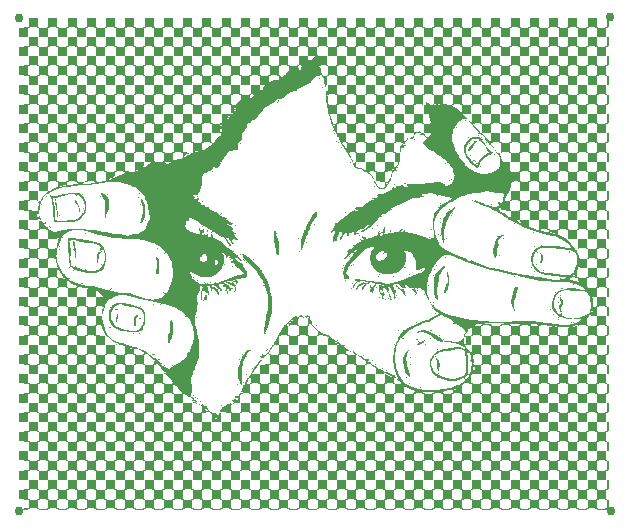
<source format=gbr>
G04 DipTrace 4.1.0.1*
G04 1 - Âåðõíèé.gbr*
%MOMM*%
G04 #@! TF.FileFunction,Copper,L1,Top*
G04 #@! TF.Part,Single*
%ADD15C,0.75*%
%FSLAX35Y35*%
G04*
G71*
G90*
G75*
G01*
G04 Top*
%LPD*%
D15*
X0Y4175000D3*
X5000000Y4180000D3*
X0Y0D3*
X5005000D3*
G36*
X2489553Y3832476D2*
X2478681Y3821602D1*
X2472918Y3815697D1*
X2470103Y3816580D1*
X2467810Y3821602D1*
X2456938D1*
X2445739Y3810260D1*
X2442925Y3811143D1*
X2440631Y3816165D1*
Y3848787D1*
X2364531D1*
Y3810729D1*
X2603702D1*
Y3848787D1*
X2632693Y3854224D1*
X2661683D1*
X2690674Y3848787D1*
Y3772670D1*
X2661683Y3767233D1*
X2632693D1*
X2603702Y3772670D1*
Y3810729D1*
X2364531D1*
Y3805292D1*
X2440631D1*
X2444691Y3808783D1*
X2447375Y3808228D1*
X2449119Y3802839D1*
X2445952Y3799393D1*
X2442843Y3800292D1*
X2440631Y3805292D1*
X2364531D1*
Y3799855D1*
X2538474D1*
X2539362Y3804060D1*
X2542696Y3808516D1*
X2545309Y3808259D1*
X2548219Y3803655D1*
X2547849Y3798702D1*
X2543610Y3793920D1*
X2540769Y3794834D1*
X2538474Y3799855D1*
X2364531D1*
Y3794418D1*
X2533038D1*
X2537098Y3797909D1*
X2539782Y3797354D1*
X2541526Y3791965D1*
X2538359Y3788519D1*
X2535250Y3789418D1*
X2533038Y3794418D1*
X2364531D1*
Y3783544D1*
X2397146D1*
X2401205Y3787036D1*
X2403890Y3786480D1*
X2405633Y3781091D1*
X2402466Y3777645D1*
X2399357Y3778544D1*
X2397146Y3783544D1*
X2364531D1*
Y3778107D1*
X2386274D1*
X2390334Y3781599D1*
X2393018Y3781043D1*
X2394762Y3775654D1*
X2391595Y3772208D1*
X2388486Y3773107D1*
X2386274Y3778107D1*
X2364531D1*
Y3772670D1*
X2335541Y3767233D1*
X2306550D1*
X2277560Y3772670D1*
Y3848787D1*
X2201460D1*
Y3772670D1*
X2172470Y3767233D1*
X2143479D1*
X2114489Y3772670D1*
Y3848787D1*
X2038389D1*
Y3772670D1*
X2009399Y3767233D1*
X1980408D1*
X1951418Y3772670D1*
Y3848787D1*
X1875318D1*
Y3772670D1*
X1846328Y3767233D1*
X1817337D1*
X1788347Y3772670D1*
Y3848787D1*
X1712247D1*
Y3772670D1*
X1683257Y3767233D1*
X1654266D1*
X1625276Y3772670D1*
Y3848787D1*
X1549176D1*
Y3772670D1*
X1520186Y3767233D1*
X1491195D1*
X1462204Y3772670D1*
Y3848787D1*
X1386105D1*
Y3772670D1*
X1357114Y3767233D1*
X1328124D1*
X1299133Y3772670D1*
Y3848787D1*
X1223033D1*
Y3772670D1*
X1194043Y3767233D1*
X1165052D1*
X1136062Y3772670D1*
Y3848787D1*
X1059962D1*
Y3772670D1*
X1030972Y3767233D1*
X1001981D1*
X972991Y3772670D1*
Y3848787D1*
X896891D1*
Y3772670D1*
X867901Y3767233D1*
X838910D1*
X809920Y3772670D1*
Y3848787D1*
X733820D1*
Y3772670D1*
X704830Y3767233D1*
X675839D1*
X646849Y3772670D1*
Y3848787D1*
X570749D1*
Y3772670D1*
X541759Y3767233D1*
X512768D1*
X483778Y3772670D1*
Y3848787D1*
X407678D1*
Y3772670D1*
X378688Y3767233D1*
X349697D1*
X320707Y3772670D1*
Y3848787D1*
X244607D1*
Y3772670D1*
X215616Y3767233D1*
X186626D1*
X157635Y3772670D1*
Y3848787D1*
X81536D1*
Y3772670D1*
X0Y3767233D1*
X76100D1*
X105090Y3772670D1*
X134081D1*
X163071Y3767233D1*
X239171D1*
X268161Y3772670D1*
X297152D1*
X326142Y3767233D1*
X402242D1*
X431232Y3772670D1*
X460223D1*
X489213Y3767233D1*
X565313D1*
X594303Y3772670D1*
X623294D1*
X652285Y3767233D1*
X728384D1*
X757375Y3772670D1*
X786365D1*
X815356Y3767233D1*
X891456D1*
X920446Y3772670D1*
X949437D1*
X978427Y3767233D1*
X1054527D1*
X1083517Y3772670D1*
X1112508D1*
X1141498Y3767233D1*
X1217598D1*
X1246588Y3772670D1*
X1275579D1*
X1304569Y3767233D1*
Y3691117D1*
X1275579Y3685680D1*
X1246588D1*
X1217598Y3691117D1*
Y3767233D1*
X1141498D1*
Y3691117D1*
X1112508Y3685680D1*
X1083517D1*
X1054527Y3691117D1*
Y3767233D1*
X978427D1*
Y3691117D1*
X949437Y3685680D1*
X920446D1*
X891456Y3691117D1*
Y3767233D1*
X815356D1*
Y3691117D1*
X786365Y3685680D1*
X757375D1*
X728384Y3691117D1*
Y3767233D1*
X652285D1*
Y3691117D1*
X623294Y3685680D1*
X594303D1*
X565313Y3691117D1*
Y3767233D1*
X489213D1*
Y3691117D1*
X460223Y3685680D1*
X431232D1*
X402242Y3691117D1*
Y3767233D1*
X326142D1*
Y3691117D1*
X297152Y3685680D1*
X268161D1*
X239171Y3691117D1*
Y3767233D1*
X163071D1*
Y3691117D1*
X134081Y3685680D1*
X105090D1*
X76100Y3691117D1*
Y3767233D1*
X0D1*
Y3691117D1*
X81536Y3685680D1*
X157635D1*
X186626Y3691117D1*
X215616D1*
X244607Y3685680D1*
X320707D1*
X349697Y3691117D1*
X378688D1*
X407678Y3685680D1*
X483778D1*
X512768Y3691117D1*
X541759D1*
X570749Y3685680D1*
X646849D1*
X675839Y3691117D1*
X704830D1*
X733820Y3685680D1*
X809920D1*
X838910Y3691117D1*
X867901D1*
X896891Y3685680D1*
X972991D1*
X1001981Y3691117D1*
X1030972D1*
X1059962Y3685680D1*
X1136062D1*
X1165052Y3691117D1*
X1194043D1*
X1223033Y3685680D1*
Y3609564D1*
X1194043Y3604127D1*
X1165052D1*
X1136062Y3609564D1*
Y3685680D1*
X1059962D1*
Y3609564D1*
X1030972Y3604127D1*
X1001981D1*
X972991Y3609564D1*
Y3685680D1*
X896891D1*
Y3609564D1*
X867901Y3604127D1*
X838910D1*
X809920Y3609564D1*
Y3685680D1*
X733820D1*
Y3609564D1*
X704830Y3604127D1*
X675839D1*
X646849Y3609564D1*
Y3685680D1*
X570749D1*
Y3609564D1*
X541759Y3604127D1*
X512768D1*
X483778Y3609564D1*
Y3685680D1*
X407678D1*
Y3609564D1*
X378688Y3604127D1*
X349697D1*
X320707Y3609564D1*
Y3685680D1*
X244607D1*
Y3609564D1*
X215616Y3604127D1*
X186626D1*
X157635Y3609564D1*
Y3685680D1*
X81536D1*
Y3609564D1*
X0Y3604127D1*
X76100D1*
X105090Y3609564D1*
X134081D1*
X163071Y3604127D1*
X239171D1*
X268161Y3609564D1*
X297152D1*
X326142Y3604127D1*
X402242D1*
X431232Y3609564D1*
X460223D1*
X489213Y3604127D1*
X565313D1*
X594303Y3609564D1*
X623294D1*
X652285Y3604127D1*
X728384D1*
X757375Y3609564D1*
X786365D1*
X815356Y3604127D1*
X891456D1*
X920446Y3609564D1*
X949437D1*
X978427Y3604127D1*
X1054527D1*
X1083517Y3609564D1*
X1112508D1*
X1141498Y3604127D1*
Y3528010D1*
X1112508Y3522573D1*
X1083517D1*
X1054527Y3528010D1*
Y3604127D1*
X978427D1*
Y3528010D1*
X949437Y3522573D1*
X920446D1*
X891456Y3528010D1*
Y3604127D1*
X815356D1*
Y3528010D1*
X786365Y3522573D1*
X757375D1*
X728384Y3528010D1*
Y3604127D1*
X652285D1*
Y3528010D1*
X623294Y3522573D1*
X594303D1*
X565313Y3528010D1*
Y3604127D1*
X489213D1*
Y3528010D1*
X460223Y3522573D1*
X431232D1*
X402242Y3528010D1*
Y3604127D1*
X326142D1*
Y3528010D1*
X297152Y3522573D1*
X268161D1*
X239171Y3528010D1*
Y3604127D1*
X163071D1*
Y3528010D1*
X134081Y3522573D1*
X105090D1*
X76100Y3528010D1*
Y3604127D1*
X0D1*
Y3528010D1*
X81536Y3522573D1*
X157635D1*
X186626Y3528010D1*
X215616D1*
X244607Y3522573D1*
X320707D1*
X349697Y3528010D1*
X378688D1*
X407678Y3522573D1*
X483778D1*
X512768Y3528010D1*
X541759D1*
X570749Y3522573D1*
X646849D1*
X675839Y3528010D1*
X704830D1*
X733820Y3522573D1*
X809920D1*
X838910Y3528010D1*
X867901D1*
X896891Y3522573D1*
X972991D1*
X1001981Y3528010D1*
X1030972D1*
X1059962Y3522573D1*
X1136062D1*
X1165052Y3528010D1*
X1194043D1*
X1223033Y3522573D1*
Y3446457D1*
X1194043Y3441020D1*
X1165052D1*
X1136062Y3446457D1*
Y3522573D1*
X1059962D1*
Y3446457D1*
X1030972Y3441020D1*
X1001981D1*
X972991Y3446457D1*
Y3522573D1*
X896891D1*
Y3446457D1*
X867901Y3441020D1*
X838910D1*
X809920Y3446457D1*
Y3522573D1*
X733820D1*
Y3446457D1*
X704830Y3441020D1*
X675839D1*
X646849Y3446457D1*
Y3522573D1*
X570749D1*
Y3446457D1*
X541759Y3441020D1*
X512768D1*
X483778Y3446457D1*
Y3522573D1*
X407678D1*
Y3446457D1*
X378688Y3441020D1*
X349697D1*
X320707Y3446457D1*
Y3522573D1*
X244607D1*
Y3446457D1*
X215616Y3441020D1*
X186626D1*
X157635Y3446457D1*
Y3522573D1*
X81536D1*
Y3446457D1*
X0Y3441020D1*
X76100D1*
X105090Y3446457D1*
X134081D1*
X163071Y3441020D1*
X239171D1*
X268161Y3446457D1*
X297152D1*
X326142Y3441020D1*
X402242D1*
X431232Y3446457D1*
X460223D1*
X489213Y3441020D1*
X565313D1*
X594303Y3446457D1*
X623294D1*
X652285Y3441020D1*
X728384D1*
X757375Y3446457D1*
X786365D1*
X815356Y3441020D1*
X891456D1*
X920446Y3446457D1*
X949437D1*
X978427Y3441020D1*
X1054527D1*
X1083517Y3446457D1*
X1112508D1*
X1141498Y3441020D1*
Y3364904D1*
X1112508Y3359467D1*
X1083517D1*
X1054527Y3364904D1*
Y3441020D1*
X978427D1*
Y3364904D1*
X949437Y3359467D1*
X920446D1*
X891456Y3364904D1*
Y3441020D1*
X815356D1*
Y3364904D1*
X786365Y3359467D1*
X757375D1*
X728384Y3364904D1*
Y3441020D1*
X652285D1*
Y3364904D1*
X623294Y3359467D1*
X594303D1*
X565313Y3364904D1*
Y3441020D1*
X489213D1*
Y3364904D1*
X460223Y3359467D1*
X431232D1*
X402242Y3364904D1*
Y3441020D1*
X326142D1*
Y3364904D1*
X297152Y3359467D1*
X268161D1*
X239171Y3364904D1*
Y3441020D1*
X163071D1*
Y3364904D1*
X134081Y3359467D1*
X105090D1*
X76100Y3364904D1*
Y3441020D1*
X0D1*
Y3364904D1*
X81536Y3359467D1*
X157635D1*
X186626Y3364904D1*
X215616D1*
X244607Y3359467D1*
X320707D1*
X349697Y3364904D1*
X378688D1*
X407678Y3359467D1*
X483778D1*
X512768Y3364904D1*
X541759D1*
X570749Y3359467D1*
X646849D1*
X675839Y3364904D1*
X704830D1*
X733820Y3359467D1*
X809920D1*
X838910Y3364904D1*
X867901D1*
X896891Y3359467D1*
X972991D1*
X1001981Y3364904D1*
X1030972D1*
X1059962Y3359467D1*
Y3283350D1*
X1030972Y3277914D1*
X1001981D1*
X972991Y3283350D1*
Y3359467D1*
X896891D1*
Y3283350D1*
X867901Y3277914D1*
X838910D1*
X809920Y3283350D1*
Y3359467D1*
X733820D1*
Y3283350D1*
X704830Y3277914D1*
X675839D1*
X646849Y3283350D1*
Y3359467D1*
X570749D1*
Y3283350D1*
X541759Y3277914D1*
X512768D1*
X483778Y3283350D1*
Y3359467D1*
X407678D1*
Y3283350D1*
X378688Y3277914D1*
X349697D1*
X320707Y3283350D1*
Y3359467D1*
X244607D1*
Y3283350D1*
X215616Y3277914D1*
X186626D1*
X157635Y3283350D1*
Y3359467D1*
X81536D1*
Y3283350D1*
X0Y3277914D1*
X76100D1*
X105090Y3283350D1*
X134081D1*
X163071Y3277914D1*
X239171D1*
X268161Y3283350D1*
X297152D1*
X326142Y3277914D1*
X402242D1*
X431232Y3283350D1*
X460223D1*
X489213Y3277914D1*
X565313D1*
X594303Y3283350D1*
X623294D1*
X652285Y3277914D1*
X728384D1*
X757375Y3283350D1*
X786365D1*
X815356Y3277914D1*
X891456D1*
X920446Y3283350D1*
X949437D1*
X978427Y3277914D1*
Y3201797D1*
X949437Y3196360D1*
X920446D1*
X891456Y3201797D1*
Y3277914D1*
X815356D1*
Y3201797D1*
X786365Y3196360D1*
X757375D1*
X728384Y3201797D1*
Y3277914D1*
X652285D1*
Y3201797D1*
X623294Y3196360D1*
X594303D1*
X565313Y3201797D1*
Y3277914D1*
X489213D1*
Y3201797D1*
X460223Y3196360D1*
X431232D1*
X402242Y3201797D1*
Y3277914D1*
X326142D1*
Y3201797D1*
X297152Y3196360D1*
X268161D1*
X239171Y3201797D1*
Y3277914D1*
X163071D1*
Y3201797D1*
X134081Y3196360D1*
X105090D1*
X76100Y3201797D1*
Y3277914D1*
X0D1*
Y3201797D1*
X81536Y3196360D1*
X157635D1*
X186626Y3201797D1*
X215616D1*
X244607Y3196360D1*
X320707D1*
X349697Y3201797D1*
X378688D1*
X407678Y3196360D1*
X483778D1*
X512768Y3201797D1*
X541759D1*
X570749Y3196360D1*
X646849D1*
X675839Y3201797D1*
X704830D1*
X733820Y3196360D1*
X809920D1*
X838910Y3201797D1*
X867901D1*
X896891Y3196360D1*
X972991D1*
X1001981Y3201797D1*
X1030972D1*
X1059962Y3196360D1*
Y3120244D1*
X1030972Y3114807D1*
X1001981D1*
X972991Y3120244D1*
Y3196360D1*
X896891D1*
Y3120244D1*
X867901Y3114807D1*
X838910D1*
X809920Y3120244D1*
Y3196360D1*
X733820D1*
Y3120244D1*
X704830Y3114807D1*
X675839D1*
X646849Y3120244D1*
Y3196360D1*
X570749D1*
Y3120244D1*
X541759Y3114807D1*
X512768D1*
X483778Y3120244D1*
Y3196360D1*
X407678D1*
Y3120244D1*
X378688Y3114807D1*
X349697D1*
X320707Y3120244D1*
Y3196360D1*
X244607D1*
Y3120244D1*
X215616Y3114807D1*
X186626D1*
X157635Y3120244D1*
Y3196360D1*
X81536D1*
Y3120244D1*
X0Y3114807D1*
X76100D1*
X105090Y3120244D1*
X134081D1*
X163071Y3114807D1*
X239171D1*
X268161Y3120244D1*
X297152D1*
X326142Y3114807D1*
X402242D1*
X431232Y3120244D1*
X460223D1*
X489213Y3114807D1*
X565313D1*
X594303Y3120244D1*
X623294D1*
X652285Y3114807D1*
X728384D1*
X757375Y3120244D1*
X786365D1*
X815356Y3114807D1*
X891456D1*
X920446Y3120244D1*
X949437D1*
X978427Y3114807D1*
Y3038690D1*
X949437Y3033254D1*
X920446D1*
X891456Y3038690D1*
Y3114807D1*
X815356D1*
Y3038690D1*
X786365Y3033254D1*
X757375D1*
X728384Y3038690D1*
Y3114807D1*
X652285D1*
Y3038690D1*
X623294Y3033254D1*
X594303D1*
X565313Y3038690D1*
Y3114807D1*
X489213D1*
Y3038690D1*
X460223Y3033254D1*
X431232D1*
X402242Y3038690D1*
Y3114807D1*
X326142D1*
Y3038690D1*
X297152Y3033254D1*
X268161D1*
X239171Y3038690D1*
Y3114807D1*
X163071D1*
Y3038690D1*
X134081Y3033254D1*
X105090D1*
X76100Y3038690D1*
Y3114807D1*
X0D1*
Y3038690D1*
X81536Y3033254D1*
X157635D1*
X186626Y3038690D1*
X215616D1*
X244607Y3033254D1*
X320707D1*
X349697Y3038690D1*
X378688D1*
X407678Y3033254D1*
X483778D1*
X512768Y3038690D1*
X541759D1*
X570749Y3033254D1*
X646849D1*
X675839Y3038690D1*
X704830D1*
X733820Y3033254D1*
X809920D1*
X838910Y3038690D1*
X867901D1*
X896891Y3033254D1*
Y2957137D1*
X867901Y2951700D1*
X838910D1*
X809920Y2957137D1*
Y3033254D1*
X733820D1*
Y2957137D1*
X704830Y2951700D1*
X675839D1*
X646849Y2957137D1*
Y3033254D1*
X570749D1*
Y2957137D1*
X541759Y2951700D1*
X512768D1*
X483778Y2957137D1*
Y3033254D1*
X407678D1*
Y2957137D1*
X378688Y2951700D1*
X349697D1*
X320707Y2957137D1*
Y3033254D1*
X244607D1*
Y2957137D1*
X215616Y2951700D1*
X186626D1*
X157635Y2957137D1*
Y3033254D1*
X81536D1*
Y2957137D1*
X0Y2951700D1*
X76100D1*
X105090Y2957137D1*
X134081D1*
X163071Y2951700D1*
X239171D1*
X268161Y2957137D1*
X297152D1*
X326142Y2951700D1*
X402242D1*
X431232Y2957137D1*
X460223D1*
X489213Y2951700D1*
X565313D1*
X594303Y2957137D1*
X623294D1*
X652285Y2951700D1*
Y2875584D1*
X623294Y2870147D1*
X594303D1*
X565313Y2875584D1*
Y2951700D1*
X489213D1*
Y2875584D1*
X460223Y2870147D1*
X431232D1*
X402242Y2875584D1*
Y2951700D1*
X326142D1*
Y2875584D1*
X297152Y2870147D1*
X268161D1*
X239171Y2875584D1*
Y2951700D1*
X163071D1*
Y2875584D1*
X134081Y2870147D1*
X105090D1*
X76100Y2875584D1*
Y2951700D1*
X0D1*
Y2875584D1*
X81536Y2870147D1*
X157635D1*
X186626Y2875584D1*
X215616D1*
X244607Y2870147D1*
X320707D1*
X349697Y2875584D1*
X378688D1*
X407678Y2870147D1*
X483778D1*
X512768Y2875584D1*
X541759D1*
X570749Y2870147D1*
Y2794031D1*
X541759Y2788594D1*
X512768D1*
X483778Y2794031D1*
Y2870147D1*
X407678D1*
Y2794031D1*
X378688Y2788594D1*
X349697D1*
X320707Y2794031D1*
Y2870147D1*
X244607D1*
Y2794031D1*
X215616Y2788594D1*
X186626D1*
X157635Y2794031D1*
Y2870147D1*
X81536D1*
Y2794031D1*
X0Y2788594D1*
X76100D1*
X105090Y2794031D1*
X134081D1*
X163071Y2788594D1*
X239171D1*
X268161Y2794031D1*
X297152D1*
X326142Y2788594D1*
Y2745099D1*
X320707Y2739662D1*
X288092Y2728788D1*
X255478Y2712477D1*
X248850Y2706803D1*
X242566Y2707506D1*
X239171Y2712477D1*
Y2788594D1*
X163071D1*
Y2712477D1*
X134081Y2707040D1*
X105090D1*
X76100Y2712477D1*
Y2788594D1*
X0D1*
Y2712477D1*
X81536Y2707040D1*
X157635D1*
X186626Y2712477D1*
X215616D1*
X244607Y2707040D1*
X239171Y2701603D1*
X228300Y2696167D1*
X201121Y2668982D1*
X179378Y2636361D1*
Y2630924D1*
X172131Y2625487D1*
X164883D1*
X157635Y2630924D1*
Y2707040D1*
X81536D1*
Y2630924D1*
X0Y2625487D1*
X76100D1*
X105090Y2630924D1*
X134081D1*
X163071Y2625487D1*
Y2620050D1*
X167131Y2623542D1*
X169880Y2623086D1*
X172815Y2618414D1*
X172446Y2613460D1*
X168207Y2608679D1*
X165367Y2609593D1*
X165789Y2614613D1*
Y2615972D1*
X160353D1*
Y2614613D1*
X168507Y2609176D1*
Y2598303D1*
X163071Y2592866D1*
X157635Y2565681D1*
Y2522186D1*
X151872Y2516281D1*
X149057Y2517164D1*
X146764Y2522186D1*
Y2543934D1*
X76100Y2549371D1*
Y2625487D1*
X0D1*
Y2549371D1*
X81536Y2543934D1*
Y2516749D1*
X168507D1*
X173943Y2581992D1*
X179378Y2609176D1*
X184814Y2620050D1*
X185702Y2624255D1*
X189036Y2628712D1*
X191696Y2628551D1*
X195385Y2625365D1*
X189299Y2631573D1*
X190938Y2635205D1*
X195685Y2641798D1*
Y2647235D1*
X228300Y2679856D1*
X239171Y2685293D1*
X250042Y2696167D1*
X282657Y2712477D1*
X298964Y2717914D1*
X309835Y2723351D1*
X326142Y2728788D1*
X369628Y2739662D1*
X407678Y2745099D1*
X462035Y2750535D1*
X358756D1*
X352993Y2744630D1*
X350184Y2745502D1*
X345421Y2753392D1*
X351674Y2754715D1*
X354725Y2753910D1*
X358756Y2750535D1*
X462035D1*
X532699Y2755972D1*
X391371D1*
X384123Y2750535D1*
X376875D1*
X369628Y2755972D1*
X376875Y2761409D1*
X384123D1*
X391371Y2755972D1*
X532699D1*
X592492Y2761409D1*
X429421D1*
X416738Y2755972D1*
X404054D1*
X391371Y2761409D1*
X402242Y2766846D1*
Y2788594D1*
X431232Y2794031D1*
X460223D1*
X489213Y2788594D1*
Y2777720D1*
X516392Y2772283D1*
X478342Y2766846D1*
X429421Y2761409D1*
X592492D1*
X635977Y2766846D1*
X668592Y2772283D1*
X679463Y2777720D1*
X619670D1*
X588868Y2772283D1*
X558066D1*
X527263Y2777720D1*
X565313Y2783157D1*
Y2788594D1*
X594303Y2794031D1*
X623294D1*
X652285Y2788594D1*
X663156D1*
X646849Y2794031D1*
Y2870147D1*
X675839Y2875584D1*
X704830D1*
X733820Y2870147D1*
Y2804904D1*
X739256Y2799467D1*
X717513Y2794031D1*
X679463Y2788594D1*
X672835Y2782920D1*
X666551Y2783623D1*
X663156Y2788594D1*
X652285D1*
X619670Y2777720D1*
X679463D1*
X683522Y2781211D1*
X686339Y2780894D1*
X690334Y2777720D1*
X695770D1*
X739256Y2783157D1*
X775494Y2788594D1*
X811732D1*
X847970Y2783157D1*
X1543740D1*
Y2810341D1*
X771870D1*
X766107Y2804436D1*
X763297Y2805308D1*
X758535Y2813198D1*
X764788Y2814521D1*
X767838Y2813716D1*
X771870Y2810341D1*
X1543740D1*
Y2815778D1*
X782741D1*
X776978Y2809873D1*
X774169Y2810745D1*
X769406Y2818635D1*
X775659Y2819958D1*
X778710Y2819153D1*
X782741Y2815778D1*
X1543740D1*
X1549176Y2821215D1*
X799049D1*
X792421Y2815541D1*
X787228Y2815981D1*
X781031Y2822992D1*
X788317Y2825124D1*
X793249Y2824338D1*
X799049Y2821215D1*
X1549176D1*
X1543740Y2826652D1*
X809920D1*
X803292Y2820978D1*
X798099Y2821418D1*
X791903Y2828429D1*
X799188Y2830560D1*
X804120Y2829775D1*
X809920Y2826652D1*
X1543740D1*
X1549176Y2832089D1*
X820791D1*
X814164Y2826415D1*
X808971Y2826855D1*
X802774Y2833866D1*
X809920Y2837526D1*
Y2870147D1*
X838910Y2875584D1*
X867901D1*
X896891Y2870147D1*
Y2859273D1*
X831663Y2837526D1*
X820791Y2832089D1*
X1549176D1*
X1554611Y2848399D1*
X1557351Y2853801D1*
X1560294Y2858822D1*
X1564153Y2862676D1*
X1566930Y2862422D1*
X1570919Y2859273D1*
X1576354D1*
X1587226Y2870147D1*
X972991D1*
X967228Y2864242D1*
X964413Y2865125D1*
X962120Y2870147D1*
X891456Y2875584D1*
X815356D1*
X786365Y2870147D1*
X757375D1*
X728384Y2875584D1*
Y2951700D1*
X757375Y2957137D1*
X786365D1*
X815356Y2951700D1*
Y2875584D1*
X891456D1*
Y2951700D1*
X920446Y2957137D1*
X949437D1*
X978427Y2951700D1*
Y2875584D1*
X972991Y2870147D1*
X1587226D1*
X1592661Y2875584D1*
X1599909Y2881021D1*
X1607157D1*
X1614404Y2875584D1*
Y2881021D1*
X994734D1*
X988970Y2875116D1*
X986161Y2875988D1*
X981398Y2883877D1*
X987652Y2885201D1*
X990702Y2884395D1*
X994734Y2881021D1*
X1614404D1*
X1625276Y2886458D1*
X1000170D1*
X994406Y2880553D1*
X991597Y2881425D1*
X986834Y2889314D1*
X993087Y2890637D1*
X996138Y2889832D1*
X1000170Y2886458D1*
X1625276D1*
X1630711Y2891894D1*
X1636147Y2902768D1*
Y2908205D1*
X1032784D1*
X1025536Y2902768D1*
X1018288D1*
X1011041Y2908205D1*
X1018288Y2913642D1*
X1025536D1*
X1032784Y2908205D1*
X1636147D1*
X1641583Y2913642D1*
X1049091D1*
X1042463Y2907968D1*
X1037270Y2908408D1*
X1031074Y2915419D1*
X1038359Y2917551D1*
X1043291Y2916766D1*
X1049091Y2913642D1*
X1641583D1*
X1645642Y2917134D1*
X1648459Y2916816D1*
X1652392Y2913478D1*
X1657890Y2908205D1*
X1674197D1*
X1685068Y2913642D1*
X1690504Y2919079D1*
X1070834D1*
X1063586Y2913642D1*
X1056338D1*
X1049091Y2919079D1*
X1054527Y2924516D1*
Y2951700D1*
X1076269Y2957137D1*
X1098012D1*
X1119755Y2951700D1*
X1098012Y2940826D1*
X1070834Y2919079D1*
X1690504D1*
X1694563Y2922571D1*
X1697360Y2922214D1*
X1701051Y2918948D1*
X1695940Y2935390D1*
X1261083D1*
X1254456Y2929716D1*
X1250212Y2929953D1*
X1228469Y2951700D1*
X1246588Y2957137D1*
X1264707D1*
X1282826Y2951700D1*
X1271955Y2946263D1*
X1261083Y2935390D1*
X1695940D1*
X1696827Y2939594D1*
X1700162Y2944051D1*
X1702841Y2943923D1*
X1706811Y2940826D1*
X1712247D1*
X1704889Y2948186D1*
X1712247Y2951700D1*
X1706483Y2945795D1*
X1703674Y2946667D1*
X1698911Y2954557D1*
X1705165Y2955880D1*
X1708189Y2955023D1*
X1711864Y2951546D1*
X1706811Y2957137D1*
X1293698D1*
X1287070Y2951463D1*
X1281877Y2951903D1*
X1275680Y2958914D1*
X1282966Y2961046D1*
X1287898Y2960261D1*
X1293698Y2957137D1*
X1706811D1*
X1712247Y2962574D1*
X1228469D1*
X1201291Y2957137D1*
X1192231Y2951700D1*
X1183172D1*
X1174112Y2957137D1*
X1130627D1*
X1123999Y2951463D1*
X1118806Y2951903D1*
X1112609Y2958914D1*
X1119895Y2961046D1*
X1124827Y2960261D1*
X1130627Y2957137D1*
X1174112D1*
X1130627Y2962574D1*
X1059962D1*
Y2957137D1*
X1030972Y2951700D1*
X1001981D1*
X972991Y2957137D1*
Y3033254D1*
X1001981Y3038690D1*
X1030972D1*
X1059962Y3033254D1*
Y2962574D1*
X1130627D1*
X1136062Y2968011D1*
Y3033254D1*
X1165052Y3038690D1*
X1194043D1*
X1223033Y3033254D1*
Y2968011D1*
X1228469Y2962574D1*
X1712247D1*
X1717683Y2968011D1*
X1310005D1*
X1304241Y2962106D1*
X1301427Y2962989D1*
X1299133Y2968011D1*
Y3033254D1*
X1328124Y3038690D1*
X1357114D1*
X1386105Y3033254D1*
Y2995195D1*
X1380669Y2989758D1*
X1369798Y2984322D1*
X1331748Y2978885D1*
X1325984Y2972980D1*
X1323169Y2973863D1*
X1320876Y2978885D1*
X1310005Y2968011D1*
X1717683D1*
X1728554Y2984322D1*
X1733990Y2995195D1*
Y3000632D1*
X1396976D1*
X1391213Y2994727D1*
X1388403Y2995599D1*
X1383641Y3003489D1*
X1389894Y3004812D1*
X1392944Y3004007D1*
X1396976Y3000632D1*
X1733990D1*
X1739425Y3006069D1*
X1407847D1*
X1402084Y3000164D1*
X1399275Y3001036D1*
X1394512Y3008926D1*
X1400765Y3010249D1*
X1403816Y3009444D1*
X1407847Y3006069D1*
X1739425D1*
X1744861Y3011506D1*
X1418719D1*
X1412955Y3005601D1*
X1410146Y3006473D1*
X1405383Y3014363D1*
X1411637Y3015686D1*
X1414687Y3014881D1*
X1418719Y3011506D1*
X1744861D1*
X1750297Y3016943D1*
X1429590D1*
X1422962Y3011269D1*
X1417770Y3011709D1*
X1411573Y3018720D1*
X1418859Y3020851D1*
X1423790Y3020066D1*
X1429590Y3016943D1*
X1750297D1*
X1755733Y3022380D1*
X1445897D1*
X1438650Y3016943D1*
X1431402D1*
X1424155Y3022380D1*
X1431402Y3027817D1*
X1438650D1*
X1445897Y3022380D1*
X1755733D1*
Y3027817D1*
X1456769D1*
X1450141Y3022143D1*
X1444948Y3022583D1*
X1438752Y3029594D1*
X1446037Y3031725D1*
X1450969Y3030940D1*
X1456769Y3027817D1*
X1755733D1*
Y3033254D1*
X1467640D1*
X1461012Y3027580D1*
X1454728Y3028283D1*
X1451333Y3033254D1*
X1380669Y3038690D1*
X1304569D1*
X1275579Y3033254D1*
X1246588D1*
X1217598Y3038690D1*
X1141498D1*
X1112508Y3033254D1*
X1083517D1*
X1054527Y3038690D1*
Y3114807D1*
X1083517Y3120244D1*
X1112508D1*
X1141498Y3114807D1*
Y3038690D1*
X1217598D1*
Y3114807D1*
X1246588Y3120244D1*
X1275579D1*
X1304569Y3114807D1*
Y3038690D1*
X1380669D1*
Y3114807D1*
X1409659Y3120244D1*
X1438650D1*
X1467640Y3114807D1*
Y3033254D1*
X1755733D1*
X1777475Y3044127D1*
X1521997D1*
X1507502Y3038690D1*
X1493007D1*
X1478512Y3044127D1*
X1493007Y3049564D1*
X1507502D1*
X1521997Y3044127D1*
X1777475D1*
X1783294Y3047374D1*
X1788014Y3047025D1*
X1793782Y3044127D1*
X1820961Y3055001D1*
X1837268Y3060438D1*
X1560047D1*
X1553419Y3054764D1*
X1547135Y3055467D1*
X1543740Y3060438D1*
Y3114807D1*
X1572730Y3120244D1*
X1601721D1*
X1630711Y3114807D1*
Y3103933D1*
X1614404Y3087622D1*
X1560047Y3060438D1*
X1837268D1*
X1843076Y3064068D1*
X1848139Y3065875D1*
X1846476Y3058491D1*
X1853575Y3071312D1*
X1848139Y3076749D1*
Y3103933D1*
X1853575Y3109370D1*
Y3114807D1*
X1647018D1*
X1641255Y3108902D1*
X1638440Y3109785D1*
X1636147Y3114807D1*
X1625276Y3120244D1*
X1549176D1*
X1520186Y3114807D1*
X1491195D1*
X1462204Y3120244D1*
X1386105D1*
X1357114Y3114807D1*
X1328124D1*
X1299133Y3120244D1*
X1223033D1*
X1194043Y3114807D1*
X1165052D1*
X1136062Y3120244D1*
Y3196360D1*
X1165052Y3201797D1*
X1194043D1*
X1223033Y3196360D1*
Y3120244D1*
X1299133D1*
Y3196360D1*
X1328124Y3201797D1*
X1357114D1*
X1386105Y3196360D1*
Y3120244D1*
X1462204D1*
Y3196360D1*
X1491195Y3201797D1*
X1520186D1*
X1549176Y3196360D1*
Y3120244D1*
X1625276D1*
Y3196360D1*
X1652454Y3201797D1*
X1679633D1*
X1706811Y3196360D1*
Y3180050D1*
X1701375Y3174613D1*
X1679633Y3169176D1*
X1663326Y3152865D1*
X1657890Y3131118D1*
X1647018Y3114807D1*
X1853575D1*
X1869882Y3131118D1*
X1886189Y3152865D1*
Y3163739D1*
X1880754Y3169176D1*
Y3196360D1*
X1886189Y3201797D1*
X1630711D1*
X1601721Y3196360D1*
X1572730D1*
X1543740Y3201797D1*
X1467640D1*
X1438650Y3196360D1*
X1409659D1*
X1380669Y3201797D1*
X1304569D1*
X1275579Y3196360D1*
X1246588D1*
X1217598Y3201797D1*
X1141498D1*
X1112508Y3196360D1*
X1083517D1*
X1054527Y3201797D1*
Y3277914D1*
X1083517Y3283350D1*
X1112508D1*
X1141498Y3277914D1*
Y3201797D1*
X1217598D1*
Y3277914D1*
X1246588Y3283350D1*
X1275579D1*
X1304569Y3277914D1*
Y3201797D1*
X1380669D1*
Y3277914D1*
X1409659Y3283350D1*
X1438650D1*
X1467640Y3277914D1*
Y3201797D1*
X1543740D1*
Y3277914D1*
X1572730Y3283350D1*
X1601721D1*
X1630711Y3277914D1*
Y3201797D1*
X1886189D1*
X1890249Y3205289D1*
X1892998Y3204833D1*
X1896092Y3200337D1*
X1897061Y3196360D1*
X1902497D1*
Y3201797D1*
X1891625Y3207234D1*
X1897061Y3212671D1*
X1907932Y3218108D1*
X1712247D1*
X1706483Y3212203D1*
X1703669Y3213086D1*
X1701375Y3218108D1*
Y3234418D1*
X1705435Y3237910D1*
X1708252Y3237592D1*
X1712247Y3234418D1*
Y3218108D1*
X1907932D1*
X1918804Y3239855D1*
X1922863Y3243347D1*
X1925680Y3243029D1*
X1929675Y3239855D1*
X1935111D1*
X1929675Y3250729D1*
Y3267040D1*
X1712247D1*
X1706483Y3261135D1*
X1703674Y3262007D1*
X1698911Y3269896D1*
X1705165Y3271220D1*
X1708215Y3270414D1*
X1712247Y3267040D1*
X1929675D1*
Y3277914D1*
X1940546Y3283350D1*
X1712247D1*
X1683257Y3277914D1*
X1654266D1*
X1625276Y3283350D1*
X1549176D1*
X1520186Y3277914D1*
X1491195D1*
X1462204Y3283350D1*
X1386105D1*
X1357114Y3277914D1*
X1328124D1*
X1299133Y3283350D1*
X1223033D1*
X1194043Y3277914D1*
X1165052D1*
X1136062Y3283350D1*
Y3359467D1*
X1165052Y3364904D1*
X1194043D1*
X1223033Y3359467D1*
Y3283350D1*
X1299133D1*
Y3359467D1*
X1328124Y3364904D1*
X1357114D1*
X1386105Y3359467D1*
Y3283350D1*
X1462204D1*
Y3359467D1*
X1491195Y3364904D1*
X1520186D1*
X1549176Y3359467D1*
Y3283350D1*
X1625276D1*
Y3359467D1*
X1654266Y3364904D1*
X1683257D1*
X1712247Y3359467D1*
Y3283350D1*
X1940546D1*
X1945982Y3288787D1*
X1950042Y3292279D1*
X1952838Y3291923D1*
X1956529Y3288656D1*
X1956854Y3299661D1*
X2000339Y3321409D1*
X2005775Y3326846D1*
X1772040D1*
X1766276Y3320941D1*
X1763467Y3321813D1*
X1758704Y3329702D1*
X1764957Y3331025D1*
X1768008Y3330220D1*
X1772040Y3326846D1*
X2005775D1*
X2016646Y3332282D1*
X1777475D1*
X1771712Y3326377D1*
X1768903Y3327249D1*
X1764140Y3335139D1*
X1770393Y3336462D1*
X1773444Y3335657D1*
X1777475Y3332282D1*
X2016646D1*
Y3337719D1*
X1782911D1*
X1777148Y3331814D1*
X1774338Y3332686D1*
X1769576Y3340576D1*
X1775829Y3341899D1*
X1778879Y3341094D1*
X1782911Y3337719D1*
X2016646D1*
X2027518Y3359467D1*
X1799218D1*
X1793455Y3353562D1*
X1790640Y3354445D1*
X1788347Y3359467D1*
X1706811Y3364904D1*
X1630711D1*
X1601721Y3359467D1*
X1572730D1*
X1543740Y3364904D1*
X1467640D1*
X1438650Y3359467D1*
X1409659D1*
X1380669Y3364904D1*
X1304569D1*
X1275579Y3359467D1*
X1246588D1*
X1217598Y3364904D1*
Y3441020D1*
X1246588Y3446457D1*
X1275579D1*
X1304569Y3441020D1*
Y3364904D1*
X1380669D1*
Y3441020D1*
X1409659Y3446457D1*
X1438650D1*
X1467640Y3441020D1*
Y3364904D1*
X1543740D1*
Y3441020D1*
X1572730Y3446457D1*
X1601721D1*
X1630711Y3441020D1*
Y3364904D1*
X1706811D1*
Y3441020D1*
X1735801Y3446457D1*
X1764792D1*
X1793782Y3441020D1*
Y3397525D1*
X1810090D1*
X1815908Y3400771D1*
X1820414Y3399935D1*
X1822935Y3394008D1*
X1819288Y3391805D1*
X1813500Y3392551D1*
X1810090Y3397525D1*
X1793782D1*
Y3370341D1*
X1799218Y3359467D1*
X2027518D1*
X2043825Y3370341D1*
X1804654D1*
X1798890Y3364436D1*
X1796081Y3365308D1*
X1791318Y3373197D1*
X1797572Y3374520D1*
X1800622Y3373715D1*
X1804654Y3370341D1*
X2043825D1*
X2065568Y3392088D1*
X1837268D1*
X1830640Y3386414D1*
X1825448Y3386854D1*
X1819251Y3393865D1*
X1826397Y3397525D1*
X1830456Y3401017D1*
X1833205Y3400561D1*
X1836299Y3396065D1*
X1837268Y3392088D1*
X2065568D1*
X2071003Y3408399D1*
X1831832D1*
X1826069Y3402494D1*
X1823260Y3403366D1*
X1818497Y3411255D1*
X1824750Y3412579D1*
X1827801Y3411774D1*
X1831832Y3408399D1*
X2071003D1*
X2103618Y3430146D1*
X2119925Y3446457D1*
X1837268D1*
X1820961Y3441020D1*
X1804654D1*
X1788347Y3446457D1*
X1712247D1*
X1683257Y3441020D1*
X1654266D1*
X1625276Y3446457D1*
X1549176D1*
X1520186Y3441020D1*
X1491195D1*
X1462204Y3446457D1*
X1386105D1*
X1357114Y3441020D1*
X1328124D1*
X1299133Y3446457D1*
Y3522573D1*
X1328124Y3528010D1*
X1357114D1*
X1386105Y3522573D1*
Y3446457D1*
X1462204D1*
Y3522573D1*
X1491195Y3528010D1*
X1520186D1*
X1549176Y3522573D1*
Y3446457D1*
X1625276D1*
Y3522573D1*
X1654266Y3528010D1*
X1683257D1*
X1712247Y3522573D1*
Y3446457D1*
X1788347D1*
Y3522573D1*
X1817337Y3528010D1*
X1846328D1*
X1875318Y3522573D1*
Y3479078D1*
X1869555Y3473173D1*
X1866740Y3474056D1*
X1864447Y3479078D1*
X1842704Y3457331D1*
X1837268Y3446457D1*
X2119925D1*
X2147103Y3457331D1*
X2157975Y3462768D1*
X2185153Y3489952D1*
X2194213Y3495389D1*
X2203272D1*
X2212332Y3489952D1*
X2228639Y3495389D1*
X2234074Y3500826D1*
X1967725D1*
X1961962Y3494921D1*
X1959160Y3495792D1*
X1955669Y3501778D1*
X1956854Y3506263D1*
X1951418Y3511700D1*
Y3522573D1*
X1964101Y3528010D1*
X1976785D1*
X1989468Y3522573D1*
X1967725Y3500826D1*
X2234074D1*
X2261253Y3528010D1*
X1956854D1*
X1927863Y3522573D1*
X1898873D1*
X1869882Y3528010D1*
X1793782D1*
X1764792Y3522573D1*
X1735801D1*
X1706811Y3528010D1*
X1630711D1*
X1601721Y3522573D1*
X1572730D1*
X1543740Y3528010D1*
X1467640D1*
X1438650Y3522573D1*
X1409659D1*
X1380669Y3528010D1*
X1304569D1*
X1275579Y3522573D1*
X1246588D1*
X1217598Y3528010D1*
Y3604127D1*
X1246588Y3609564D1*
X1275579D1*
X1304569Y3604127D1*
Y3528010D1*
X1380669D1*
Y3604127D1*
X1409659Y3609564D1*
X1438650D1*
X1467640Y3604127D1*
Y3528010D1*
X1543740D1*
Y3604127D1*
X1572730Y3609564D1*
X1601721D1*
X1630711Y3604127D1*
Y3528010D1*
X1706811D1*
Y3604127D1*
X1735801Y3609564D1*
X1764792D1*
X1793782Y3604127D1*
Y3528010D1*
X1869882D1*
Y3604127D1*
X1898873Y3609564D1*
X1927863D1*
X1956854Y3604127D1*
Y3528010D1*
X2261253D1*
X2272124Y3533447D1*
X1994904D1*
X1989140Y3527542D1*
X1986331Y3528414D1*
X1981568Y3536304D1*
X1987821Y3537627D1*
X1990872Y3536822D1*
X1994904Y3533447D1*
X2272124D1*
X2282996Y3538884D1*
X2000339D1*
X1994576Y3532979D1*
X1991767Y3533851D1*
X1987004Y3541741D1*
X1993257Y3543064D1*
X1996308Y3542259D1*
X2000339Y3538884D1*
X2282996D1*
X2299303Y3544321D1*
X2326481Y3555195D1*
X2043825D1*
X2038061Y3549290D1*
X2035247Y3550173D1*
X2032953Y3555195D1*
Y3604127D1*
X2047449Y3609564D1*
X2061944D1*
X2076439Y3604127D1*
X2071003Y3598690D1*
X2065568Y3582379D1*
Y3571505D1*
X2060132Y3566069D1*
X2049261Y3560632D1*
X2043825Y3555195D1*
X2326481D1*
X2332300Y3558441D1*
X2337020Y3558092D1*
X2342789Y3555195D1*
X2348224D1*
Y3566069D1*
X2353660Y3571505D1*
X2375403Y3582379D1*
X2391710Y3593253D1*
X2429760Y3609564D1*
X2038389D1*
X2009399Y3604127D1*
X1980408D1*
X1951418Y3609564D1*
X1875318D1*
X1846328Y3604127D1*
X1817337D1*
X1788347Y3609564D1*
X1712247D1*
X1683257Y3604127D1*
X1654266D1*
X1625276Y3609564D1*
X1549176D1*
X1520186Y3604127D1*
X1491195D1*
X1462204Y3609564D1*
X1386105D1*
X1357114Y3604127D1*
X1328124D1*
X1299133Y3609564D1*
Y3685680D1*
X1328124Y3691117D1*
X1357114D1*
X1386105Y3685680D1*
Y3609564D1*
X1462204D1*
Y3685680D1*
X1491195Y3691117D1*
X1520186D1*
X1549176Y3685680D1*
Y3609564D1*
X1625276D1*
Y3685680D1*
X1654266Y3691117D1*
X1683257D1*
X1712247Y3685680D1*
Y3609564D1*
X1788347D1*
Y3685680D1*
X1817337Y3691117D1*
X1846328D1*
X1875318Y3685680D1*
Y3609564D1*
X1951418D1*
Y3685680D1*
X1980408Y3691117D1*
X2009399D1*
X2038389Y3685680D1*
Y3609564D1*
X2429760D1*
X2446067Y3615001D1*
X2456938Y3620437D1*
X2130796D1*
X2125033Y3614532D1*
X2122223Y3615405D1*
X2117461Y3623294D1*
X2123714Y3624617D1*
X2126764Y3623812D1*
X2130796Y3620437D1*
X2456938D1*
X2460998Y3623929D1*
X2463815Y3623612D1*
X2467810Y3620437D1*
X2473245D1*
X2467810Y3625874D1*
X2125360D1*
X2119597Y3619969D1*
X2116782Y3620852D1*
X2114489Y3625874D1*
Y3685680D1*
X2143479Y3691117D1*
X2172470D1*
X2201460Y3685680D1*
Y3663933D1*
X2201341Y3658383D1*
X2200068Y3652068D1*
X2195708Y3647121D1*
X2192892Y3648037D1*
X2190589Y3653059D1*
X2174282D1*
X2157975Y3647622D1*
X2125360Y3631311D1*
Y3625874D1*
X2467810D1*
X2478681Y3647622D1*
X2494988Y3669369D1*
X2217767D1*
X2212004Y3663464D1*
X2209195Y3664337D1*
X2204432Y3672226D1*
X2210685Y3673549D1*
X2213736Y3672744D1*
X2217767Y3669369D1*
X2494988D1*
X2500796Y3672999D1*
X2505860Y3674806D1*
X2504196Y3667422D1*
X2511295Y3680243D1*
X2228639D1*
X2222875Y3674338D1*
X2220066Y3675210D1*
X2215303Y3683100D1*
X2221557Y3684423D1*
X2224607Y3683618D1*
X2228639Y3680243D1*
X2511295D1*
X2538474Y3685680D1*
X2549345Y3691117D1*
X2250382D1*
X2232263Y3685680D1*
X2214143D1*
X2196025Y3691117D1*
X2119925D1*
X2090934Y3685680D1*
X2061944D1*
X2032953Y3691117D1*
X1956854D1*
X1927863Y3685680D1*
X1898873D1*
X1869882Y3691117D1*
X1793782D1*
X1764792Y3685680D1*
X1735801D1*
X1706811Y3691117D1*
X1630711D1*
X1601721Y3685680D1*
X1572730D1*
X1543740Y3691117D1*
X1467640D1*
X1438650Y3685680D1*
X1409659D1*
X1380669Y3691117D1*
Y3767233D1*
X1409659Y3772670D1*
X1438650D1*
X1467640Y3767233D1*
Y3691117D1*
X1543740D1*
Y3767233D1*
X1572730Y3772670D1*
X1601721D1*
X1630711Y3767233D1*
Y3691117D1*
X1706811D1*
Y3767233D1*
X1735801Y3772670D1*
X1764792D1*
X1793782Y3767233D1*
Y3691117D1*
X1869882D1*
Y3767233D1*
X1898873Y3772670D1*
X1927863D1*
X1956854Y3767233D1*
Y3691117D1*
X2032953D1*
Y3767233D1*
X2061944Y3772670D1*
X2090934D1*
X2119925Y3767233D1*
Y3691117D1*
X2196025D1*
Y3767233D1*
X2225015Y3772670D1*
X2254006D1*
X2282996Y3767233D1*
X2359096D1*
X2369967Y3772670D1*
X2380839D1*
X2391710Y3767233D1*
X2389923Y3760637D1*
X2386274Y3756360D1*
X2380839Y3740049D1*
X2375075Y3734144D1*
X2372260Y3735027D1*
X2369967Y3740049D1*
X2359096Y3767233D1*
X2282996D1*
Y3734612D1*
X2364531D1*
X2368591Y3738104D1*
X2371275Y3737548D1*
X2373019Y3732159D1*
X2369852Y3728713D1*
X2366743Y3729612D1*
X2364531Y3734612D1*
X2282996D1*
X2277560Y3723738D1*
X2255817Y3701991D1*
X2250382Y3691117D1*
X2549345D1*
X2553405Y3694609D1*
X2556222Y3694291D1*
X2560217Y3691117D1*
X2565652D1*
Y3696554D1*
X2554781Y3729175D1*
X2549345Y3734612D1*
X2391710D1*
X2385946Y3728707D1*
X2383137Y3729579D1*
X2378375Y3737469D1*
X2384628Y3738792D1*
X2387678Y3737987D1*
X2391710Y3734612D1*
X2549345D1*
X2554781Y3740049D1*
X2549345Y3750923D1*
X2533038Y3767233D1*
X2558405Y3772670D1*
X2583771D1*
X2609138Y3767233D1*
X2685238D1*
X2714228Y3772670D1*
X2743219D1*
X2772209Y3767233D1*
X2848309D1*
X2877299Y3772670D1*
X2906290D1*
X2935280Y3767233D1*
X3011380D1*
X3040370Y3772670D1*
X3069361D1*
X3098351Y3767233D1*
X3174451D1*
X3203442Y3772670D1*
X3232432D1*
X3261423Y3767233D1*
X3337522D1*
X3366513Y3772670D1*
X3395504D1*
X3424494Y3767233D1*
X3500594D1*
X3529584Y3772670D1*
X3558575D1*
X3587565Y3767233D1*
Y3691117D1*
X3558575Y3685680D1*
X3529584D1*
X3500594Y3691117D1*
Y3767233D1*
X3424494D1*
Y3691117D1*
X3395504Y3685680D1*
X3366513D1*
X3337522Y3691117D1*
Y3767233D1*
X3261423D1*
Y3691117D1*
X3232432Y3685680D1*
X3203442D1*
X3174451Y3691117D1*
Y3767233D1*
X3098351D1*
Y3691117D1*
X3069361Y3685680D1*
X3040370D1*
X3011380Y3691117D1*
Y3767233D1*
X2935280D1*
Y3691117D1*
X2906290Y3685680D1*
X2877299D1*
X2848309Y3691117D1*
Y3767233D1*
X2772209D1*
Y3691117D1*
X2743219Y3685680D1*
X2714228D1*
X2685238Y3691117D1*
Y3767233D1*
X2609138D1*
Y3691117D1*
X2594643Y3685680D1*
X2580148D1*
X2565652Y3691117D1*
X2560217D1*
Y3685680D1*
X2603702D1*
X2632693Y3691117D1*
X2661683D1*
X2690674Y3685680D1*
X2766774D1*
X2795764Y3691117D1*
X2824755D1*
X2853745Y3685680D1*
X2929845D1*
X2958835Y3691117D1*
X2987826D1*
X3016816Y3685680D1*
X3092916D1*
X3121906Y3691117D1*
X3150897D1*
X3179887Y3685680D1*
X3255987D1*
X3284977Y3691117D1*
X3313968D1*
X3342958Y3685680D1*
X3419058D1*
X3448048Y3691117D1*
X3477039D1*
X3506029Y3685680D1*
X3582129D1*
X3611119Y3691117D1*
X3640110D1*
X3669100Y3685680D1*
Y3609564D1*
X3640110Y3604127D1*
X3611119D1*
X3582129Y3609564D1*
Y3685680D1*
X3506029D1*
Y3609564D1*
X3477039Y3604127D1*
X3448048D1*
X3419058Y3609564D1*
Y3685680D1*
X3342958D1*
Y3609564D1*
X3313968Y3604127D1*
X3284977D1*
X3255987Y3609564D1*
Y3685680D1*
X3179887D1*
Y3609564D1*
X3150897Y3604127D1*
X3121906D1*
X3092916Y3609564D1*
Y3685680D1*
X3016816D1*
Y3609564D1*
X2987826Y3604127D1*
X2958835D1*
X2929845Y3609564D1*
Y3685680D1*
X2853745D1*
Y3609564D1*
X2824755Y3604127D1*
X2795764D1*
X2766774Y3609564D1*
Y3685680D1*
X2690674D1*
Y3609564D1*
X2661683Y3604127D1*
X2632693D1*
X2603702Y3609564D1*
Y3685680D1*
X2560217D1*
X2565652Y3680243D1*
X2571088D1*
X2575148Y3683735D1*
X2577832Y3683179D1*
X2579576Y3677790D1*
X2576409Y3674344D1*
X2573300Y3675243D1*
X2571088Y3680243D1*
X2565652D1*
X2571088Y3669369D1*
X2576524Y3663933D1*
X2581960D1*
X2586019Y3667424D1*
X2588704Y3666868D1*
X2590447Y3661479D1*
X2587280Y3658034D1*
X2584171Y3658933D1*
X2581960Y3663933D1*
X2576524D1*
Y3647622D1*
X2587395D1*
X2591455Y3651113D1*
X2594204Y3650658D1*
X2597139Y3645985D1*
X2596770Y3641031D1*
X2592531Y3636251D1*
X2589704Y3637153D1*
X2586210Y3643138D1*
X2587395Y3647622D1*
X2576524D1*
X2568529Y3643100D1*
X2574905Y3646111D1*
X2577927Y3645497D1*
X2581960Y3642185D1*
Y3631311D1*
X2592831D1*
X2596890Y3634803D1*
X2599640Y3634347D1*
X2602574Y3629675D1*
X2602206Y3624721D1*
X2597967Y3619940D1*
X2595140Y3620843D1*
X2591645Y3626827D1*
X2592831Y3631311D1*
X2581960D1*
X2587395Y3598690D1*
X2592831Y3582379D1*
X2598267D1*
Y3604127D1*
X2602326Y3607618D1*
X2605143Y3607301D1*
X2609138Y3604127D1*
X2685238D1*
X2714228Y3609564D1*
X2743219D1*
X2772209Y3604127D1*
X2848309D1*
X2877299Y3609564D1*
X2906290D1*
X2935280Y3604127D1*
X3011380D1*
X3040370Y3609564D1*
X3069361D1*
X3098351Y3604127D1*
X3174451D1*
X3203442Y3609564D1*
X3232432D1*
X3261423Y3604127D1*
X3337522D1*
X3366513Y3609564D1*
X3395504D1*
X3424494Y3604127D1*
X3500594D1*
X3529584Y3609564D1*
X3558575D1*
X3587565Y3604127D1*
Y3528010D1*
X3558575Y3522573D1*
X3529584D1*
X3500594Y3528010D1*
Y3604127D1*
X3424494D1*
Y3528010D1*
X3395504Y3522573D1*
X3366513D1*
X3337522Y3528010D1*
Y3604127D1*
X3261423D1*
Y3528010D1*
X3232432Y3522573D1*
X3203442D1*
X3174451Y3528010D1*
Y3604127D1*
X3098351D1*
Y3528010D1*
X3069361Y3522573D1*
X3040370D1*
X3011380Y3528010D1*
Y3604127D1*
X2935280D1*
Y3528010D1*
X2906290Y3522573D1*
X2877299D1*
X2848309Y3528010D1*
Y3604127D1*
X2772209D1*
Y3528010D1*
X2743219Y3522573D1*
X2714228D1*
X2685238Y3528010D1*
Y3604127D1*
X2609138D1*
Y3560632D1*
X2603375Y3554727D1*
X2600560Y3555610D1*
X2598267Y3560632D1*
Y3571505D1*
X2592831D1*
Y3544321D1*
X2603702D1*
X2607762Y3547813D1*
X2610511Y3547357D1*
X2613446Y3542685D1*
X2613077Y3537730D1*
X2608839Y3532950D1*
X2606011Y3533852D1*
X2602517Y3539837D1*
X2603702Y3544321D1*
X2592831D1*
X2598267Y3522573D1*
X2603702D1*
X2632693Y3528010D1*
X2661683D1*
X2690674Y3522573D1*
X2766774D1*
X2795764Y3528010D1*
X2824755D1*
X2853745Y3522573D1*
X2929845D1*
X2958835Y3528010D1*
X2987826D1*
X3016816Y3522573D1*
X3092916D1*
X3121906Y3528010D1*
X3150897D1*
X3179887Y3522573D1*
X3255987D1*
X3284977Y3528010D1*
X3313968D1*
X3342958Y3522573D1*
X3419058D1*
X3448048Y3528010D1*
X3477039D1*
X3506029Y3522573D1*
X3582129D1*
X3611119Y3528010D1*
X3640110D1*
X3669100Y3522573D1*
Y3446457D1*
X3647358Y3441020D1*
X3640730Y3435346D1*
X3634445Y3436049D1*
X3631051Y3441020D1*
X3549515D1*
X3542268Y3435583D1*
X3535020D1*
X3527772Y3441020D1*
X3535020Y3446457D1*
X3542268D1*
X3549515Y3441020D1*
X3631051D1*
X3614743Y3446457D1*
X3560386D1*
X3553759Y3440783D1*
X3548566Y3441223D1*
X3542369Y3448234D1*
X3549655Y3450366D1*
X3554586Y3449581D1*
X3560386Y3446457D1*
X3614743D1*
X3565822Y3451894D1*
X3582129Y3457331D1*
Y3522573D1*
X3506029D1*
Y3446457D1*
X3511465D1*
X3517283Y3449703D1*
X3521789Y3448867D1*
X3524310Y3442940D1*
X3520664Y3440737D1*
X3514876Y3441483D1*
X3511465Y3446457D1*
X3506029D1*
X3495158Y3441020D1*
X3500594D1*
X3504653Y3444512D1*
X3507338Y3443956D1*
X3509081Y3438567D1*
X3505914Y3435121D1*
X3502805Y3436020D1*
X3500594Y3441020D1*
X3495158D1*
X3489394Y3435115D1*
X3486580Y3435998D1*
X3484287Y3441020D1*
X3462544Y3457331D1*
X3451672Y3462768D1*
X3440801D1*
Y3446457D1*
X3433553Y3441020D1*
X3426305D1*
X3419058Y3446457D1*
Y3522573D1*
X3342958D1*
Y3446457D1*
X3313968Y3441020D1*
X3284977D1*
X3255987Y3446457D1*
Y3522573D1*
X3179887D1*
Y3446457D1*
X3150897Y3441020D1*
X3121906D1*
X3092916Y3446457D1*
Y3522573D1*
X3016816D1*
Y3446457D1*
X2987826Y3441020D1*
X2958835D1*
X2929845Y3446457D1*
Y3522573D1*
X2853745D1*
Y3446457D1*
X2824755Y3441020D1*
X2795764D1*
X2766774Y3446457D1*
Y3522573D1*
X2690674D1*
Y3446457D1*
X2663495Y3441020D1*
X2636317D1*
X2609138Y3446457D1*
Y3506263D1*
X2603702Y3522573D1*
X2598267D1*
Y3479078D1*
X2603702Y3441020D1*
X2685238D1*
X2714228Y3446457D1*
X2743219D1*
X2772209Y3441020D1*
X2848309D1*
X2877299Y3446457D1*
X2906290D1*
X2935280Y3441020D1*
X3011380D1*
X3040370Y3446457D1*
X3069361D1*
X3098351Y3441020D1*
X3174451D1*
X3203442Y3446457D1*
X3232432D1*
X3261423Y3441020D1*
X3337522D1*
X3366513Y3446457D1*
X3395504D1*
X3424494Y3441020D1*
Y3435583D1*
X3647358D1*
X3651417Y3439075D1*
X3654102Y3438519D1*
X3655845Y3433130D1*
X3652678Y3429684D1*
X3649569Y3430584D1*
X3647358Y3435583D1*
X3424494D1*
Y3430146D1*
X3658229D1*
X3663665Y3435583D1*
Y3441020D1*
X3692655Y3446457D1*
X3721646D1*
X3750636Y3441020D1*
Y3375778D1*
X3744873Y3369873D1*
X3742058Y3370755D1*
X3739765Y3375778D1*
X3696279Y3408399D1*
X3679972Y3419273D1*
X3658229Y3430146D1*
X3424494D1*
Y3397525D1*
X3440801D1*
X3444860Y3401017D1*
X3447545Y3400461D1*
X3449289Y3395072D1*
X3446121Y3391626D1*
X3443013Y3392525D1*
X3440801Y3397525D1*
X3424494D1*
Y3386651D1*
X3446237D1*
X3450296Y3390143D1*
X3452981Y3389587D1*
X3454724Y3384198D1*
X3451557Y3380752D1*
X3448448Y3381652D1*
X3446237Y3386651D1*
X3424494D1*
Y3375778D1*
X3451672D1*
X3455732Y3379269D1*
X3458481Y3378813D1*
X3461416Y3374141D1*
X3461047Y3369187D1*
X3456808Y3364406D1*
X3453981Y3365309D1*
X3450487Y3371294D1*
X3451672Y3375778D1*
X3424494D1*
Y3364904D1*
X3395504Y3359467D1*
X3366513D1*
X3337522Y3364904D1*
Y3441020D1*
X3261423D1*
Y3364904D1*
X3232432Y3359467D1*
X3203442D1*
X3174451Y3364904D1*
Y3441020D1*
X3098351D1*
Y3364904D1*
X3069361Y3359467D1*
X3040370D1*
X3011380Y3364904D1*
Y3441020D1*
X2935280D1*
Y3364904D1*
X2906290Y3359467D1*
X2877299D1*
X2848309Y3364904D1*
Y3441020D1*
X2772209D1*
Y3364904D1*
X2743219Y3359467D1*
X2714228D1*
X2685238Y3364904D1*
Y3441020D1*
X2603702D1*
Y3430146D1*
X2609138Y3402962D1*
X2614574Y3370341D1*
X2620010Y3359467D1*
X2625445D1*
X2647188Y3364904D1*
X2668931D1*
X2690674Y3359467D1*
X2766774D1*
X2795764Y3364904D1*
X2824755D1*
X2853745Y3359467D1*
X2929845D1*
X2958835Y3364904D1*
X2987826D1*
X3016816Y3359467D1*
X3092916D1*
X3121906Y3364904D1*
X3150897D1*
X3179887Y3359467D1*
Y3283350D1*
X3150897Y3277914D1*
X3121906D1*
X3092916Y3283350D1*
Y3359467D1*
X3016816D1*
Y3283350D1*
X2987826Y3277914D1*
X2958835D1*
X2929845Y3283350D1*
Y3359467D1*
X2853745D1*
Y3283350D1*
X2824755Y3277914D1*
X2795764D1*
X2766774Y3283350D1*
Y3359467D1*
X2690674D1*
Y3283350D1*
X2663495Y3277914D1*
X2657732Y3272009D1*
X2654930Y3272880D1*
X2651439Y3278866D1*
X2652624Y3283350D1*
X2630881Y3348593D1*
X2625445Y3359467D1*
X2620010D1*
Y3354030D1*
X2625445Y3332282D1*
X2630881Y3321409D1*
X2636317Y3299661D1*
X2639034Y3294224D1*
X2641343Y3288270D1*
X2641678Y3283273D1*
X2641752Y3277914D1*
X2647188Y3272477D1*
X2685238D1*
Y3277914D1*
X2714228Y3283350D1*
X2743219D1*
X2772209Y3277914D1*
X2848309D1*
X2877299Y3283350D1*
X2906290D1*
X2935280Y3277914D1*
Y3201797D1*
X2906290Y3196360D1*
X2877299D1*
X2848309Y3201797D1*
Y3277914D1*
X2772209D1*
Y3201797D1*
X2696109Y3196360D1*
X2690346Y3190455D1*
X2687531Y3191338D1*
X2685238Y3196360D1*
Y3272477D1*
X2647188D1*
Y3267040D1*
X2658059D1*
X2662119Y3270531D1*
X2664868Y3270076D1*
X2667803Y3265403D1*
X2667434Y3260449D1*
X2663196Y3255669D1*
X2660368Y3256571D1*
X2656874Y3262556D1*
X2658059Y3267040D1*
X2647188D1*
X2652624Y3250729D1*
X2663495D1*
X2667555Y3254221D1*
X2670239Y3253665D1*
X2671983Y3248276D1*
X2668816Y3244830D1*
X2665707Y3245729D1*
X2663495Y3250729D1*
X2652624D1*
X2658059Y3239855D1*
X2668931Y3234418D1*
X2655342Y3223545D1*
Y3218108D1*
X2660777D1*
Y3223545D1*
X2662119Y3227036D1*
X2664868Y3226581D1*
X2667962Y3222085D1*
X2668931Y3218108D1*
X2679802Y3196360D1*
X2685238Y3190923D1*
X2766774D1*
Y3196360D1*
X2795764Y3201797D1*
X2824755D1*
X2853745Y3196360D1*
X2929845D1*
X2958835Y3201797D1*
X2987826D1*
X3016816Y3196360D1*
Y3120244D1*
X2987826Y3114807D1*
X2958835D1*
X2929845Y3120244D1*
Y3196360D1*
X2853745D1*
Y3120244D1*
X2824755Y3114807D1*
X2795764D1*
X2766774Y3120244D1*
Y3190923D1*
X2685238D1*
X2684227Y3184811D1*
X2676736Y3181115D1*
X2683590Y3184045D1*
X2686637Y3183385D1*
X2690674Y3180050D1*
X2696109D1*
X2700169Y3183541D1*
X2702853Y3182985D1*
X2704597Y3177596D1*
X2701430Y3174151D1*
X2698321Y3175050D1*
X2696109Y3180050D1*
X2690674D1*
Y3174613D1*
X2696109Y3169176D1*
X2701545D1*
X2705604Y3172667D1*
X2708289Y3172112D1*
X2710033Y3166723D1*
X2706866Y3163277D1*
X2703757Y3164176D1*
X2701545Y3169176D1*
X2696109D1*
X2701545Y3163739D1*
X2706981D1*
X2711040Y3167230D1*
X2713725Y3166675D1*
X2715469Y3161286D1*
X2712301Y3157840D1*
X2709193Y3158739D1*
X2706981Y3163739D1*
X2701545D1*
Y3158302D1*
X2706981Y3152865D1*
X2712416D1*
X2716476Y3156357D1*
X2719161Y3155801D1*
X2720904Y3150412D1*
X2717737Y3146966D1*
X2714628Y3147865D1*
X2712416Y3152865D1*
X2706981D1*
Y3147428D1*
X2712416Y3141991D1*
X2717852D1*
X2721912Y3145483D1*
X2724596Y3144927D1*
X2726340Y3139538D1*
X2723173Y3136092D1*
X2720064Y3136992D1*
X2717852Y3141991D1*
X2712416D1*
Y3136554D1*
X2723288Y3114807D1*
X2734159D1*
X2746842Y3120244D1*
X2759526D1*
X2772209Y3114807D1*
Y3071312D1*
X2766446Y3065407D1*
X2763631Y3066290D1*
X2761338Y3071312D1*
X2755902Y3082186D1*
X2745031Y3098496D1*
X2739595Y3109370D1*
X2734159Y3114807D1*
X2723288D1*
X2734159Y3098496D1*
X2739595Y3087622D1*
X2750466Y3071312D1*
X2755902Y3065875D1*
X2766774D1*
X2770833Y3069366D1*
X2773518Y3068811D1*
X2775261Y3063422D1*
X2772094Y3059976D1*
X2768985Y3060875D1*
X2766774Y3065875D1*
X2755902D1*
X2761338Y3060438D1*
X2848309D1*
Y3114807D1*
X2877299Y3120244D1*
X2906290D1*
X2935280Y3114807D1*
X3011380D1*
X3040370Y3120244D1*
X3069361D1*
X3098351Y3114807D1*
Y3038690D1*
X3069361Y3033254D1*
X3040370D1*
X3011380Y3038690D1*
Y3114807D1*
X2935280D1*
Y3038690D1*
X2906290Y3033254D1*
X2877299D1*
X2848309Y3038690D1*
Y3060438D1*
X2761338D1*
Y3055001D1*
X2772209D1*
X2776269Y3058493D1*
X2778953Y3057937D1*
X2780697Y3052548D1*
X2777530Y3049102D1*
X2774421Y3050001D1*
X2772209Y3055001D1*
X2761338D1*
X2766774Y3049564D1*
X2777645D1*
X2781704Y3053056D1*
X2784389Y3052500D1*
X2786133Y3047111D1*
X2782965Y3043665D1*
X2779857Y3044564D1*
X2777645Y3049564D1*
X2766774D1*
X2772209Y3038690D1*
X2783081D1*
X2787140Y3042182D1*
X2789825Y3041626D1*
X2791568Y3036237D1*
X2788401Y3032791D1*
X2785292Y3033691D1*
X2783081Y3038690D1*
X2772209D1*
X2783081Y3022380D1*
X2788516Y3011506D1*
X2793704Y3005585D1*
X2796613Y3000535D1*
X2799388Y2995195D1*
X2804823Y2989758D1*
X2810259D1*
X2804823Y3006069D1*
X2799388Y3016943D1*
X2788516Y3027817D1*
Y3033254D1*
X2810259Y3038690D1*
X2832002D1*
X2853745Y3033254D1*
X2929845D1*
X2958835Y3038690D1*
X2987826D1*
X3016816Y3033254D1*
Y2957137D1*
X2987826Y2951700D1*
X2958835D1*
X2929845Y2957137D1*
Y3033254D1*
X2853745D1*
Y2957137D1*
X2837438Y2951700D1*
X2848309D1*
X2877299Y2957137D1*
X2906290D1*
X2935280Y2951700D1*
Y2886458D1*
X2929517Y2880553D1*
X2926702Y2881436D1*
X2924409Y2886458D1*
X2908102Y2897331D1*
X2897230Y2902768D1*
X2880923Y2908205D1*
X2853745Y2913642D1*
X2847299Y2919754D1*
X2848309Y2924516D1*
Y2951700D1*
X2837438D1*
X2831674Y2945795D1*
X2828873Y2946667D1*
X2825382Y2952653D1*
X2826566Y2957137D1*
X2821131Y2973448D1*
X2815695Y2978885D1*
X2810259D1*
X2812898Y2973325D1*
X2815025Y2967163D1*
X2815695Y2962574D1*
X2821131Y2951700D1*
X2826566Y2946263D1*
X2832002D1*
X2836061Y2949755D1*
X2838746Y2949199D1*
X2840490Y2943810D1*
X2837322Y2940364D1*
X2834214Y2941264D1*
X2832002Y2946263D1*
X2826566D1*
Y2935390D1*
X2837438D1*
X2841497Y2938881D1*
X2844182Y2938326D1*
X2845926Y2932936D1*
X2842758Y2929491D1*
X2839649Y2930390D1*
X2837438Y2935390D1*
X2826566D1*
X2832002Y2924516D1*
X2842873Y2908205D1*
X2848309Y2902768D1*
X2875488Y2897331D1*
X2897230Y2891894D1*
Y2886458D1*
X2901290Y2889949D1*
X2904039Y2889494D1*
X2907133Y2884998D1*
X2908102Y2881021D1*
X2912161Y2884512D1*
X2914978Y2884195D1*
X2918973Y2881021D1*
X3011380D1*
Y2951700D1*
X3040370Y2957137D1*
X3069361D1*
X3098351Y2951700D1*
Y2875584D1*
X3069361Y2870147D1*
X3040370D1*
X3011380Y2875584D1*
Y2881021D1*
X2918973D1*
Y2875584D1*
X2923033Y2879075D1*
X2925717Y2878520D1*
X2927461Y2873131D1*
X2924294Y2869685D1*
X2921835Y2870358D1*
X2918187Y2877943D1*
X2924409Y2870147D1*
X2928468Y2873639D1*
X2931285Y2873321D1*
X2935280Y2870147D1*
X2951587D1*
X2973330Y2875584D1*
X2995073D1*
X3016816Y2870147D1*
Y2799467D1*
X3011052Y2793562D1*
X3008238Y2794445D1*
X3005945Y2799467D1*
Y2810341D1*
X2995073Y2832089D1*
X2967895Y2859273D1*
X2951587Y2870147D1*
X2935280D1*
X2962459Y2853836D1*
X2973330Y2848399D1*
X2984202Y2837526D1*
Y2832089D1*
X3000509Y2799467D1*
X3005945Y2794031D1*
X3011380D1*
X3015440Y2797522D1*
X3018256Y2797205D1*
X3022252Y2794031D1*
X3098351Y2788594D1*
Y2745099D1*
X3076609Y2734225D1*
X3065737D1*
X3043994Y2745099D1*
X3027687Y2761409D1*
Y2766846D1*
X3022252Y2777720D1*
X3011380Y2794031D1*
X3005945D1*
Y2788594D1*
X3022252Y2755972D1*
X3049430Y2728788D1*
X3082044D1*
X3086104Y2732279D1*
X3088788Y2731724D1*
X3090532Y2726335D1*
X3087365Y2722889D1*
X3084256Y2723788D1*
X3082044Y2728788D1*
X3049430D1*
X3060302Y2723351D1*
X3087480D1*
X3103787Y2739662D1*
X3104675Y2743867D1*
X3108009Y2748323D1*
X3110669Y2748162D1*
X3114358Y2744977D1*
X3108273Y2751184D1*
X3109912Y2754816D1*
X3114659Y2761409D1*
X3109223D1*
X3103459Y2755504D1*
X3100650Y2756376D1*
X3095887Y2764266D1*
X3102141Y2765589D1*
X3105191Y2764784D1*
X3109223Y2761409D1*
X3114659D1*
X3120094Y2766846D1*
X3114659D1*
X3108895Y2760941D1*
X3106086Y2761813D1*
X3101323Y2769703D1*
X3107576Y2771026D1*
X3110627Y2770221D1*
X3114659Y2766846D1*
X3120094D1*
X3125530Y2772283D1*
Y2777720D1*
X3120094D1*
X3114331Y2771815D1*
X3111522Y2772687D1*
X3106759Y2780576D1*
X3113012Y2781900D1*
X3116063Y2781095D1*
X3120094Y2777720D1*
X3125530D1*
X3130966Y2783157D1*
X3141837Y2804904D1*
X3147273Y2821215D1*
X3141837D1*
X3136401Y2815778D1*
X3130966Y2804904D1*
X3129179Y2798308D1*
X3125530Y2794031D1*
X3114659Y2788594D1*
X3103787D1*
X3092916Y2794031D1*
Y2870147D1*
X3147273Y2875584D1*
X3151332Y2879075D1*
X3154082Y2878620D1*
X3156960Y2873891D1*
X3156287Y2868838D1*
X3152709Y2864710D1*
X3147273Y2848399D1*
X3141837Y2837526D1*
Y2832089D1*
X3152709D1*
X3158144Y2848399D1*
Y2853836D1*
X3158270Y2859137D1*
X3159237Y2863084D1*
X3163580Y2870147D1*
X3169016Y2881021D1*
X3163580D1*
X3157816Y2875116D1*
X3155015Y2875987D1*
X3151480Y2882038D1*
X3153241Y2885654D1*
X3156878Y2889766D1*
X3159536Y2889444D1*
X3162611Y2884996D1*
X3163580Y2881021D1*
X3169016D1*
X3170142Y2884710D1*
X3175059Y2889577D1*
X3177965Y2889972D1*
X3188836Y2879098D1*
X3192681Y2882943D1*
X3187245Y2888380D1*
X3185323Y2891894D1*
X3169016D1*
X3163252Y2885989D1*
X3160443Y2886862D1*
X3155680Y2894751D1*
X3161933Y2896074D1*
X3164984Y2895269D1*
X3169016Y2891894D1*
X3185323D1*
X3179887Y2897331D1*
X3174451D1*
X3168688Y2891426D1*
X3165879Y2892298D1*
X3161116Y2900188D1*
X3167369Y2901511D1*
X3170420Y2900706D1*
X3174451Y2897331D1*
X3179887D1*
X3185323Y2902768D1*
X3190758Y2913642D1*
X3185323D1*
X3179559Y2907737D1*
X3176745Y2908620D1*
X3174451Y2913642D1*
Y2951700D1*
X3196194Y2957137D1*
Y2968011D1*
X3200254Y2971502D1*
X3203070Y2971185D1*
X3207066Y2968011D1*
Y2946263D1*
X3201630Y2940826D1*
X3196194Y2929953D1*
X3185323Y2913642D1*
X3190758D1*
X3194818Y2917134D1*
X3197635Y2916816D1*
X3199708Y2911720D1*
X3205144Y2906283D1*
X3208988Y2910128D1*
X3198116Y2921001D1*
X3207066Y2924516D1*
X3212501Y2935390D1*
Y2946263D1*
X3212627Y2951564D1*
X3213594Y2955511D1*
X3217937Y2962574D1*
Y2973448D1*
X3179887D1*
Y2957137D1*
X3150897Y2951700D1*
X3121906D1*
X3092916Y2957137D1*
Y3033254D1*
X3121906Y3038690D1*
X3150897D1*
X3179887Y3033254D1*
Y2973448D1*
X3217937D1*
Y2995195D1*
X3212501D1*
X3206738Y2989290D1*
X3203923Y2990173D1*
X3201630Y2995195D1*
Y3016943D1*
X3205689Y3020434D1*
X3208506Y3020117D1*
X3212501Y3016943D1*
Y2995195D1*
X3217937D1*
X3223373Y3011506D1*
Y3033254D1*
X3217937D1*
X3212174Y3027349D1*
X3209359Y3028232D1*
X3207066Y3033254D1*
X3174451Y3038690D1*
Y3114807D1*
X3199818Y3120244D1*
X3225184D1*
X3250551Y3114807D1*
X3234244Y3098496D1*
X3223373Y3076749D1*
X3217937Y3049564D1*
Y3033254D1*
X3223373D1*
X3228808Y3044127D1*
Y3076749D1*
X3239680Y3087622D1*
X3242419Y3093024D1*
X3245363Y3098046D1*
X3249222Y3101899D1*
X3251999Y3101645D1*
X3255987Y3098496D1*
X3254065Y3089545D1*
X3243193Y3078671D1*
X3247038Y3074826D1*
X3257909Y3085700D1*
X3255987Y3098496D1*
X3260046Y3101988D1*
X3262863Y3101670D1*
X3266796Y3098333D1*
X3272294Y3093059D1*
Y3098496D1*
X3261423Y3103933D1*
X3255659Y3098028D1*
X3252850Y3098900D1*
X3248087Y3106790D1*
X3254340Y3108113D1*
X3257391Y3107308D1*
X3261423Y3103933D1*
X3265166Y3105254D1*
X3262002Y3103731D1*
X3257831Y3104434D1*
X3253639Y3112136D1*
X3259780Y3113530D1*
X3262801Y3112688D1*
X3266477Y3109216D1*
X3261423Y3120244D1*
X3179887D1*
X3150897Y3114807D1*
X3121906D1*
X3092916Y3120244D1*
Y3196360D1*
X3121906Y3201797D1*
X3150897D1*
X3179887Y3196360D1*
Y3120244D1*
X3261423D1*
X3277730Y3136554D1*
X3266858D1*
X3261095Y3130649D1*
X3258280Y3131532D1*
X3255987Y3136554D1*
Y3196360D1*
X3284977Y3201797D1*
X3313968D1*
X3342958Y3196360D1*
X3341171Y3189764D1*
X3337522Y3185486D1*
Y3180050D1*
X3321215Y3163739D1*
X3310344Y3158302D1*
X3303716Y3152628D1*
X3297431Y3153331D1*
X3294037Y3158302D1*
X3283165D1*
X3277730Y3152865D1*
X3266858Y3136554D1*
X3277730D1*
X3288601Y3147428D1*
X3292661Y3150920D1*
X3295477Y3150602D1*
X3299473Y3147428D1*
X3304908D1*
X3308968Y3150920D1*
X3311784Y3150602D1*
X3315780Y3147428D1*
X3326651Y3152865D1*
X3337522Y3163739D1*
X3342958Y3180050D1*
X3353830Y3196360D1*
X3364701Y3207234D1*
Y3212671D1*
X3359265Y3218108D1*
X3353830D1*
X3348394Y3207234D1*
X3347014Y3200820D1*
X3342641Y3195859D1*
X3339826Y3196775D1*
X3337522Y3201797D1*
X3261423D1*
X3232432Y3196360D1*
X3203442D1*
X3174451Y3201797D1*
X3098351D1*
X3069361Y3196360D1*
X3040370D1*
X3011380Y3201797D1*
Y3277914D1*
X3040370Y3283350D1*
X3069361D1*
X3098351Y3277914D1*
Y3201797D1*
X3174451D1*
Y3277914D1*
X3203442Y3283350D1*
X3232432D1*
X3261423Y3277914D1*
Y3201797D1*
X3337522D1*
Y3277914D1*
X3366513Y3283350D1*
X3395504D1*
X3424494Y3277914D1*
X3701715D1*
X3707150Y3283350D1*
X3484287D1*
X3462544Y3277914D1*
X3440801D1*
X3419058Y3283350D1*
X3342958D1*
X3313968Y3277914D1*
X3284977D1*
X3255987Y3283350D1*
Y3359467D1*
X3284977Y3364904D1*
X3313968D1*
X3342958Y3359467D1*
Y3283350D1*
X3419058D1*
Y3359467D1*
X3435365Y3364904D1*
X3451672D1*
X3467979Y3359467D1*
Y3337719D1*
X3478851Y3315972D1*
X3484287Y3283350D1*
X3707150D1*
X3728893Y3305098D1*
X3739765Y3310535D1*
X3756072Y3315972D1*
X3761507Y3321409D1*
X3768755Y3326846D1*
X3776003D1*
X3783250Y3321409D1*
X3799557D1*
X3766943Y3354030D1*
X3756072Y3359467D1*
X3781439Y3364904D1*
X3806805D1*
X3832172Y3359467D1*
Y3305098D1*
X3835685Y3297739D1*
X3830304Y3293884D1*
X3826736Y3294224D1*
X3799557Y3321409D1*
X3783250D1*
X3794122Y3315972D1*
X3804993Y3305098D1*
X3796998Y3300576D1*
X3803374Y3303587D1*
X3806396Y3302973D1*
X3810374Y3299519D1*
X3815864Y3294224D1*
X3832172D1*
X3836231Y3297716D1*
X3838916Y3297160D1*
X3840659Y3291771D1*
X3837492Y3288325D1*
X3834383Y3289224D1*
X3832172Y3294224D1*
X3815864D1*
X3821300Y3288787D1*
X3908271D1*
Y3359467D1*
X3937262Y3364904D1*
X3966252D1*
X3995243Y3359467D1*
X4071343D1*
X4100333Y3364904D1*
X4129324D1*
X4158314Y3359467D1*
Y3283350D1*
X4129324Y3277914D1*
X4100333D1*
X4071343Y3283350D1*
Y3359467D1*
X3995243D1*
Y3283350D1*
X3966252Y3277914D1*
X3937262D1*
X3908271Y3283350D1*
Y3288787D1*
X3821300D1*
X3832172Y3277914D1*
X3843043D1*
X3866598Y3283350D1*
X3890153D1*
X3913707Y3277914D1*
Y3207234D1*
X3907944Y3201329D1*
X3905129Y3202212D1*
X3902836Y3207234D1*
X3897400Y3218108D1*
X3859350Y3256166D1*
Y3261603D1*
X3843043Y3277914D1*
X3832172D1*
X3843043Y3261603D1*
X3875657Y3228982D1*
X3881093Y3218108D1*
X3891964Y3212671D1*
X3890042Y3209156D1*
X3879171Y3198283D1*
X3883015Y3194438D1*
X3888451Y3199875D1*
X3890588Y3205289D1*
X3893405Y3204971D1*
X3897400Y3201797D1*
X3989807D1*
Y3277914D1*
X4018797Y3283350D1*
X4047788D1*
X4076778Y3277914D1*
X4152878D1*
X4181868Y3283350D1*
X4210859D1*
X4239849Y3277914D1*
Y3201797D1*
X4210859Y3196360D1*
X4181868D1*
X4152878Y3201797D1*
Y3277914D1*
X4076778D1*
Y3201797D1*
X4047788Y3196360D1*
X4018797D1*
X3989807Y3201797D1*
X3897400D1*
X3902836Y3196360D1*
X3913707D1*
X3940886Y3201797D1*
X3968064D1*
X3995243Y3196360D1*
X4071343D1*
X4100333Y3201797D1*
X4129324D1*
X4158314Y3196360D1*
Y3120244D1*
X4129324Y3114807D1*
X4100333D1*
X4071343Y3120244D1*
Y3196360D1*
X3995243D1*
Y3120244D1*
X3989479Y3114339D1*
X3986665Y3115222D1*
X3984371Y3120244D1*
X3946321Y3163739D1*
X3924579Y3190923D1*
X3913707Y3196360D1*
X3902836D1*
X3919143Y3180050D1*
X3930014Y3174613D1*
X3940886Y3163739D1*
Y3152865D1*
X3973500Y3109370D1*
X3972120Y3102956D1*
X3967747Y3097995D1*
X3964945Y3098899D1*
X3961441Y3104887D1*
X3962628Y3109370D1*
X3957193Y3103933D1*
X3968064Y3098496D1*
X3973500Y3103933D1*
X3974388Y3108138D1*
X3977722Y3112595D1*
X3980401Y3112467D1*
X3984371Y3109370D1*
X3995243Y3093059D1*
X4006114Y3082186D1*
X4016986Y3076749D1*
X4022421D1*
X3989807Y3109370D1*
Y3114807D1*
X4018797Y3120244D1*
X4047788D1*
X4076778Y3114807D1*
X4152878D1*
X4181868Y3120244D1*
X4210859D1*
X4239849Y3114807D1*
Y3038690D1*
X4210859Y3033254D1*
X4181868D1*
X4152878Y3038690D1*
Y3114807D1*
X4076778D1*
Y3038690D1*
X4065907Y3033254D1*
X4055035D1*
X4044164Y3038690D1*
X4037718Y3044803D1*
X4038728Y3049564D1*
X4022421Y3065875D1*
Y3060438D1*
X4038728Y3038690D1*
X4044164Y3033254D1*
X4071343D1*
X4100333Y3038690D1*
X4129324D1*
X4158314Y3033254D1*
X4234414D1*
X4263404Y3038690D1*
X4292395D1*
X4321385Y3033254D1*
Y2957137D1*
X4292395Y2951700D1*
X4263404D1*
X4234414Y2957137D1*
Y3033254D1*
X4158314D1*
Y2957137D1*
X4138383Y2951700D1*
X4118452D1*
X4098521Y2957137D1*
X4087650Y2968011D1*
Y2973448D1*
X4076778Y2989758D1*
X4071343Y3033254D1*
X4044164D1*
X4036169Y3028732D1*
X4042545Y3031743D1*
X4045495Y3030980D1*
X4048413Y3026127D1*
X4048574Y3021647D1*
X4041120Y3018004D1*
X4047953Y3020936D1*
X4050998Y3020278D1*
X4054783Y3016419D1*
X4057693Y3011404D1*
X4060471Y3006069D1*
X4065907Y2989758D1*
X4071343Y2951700D1*
X4152878D1*
X4181868Y2957137D1*
X4210859D1*
X4239849Y2951700D1*
Y2875584D1*
X4210859Y2870147D1*
X4181868D1*
X4152878Y2875584D1*
Y2951700D1*
X4071343D1*
Y2946263D1*
X4103957D1*
X4108016Y2949755D1*
X4110701Y2949199D1*
X4112445Y2943810D1*
X4109277Y2940364D1*
X4106169Y2941264D1*
X4103957Y2946263D1*
X4071343D1*
X4065907Y2919079D1*
X4060143Y2913174D1*
X4057915Y2913849D1*
X4054247Y2921441D1*
X4060471Y2913642D1*
X4120264D1*
X4124323Y2917134D1*
X4127008Y2916578D1*
X4128752Y2911189D1*
X4125584Y2907743D1*
X4122476Y2908642D1*
X4120264Y2913642D1*
X4060471D1*
Y2908205D1*
X4125700D1*
X4129759Y2911697D1*
X4132444Y2911141D1*
X4134187Y2905752D1*
X4131020Y2902306D1*
X4127911Y2903205D1*
X4125700Y2908205D1*
X4060471D1*
X4049600Y2897331D1*
X4131135D1*
X4135195Y2900823D1*
X4137879Y2900267D1*
X4139623Y2894878D1*
X4136456Y2891432D1*
X4133347Y2892332D1*
X4131135Y2897331D1*
X4049600D1*
X4044164Y2891894D1*
X4136571D1*
X4140630Y2895386D1*
X4143315Y2894830D1*
X4145059Y2889441D1*
X4141891Y2885995D1*
X4138783Y2886895D1*
X4136571Y2891894D1*
X4044164D1*
X4027857Y2881021D1*
X4142007D1*
X4146066Y2884512D1*
X4148751Y2883957D1*
X4150495Y2878568D1*
X4147327Y2875122D1*
X4144219Y2876021D1*
X4142007Y2881021D1*
X4027857D1*
X4011550Y2870147D1*
X4147442D1*
X4151502Y2873639D1*
X4154187Y2873083D1*
X4155930Y2867694D1*
X4152763Y2864248D1*
X4149654Y2865147D1*
X4147442Y2870147D1*
X4011550D1*
X3989807Y2864710D1*
X4152878D1*
X4156938Y2868202D1*
X4159622Y2867646D1*
X4161366Y2862257D1*
X4158199Y2858811D1*
X4155090Y2859710D1*
X4152878Y2864710D1*
X3989807D1*
X3973500Y2859273D1*
X3946321Y2853836D1*
X3919143D1*
X3891964Y2859273D1*
X3881093Y2864710D1*
X3864786Y2875584D1*
X3858158Y2869910D1*
X3851873Y2870613D1*
X3848479Y2875584D1*
X3815864Y2897331D1*
X3788686Y2919079D1*
X3777815Y2924516D1*
X3771368Y2930628D1*
X3772379Y2935390D1*
X3745200Y2968011D1*
X3723457Y3000632D1*
X3718022Y3011506D1*
X3707150Y3027817D1*
X3690843Y3060438D1*
X3685408Y3076749D1*
X3679972Y3087622D1*
X3669100Y3120244D1*
X3663665Y3125681D1*
Y3190923D1*
X3669100Y3196360D1*
X3674536Y3223545D1*
X3679972Y3239855D1*
X3685408Y3250729D1*
X3696279Y3267040D1*
X3701715Y3277914D1*
X3424494D1*
Y3267040D1*
X3478851D1*
X3482910Y3270531D1*
X3485595Y3269976D1*
X3487339Y3264587D1*
X3484171Y3261141D1*
X3481063Y3262040D1*
X3478851Y3267040D1*
X3424494D1*
Y3256166D1*
X3484287D1*
X3488346Y3259658D1*
X3491163Y3259340D1*
X3495158Y3256166D1*
Y3223545D1*
X3489394Y3217640D1*
X3486580Y3218523D1*
X3484287Y3223545D1*
Y3256166D1*
X3424494D1*
Y3212671D1*
X3478851D1*
X3482910Y3216162D1*
X3485660Y3215707D1*
X3488594Y3211034D1*
X3488226Y3206080D1*
X3483987Y3201300D1*
X3481159Y3202202D1*
X3477665Y3208187D1*
X3478851Y3212671D1*
X3424494D1*
Y3201797D1*
X3418730Y3195892D1*
X3415916Y3196775D1*
X3413622Y3201797D1*
X3408187D1*
X3402423Y3195892D1*
X3399609Y3196775D1*
X3397315Y3201797D1*
Y3212671D1*
X3391880Y3218108D1*
X3386444D1*
X3364701Y3196360D1*
X3370137D1*
X3381008Y3201797D1*
X3385068Y3205289D1*
X3387884Y3204971D1*
X3391817Y3201633D1*
X3397315Y3196360D1*
X3424494D1*
X3444425Y3201797D1*
X3464355D1*
X3484287Y3196360D1*
Y3190923D1*
X3467979Y3174613D1*
X3457108Y3169176D1*
X3451345Y3163271D1*
X3448530Y3164154D1*
X3446237Y3169176D1*
X3424494Y3196360D1*
X3397315D1*
X3391880Y3190923D1*
X3408187D1*
X3412246Y3194415D1*
X3414931Y3193859D1*
X3416674Y3188470D1*
X3413507Y3185024D1*
X3410398Y3185924D1*
X3408187Y3190923D1*
X3391880D1*
X3402751Y3180050D1*
X3408187D1*
X3413622Y3185486D1*
X3417682Y3188978D1*
X3420499Y3188660D1*
X3424236Y3184945D1*
X3427150Y3179945D1*
X3429929Y3174613D1*
X3440801Y3163739D1*
X3451672Y3158302D1*
X3413622Y3120244D1*
Y3109370D1*
X3419058Y3103933D1*
X3478851Y3060438D1*
X3516901Y3038690D1*
X3544079Y3016943D1*
X3565822Y3006069D1*
X3569336Y3002555D1*
X3563900Y2997118D1*
X3567744Y2993273D1*
X3573180Y2998710D1*
X3576693Y3000632D1*
X3598436Y2978885D1*
X3609308Y2973448D1*
X3625615Y2957137D1*
X3617461Y2951700D1*
Y2946263D1*
X3622897D1*
Y2951700D1*
X3624238Y2955192D1*
X3627055Y2954874D1*
X3631051Y2951700D1*
X3647358Y2929953D1*
X3669100Y2897331D1*
X3674536Y2881021D1*
X3679972Y2853836D1*
X4158314D1*
X4162373Y2857328D1*
X4165058Y2856772D1*
X4166802Y2851383D1*
X4163634Y2847937D1*
X4160526Y2848837D1*
X4158314Y2853836D1*
X3679972D1*
X3685408Y2848399D1*
X4163750D1*
X4167809Y2851891D1*
X4170494Y2851335D1*
X4172237Y2845946D1*
X4169070Y2842500D1*
X4165961Y2843400D1*
X4163750Y2848399D1*
X3685408D1*
Y2842963D1*
X4234414D1*
Y2870147D1*
X4263404Y2875584D1*
X4292395D1*
X4321385Y2870147D1*
X4397485D1*
X4426475Y2875584D1*
X4455466D1*
X4484456Y2870147D1*
Y2794031D1*
X4455466Y2788594D1*
X4426475D1*
X4397485Y2794031D1*
Y2870147D1*
X4321385D1*
Y2794031D1*
X4292395Y2788594D1*
X4263404D1*
X4234414Y2794031D1*
Y2842963D1*
X3685408D1*
X3679972Y2832089D1*
X4169185D1*
X4173245Y2835580D1*
X4175994Y2835125D1*
X4178929Y2830452D1*
X4178560Y2825498D1*
X4174321Y2820717D1*
X4171494Y2821620D1*
X4168000Y2827605D1*
X4169185Y2832089D1*
X3679972D1*
Y2821215D1*
X4174621D1*
X4178680Y2824707D1*
X4181365Y2824151D1*
X4183109Y2818762D1*
X4179941Y2815316D1*
X4176833Y2816215D1*
X4174621Y2821215D1*
X3679972D1*
X3669100Y2788594D1*
X4169185D1*
X4192740Y2794031D1*
X4216295D1*
X4239849Y2788594D1*
X4315949D1*
X4344940Y2794031D1*
X4373930D1*
X4402921Y2788594D1*
Y2712477D1*
X4373930Y2707040D1*
X4344940D1*
X4315949Y2712477D1*
Y2788594D1*
X4239849D1*
Y2712477D1*
X4210859Y2707040D1*
X4181868D1*
X4152878Y2712477D1*
Y2723351D1*
X4153004Y2728651D1*
X4153971Y2732599D1*
X4158314Y2739662D1*
X4163750Y2772283D1*
X4169185Y2783157D1*
Y2788594D1*
X3669100D1*
X3663665Y2783157D1*
Y2777720D1*
X3652793Y2766846D1*
X3631051Y2755972D1*
X3621991Y2750535D1*
X3612932D1*
X3603872Y2755972D1*
X3593001Y2761409D1*
X3603872Y2766846D1*
X3598436Y2772283D1*
X3582129Y2777720D1*
X3560386Y2783157D1*
X3544079D1*
X3402751Y2772283D1*
X3362889Y2766846D1*
X3323027D1*
X3283165Y2772283D1*
X3277730Y2766846D1*
X3283165Y2755972D1*
X3288601Y2750535D1*
X3277730Y2739662D1*
X3269762Y2740213D1*
X3266858Y2745099D1*
X3250551Y2755972D1*
X3228808D1*
X3217609Y2744630D1*
X3214795Y2745513D1*
X3212501Y2750535D1*
X3185323D1*
Y2745099D1*
X3190758Y2739662D1*
X3183511Y2734225D1*
X3176263D1*
X3169016Y2739662D1*
X3163580D1*
X3158144Y2734225D1*
X3185323D1*
X3189382Y2737716D1*
X3192067Y2737161D1*
X3193811Y2731772D1*
X3190643Y2728326D1*
X3187535Y2729225D1*
X3185323Y2734225D1*
X3158144D1*
X3161658Y2726865D1*
X3158144Y2723351D1*
X3141837Y2717914D1*
X3130966Y2712477D1*
X4142007D1*
X4146066Y2715969D1*
X4148883Y2715651D1*
X4152816Y2712314D1*
X4158314Y2707040D1*
X4234414D1*
X4263404Y2712477D1*
X4292395D1*
X4321385Y2707040D1*
Y2630924D1*
X4292395Y2625487D1*
X4263404D1*
X4234414Y2630924D1*
Y2707040D1*
X4158314D1*
Y2630924D1*
X4138383Y2625487D1*
X4118452D1*
X4098521Y2630924D1*
X4109393Y2641798D1*
X4120264Y2658108D1*
X4142007Y2701603D1*
Y2712477D1*
X3130966D1*
X3114659Y2701603D1*
X3930014D1*
X3949945Y2707040D1*
X3969876D1*
X3989807Y2701603D1*
X4049600Y2696167D1*
X4082214Y2690730D1*
X4103957Y2685293D1*
X4102170Y2678697D1*
X4098521Y2674419D1*
X4093085Y2641798D1*
Y2625487D1*
X4152878D1*
X4181868Y2630924D1*
X4210859D1*
X4239849Y2625487D1*
Y2549371D1*
X4210859Y2543934D1*
X4181868D1*
X4152878Y2549371D1*
Y2625487D1*
X4093085D1*
X4087650Y2620050D1*
X4093085D1*
X4097145Y2623542D1*
X4099829Y2622986D1*
X4101573Y2617597D1*
X4098406Y2614151D1*
X4095297Y2615050D1*
X4093085Y2620050D1*
X4087650D1*
X4076778Y2609176D1*
X4068811Y2609728D1*
X4065907Y2614613D1*
X4059279Y2608939D1*
X4056958Y2611099D1*
X4051522Y2616536D1*
X4047678Y2612691D1*
X4053113Y2607254D1*
X4060471Y2609176D1*
X4064531Y2612668D1*
X4067347Y2612350D1*
X4071343Y2609176D1*
Y2598303D1*
X4065579Y2592398D1*
X4062764Y2593281D1*
X4060018Y2598668D1*
X4060471Y2603739D1*
Y2609176D1*
X4055035D1*
Y2603739D1*
X4060471Y2592866D1*
X4065907D1*
X4069966Y2596357D1*
X4072651Y2595802D1*
X4074395Y2590413D1*
X4071227Y2586967D1*
X4068119Y2587866D1*
X4065907Y2592866D1*
X4060471D1*
X4071343Y2587429D1*
X4055035Y2581992D1*
X4033293Y2576555D1*
X4065907D1*
X4069966Y2580047D1*
X4072783Y2579729D1*
X4076778Y2576555D1*
Y2549371D1*
X4158314Y2543934D1*
Y2495002D1*
X4151686Y2489328D1*
X4147442Y2489565D1*
X4136571Y2500439D1*
X4098521Y2522186D1*
X4076778Y2533060D1*
X4065907Y2543934D1*
Y2549371D1*
X4060471Y2554807D1*
Y2565681D1*
X4065907Y2571118D1*
Y2576555D1*
X4033293D1*
X4024233Y2571118D1*
X4015174D1*
X4006114Y2576555D1*
X3968064Y2587429D1*
X3951757Y2592866D1*
X3930014Y2603739D1*
X3891964Y2620050D1*
X3859350Y2630924D1*
X3843043Y2620050D1*
X3848479D1*
X3852538Y2623542D1*
X3855355Y2623224D1*
X3859288Y2619886D1*
X3870222Y2609176D1*
X3881093Y2603739D1*
X3908271Y2592866D1*
X3968064Y2571118D1*
X3984371Y2565681D1*
X4027857Y2543934D1*
X4033293Y2538497D1*
X4060471Y2522186D1*
X4076778Y2511312D1*
X4103957Y2495002D1*
X4114828Y2489565D1*
X4234414D1*
Y2543934D1*
X4263404Y2549371D1*
X4292395D1*
X4321385Y2543934D1*
Y2467817D1*
X4292395Y2462380D1*
X4263404D1*
X4234414Y2467817D1*
Y2489565D1*
X4114828D1*
X4136571Y2478691D1*
X4174621D1*
X4178680Y2482183D1*
X4181365Y2481627D1*
X4183109Y2476238D1*
X4179941Y2472792D1*
X4176833Y2473691D1*
X4174621Y2478691D1*
X4136571D1*
X4142007Y2473254D1*
X4180057D1*
X4185875Y2476501D1*
X4190381Y2475664D1*
X4192902Y2469737D1*
X4189256Y2467535D1*
X4183468Y2468280D1*
X4180057Y2473254D1*
X4140085Y2475177D1*
X4134649Y2469740D1*
X4138493Y2465895D1*
X4143929Y2471332D1*
X4147070Y2471447D1*
X4152878Y2467817D1*
X4190928D1*
X4194987Y2471309D1*
X4197672Y2470753D1*
X4199416Y2465364D1*
X4196249Y2461918D1*
X4193140Y2462817D1*
X4190928Y2467817D1*
X4152878D1*
X4163750Y2462380D1*
X4201799D1*
X4214483Y2467817D1*
X4227166D1*
X4239849Y2462380D1*
Y2451507D1*
X4243363Y2444147D1*
X4237982Y2440293D1*
X4234414Y2440633D1*
X4223542Y2451507D1*
X4201799Y2462380D1*
X4163750D1*
Y2451507D1*
X4169568Y2454753D1*
X4174288Y2454404D1*
X4201799Y2440633D1*
X4315949D1*
Y2462380D1*
X4344940Y2467817D1*
X4373930D1*
X4402921Y2462380D1*
Y2386264D1*
X4393861Y2380827D1*
X4384802D1*
X4375742Y2386264D1*
X4321385Y2408011D1*
X4305078Y2413448D1*
X4315949Y2418885D1*
Y2440633D1*
X4201799D1*
X4207235Y2435196D1*
X4239849Y2418885D1*
X4294206D1*
X4298266Y2422377D1*
X4300951Y2421821D1*
X4302694Y2416432D1*
X4299527Y2412986D1*
X4296418Y2413886D1*
X4294206Y2418885D1*
X4239849D1*
X4283335Y2397138D1*
X4310514Y2386264D1*
X4408356Y2353643D1*
X4451842Y2342769D1*
X4479020Y2337332D1*
X4511635Y2331895D1*
X4533377Y2326458D1*
X4549685Y2321021D1*
X4569505Y2312070D1*
X4564070Y2306633D1*
X4567914Y2302788D1*
X4573349Y2308225D1*
X4576491Y2308340D1*
X4582299Y2304711D1*
X4609477Y2288400D1*
X4625784Y2277526D1*
X4636656Y2272089D1*
X4658399Y2250342D1*
Y2244905D1*
X4674706Y2228594D1*
X4663834Y2223157D1*
X4652963D1*
X4642092Y2228594D1*
X4560556Y2239468D1*
X4500763Y2244905D1*
X4462713D1*
X4419228Y2239468D1*
X4397485Y2234031D1*
X4375742Y2223157D1*
X4353999Y2201410D1*
X4343128Y2179662D1*
X4337692Y2163352D1*
X4332256Y2141604D1*
Y2119856D1*
X4337692Y2098109D1*
X4343128Y2081798D1*
X4348563Y2070924D1*
X4359435Y2054614D1*
X4386613Y2027429D1*
X4419228Y2011119D1*
X4408356Y2005682D1*
X4413792D1*
X4421039Y2011119D1*
X4428287D1*
X4435535Y2005682D1*
X4457278Y2000245D1*
X4484456Y1994808D1*
X4517070Y1989371D1*
X4625784Y1978497D1*
X4620349Y1973060D1*
X4609477Y1967624D1*
X4593170Y1962187D1*
X4562368Y1956750D1*
X4531566D1*
X4408356Y1978497D1*
X4375742Y1983934D1*
X4337692Y1989371D1*
X4294206Y1994808D1*
X4267028Y2000245D1*
X4245285Y2005682D1*
X4185492Y2016556D1*
X4087650Y2038303D1*
X4006114Y2054614D1*
X3984371Y2060051D1*
X3902836Y2087235D1*
X3881093Y2098109D1*
X3853914Y2108983D1*
X3837607Y2114420D1*
X3821300Y2125293D1*
X3814053Y2119856D1*
X3806805D1*
X3799557Y2125293D1*
X3788686Y2130730D1*
X3745200Y2147041D1*
X3718022Y2157915D1*
X3679972Y2174225D1*
X3625615Y2201410D1*
X3620179Y2206847D1*
X3631051Y2212284D1*
X3620179Y2217720D1*
X3623693Y2210361D1*
X3618311Y2206507D1*
X3614743Y2206847D1*
X3598436Y2223157D1*
X3587565Y2228594D1*
X3554951Y2261216D1*
Y2266652D1*
X3538644Y2299274D1*
X3522336Y2348206D1*
X3516901Y2375390D1*
X3511465Y2380827D1*
Y2456943D1*
X3516901Y2462380D1*
X3527772Y2495002D1*
X3528660Y2499207D1*
X3531994Y2503663D1*
X3534673Y2503535D1*
X3535926Y2500439D1*
Y2495002D1*
X3541361D1*
Y2500439D1*
X3532197Y2506551D1*
X3533876Y2510182D1*
X3538644Y2516749D1*
X3549515Y2533060D1*
X3552254Y2538461D1*
X3555198Y2543483D1*
X3559057Y2547337D1*
X3561813Y2547046D1*
X3565504Y2543805D1*
X3560386Y2549371D1*
X3582129Y2571118D1*
X3593001Y2576555D1*
X3614743Y2592866D1*
X3631051Y2603739D1*
X3658229Y2620050D1*
X3679972Y2630924D1*
X3685408Y2636361D1*
X3696279Y2641798D1*
X3712586Y2647235D1*
X3750636Y2663545D1*
X3761507Y2668982D1*
X3794122Y2679856D1*
X3815864Y2685293D1*
X3843043Y2690730D1*
X3875657Y2696167D1*
X3930014Y2701603D1*
X3114659D1*
X3087480Y2696167D1*
X3092916Y2690730D1*
X3076609Y2685293D1*
X3038559Y2679856D1*
X3027687Y2674419D1*
Y2668982D1*
X3033123Y2663545D1*
X3016816Y2647235D1*
X3013302Y2649157D1*
X3007867Y2654594D1*
X3004022Y2650749D1*
X3009458Y2645312D1*
X3004752Y2641561D1*
X3002431Y2643720D1*
X2996995Y2649157D1*
X2993151Y2645312D1*
X2998587Y2639875D1*
X2993881Y2636124D1*
X2987596Y2636827D1*
X2986920Y2641798D1*
Y2652671D1*
X2981484D1*
Y2641798D1*
X2967895Y2625487D1*
X2962131Y2619582D1*
X2959317Y2620465D1*
X2957023Y2625487D1*
X2951587Y2620050D1*
X2949801Y2613454D1*
X2946152Y2609176D1*
X2913538Y2592866D1*
X2897230Y2576555D1*
X2853745Y2571118D1*
X2842873Y2560244D1*
X2864616Y2549371D1*
X2857369Y2543934D1*
X2850121D1*
X2842873Y2549371D1*
X2837438D1*
X2826566Y2543934D1*
X2788516Y2522186D1*
X2761338Y2500439D1*
X2750466Y2489565D1*
Y2478691D1*
X2723288Y2473254D1*
X2712416Y2467817D1*
X2701545Y2456943D1*
Y2451507D1*
X2685238Y2435196D1*
X2678610Y2435433D1*
X2674367Y2440633D1*
Y2429759D1*
X2951587D1*
X2955647Y2433251D1*
X2958332Y2432695D1*
X2960075Y2427306D1*
X2956908Y2423860D1*
X2953799Y2424759D1*
X2951587Y2429759D1*
X2674367D1*
X2668931Y2424322D1*
X2663495Y2408011D1*
X2658059Y2397138D1*
X2674367D1*
X2678426Y2400629D1*
X2681111Y2400074D1*
X2682854Y2394685D1*
X2679687Y2391239D1*
X2676578Y2392138D1*
X2674367Y2397138D1*
X2658059D1*
Y2391701D1*
X2668931D1*
X2672990Y2395192D1*
X2675740Y2394737D1*
X2678674Y2390064D1*
X2678306Y2385110D1*
X2674067Y2380330D1*
X2671239Y2381232D1*
X2667745Y2387217D1*
X2668931Y2391701D1*
X2658059D1*
X2652624Y2386264D1*
Y2380827D1*
X2663495D1*
X2667555Y2384319D1*
X2670304Y2383863D1*
X2673239Y2379191D1*
X2672870Y2374236D1*
X2668631Y2369456D1*
X2665804Y2370358D1*
X2662310Y2376343D1*
X2663495Y2380827D1*
X2652624D1*
X2636317Y2369953D1*
Y2359080D1*
X2641752Y2353643D1*
X2658059Y2369953D1*
X2662119Y2373445D1*
X2664936Y2373127D1*
X2668931Y2369953D1*
Y2353643D1*
X2663495Y2348206D1*
Y2342769D1*
X2674367D1*
X2678426Y2346260D1*
X2681175Y2345805D1*
X2684110Y2341132D1*
X2683742Y2336178D1*
X2679503Y2331398D1*
X2676675Y2332300D1*
X2673181Y2338285D1*
X2674367Y2342769D1*
X2663495D1*
X2658059Y2315584D1*
Y2282963D1*
X2663495Y2277526D1*
X2668931Y2293837D1*
Y2326458D1*
X2672990Y2329950D1*
X2675807Y2329632D1*
X2679802Y2326458D1*
Y2288400D1*
X2685238Y2293837D1*
X2690674Y2321021D1*
X2696109Y2331895D1*
X2701545Y2348206D1*
X2712416Y2369953D1*
Y2380827D1*
X2716476Y2384319D1*
X2719293Y2384001D1*
X2723288Y2380827D1*
Y2369953D1*
X2728724Y2359080D1*
Y2337332D1*
X2723288Y2331895D1*
X2717852Y2310148D1*
X2712416Y2293837D1*
X2723288Y2304711D1*
X2728351Y2302903D1*
X2734159Y2299274D1*
X2736914Y2301896D1*
X2739136Y2303500D1*
X2734011Y2298867D1*
X2730929Y2299699D1*
X2727505Y2305739D1*
X2729389Y2309061D1*
X2734159Y2315584D1*
X2747770Y2342733D1*
X2750714Y2347755D1*
X2754573Y2351609D1*
X2757329Y2351318D1*
X2761019Y2348077D1*
X2754956Y2354290D1*
X2756592Y2357922D1*
X2761413Y2364360D1*
X2765409Y2367982D1*
X2768216Y2367684D1*
X2772209Y2364516D1*
Y2331895D1*
X2777645Y2326458D1*
X2783081D1*
X2788516Y2337332D1*
Y2353643D1*
X2792576Y2357134D1*
X2795393Y2356817D1*
X2799388Y2353643D1*
X2804823D1*
X2821131Y2369953D1*
X2825190Y2373445D1*
X2827939Y2372989D1*
X2831033Y2368493D1*
X2832002Y2364516D1*
X2836114Y2357204D1*
X2835571Y2352306D1*
X2832002Y2348206D1*
Y2342769D1*
X2837438Y2337332D1*
X2848309Y2348206D1*
X2849197Y2352411D1*
X2852531Y2356867D1*
X2855210Y2356739D1*
X2859114Y2353468D1*
X2864616Y2348206D1*
X2872770Y2353643D1*
Y2355002D1*
X2867334D1*
Y2353643D1*
X2864288Y2347738D1*
X2861474Y2348621D1*
X2859180Y2353643D1*
X2852734Y2359755D1*
X2854413Y2363386D1*
X2859252Y2369803D1*
X2863251Y2373420D1*
X2866037Y2373083D1*
X2869727Y2369822D1*
X2862772Y2377275D1*
X2870052Y2380827D1*
X2897230Y2386264D1*
X2728724D1*
X2722960Y2380359D1*
X2720159Y2381230D1*
X2716624Y2387281D1*
X2718385Y2390897D1*
X2722021Y2395009D1*
X2724679Y2394687D1*
X2727754Y2390239D1*
X2728724Y2386264D1*
X2897230D1*
X2908102Y2391701D1*
X2924409Y2402575D1*
X2946152Y2424322D1*
X2950211Y2427814D1*
X2952961Y2427358D1*
X2956054Y2422862D1*
X2957023Y2418885D1*
X2929845Y2391701D1*
X2897230Y2375390D1*
X2886359Y2364516D1*
Y2359080D1*
X2897230Y2364516D1*
X2903038Y2368146D1*
X2908102Y2369953D1*
X2906439Y2362569D1*
X2962459Y2397138D1*
X2984202Y2413448D1*
X3022252Y2451507D1*
X3033123Y2467817D1*
X3037182Y2471309D1*
X3039999Y2470991D1*
X3041277Y2467817D1*
Y2462380D1*
X3046712D1*
Y2467817D1*
X3037548Y2473929D1*
X3038559Y2478691D1*
X3054866Y2495002D1*
X3058925Y2498493D1*
X3061742Y2498176D1*
X3063815Y2493079D1*
X3069251Y2487642D1*
X3073095Y2491487D1*
X3062224Y2502361D1*
X3076609Y2516749D1*
X3083856Y2522186D1*
X3091104D1*
X3098351Y2516749D1*
X3114659Y2533060D1*
X3125530Y2538497D1*
Y2543934D1*
X3141837Y2560244D1*
X3146900Y2558437D1*
X3150786Y2556730D1*
X3145351Y2551293D1*
X3149195Y2547448D1*
X3154631Y2552885D1*
X3145351Y2562167D1*
X3152709Y2565681D1*
X3201630Y2587429D1*
X3228808Y2598303D1*
X3261423Y2614613D1*
X3266858Y2620050D1*
X3299473Y2636361D1*
X3315780Y2641798D1*
X3326651Y2647235D1*
X3348394Y2652671D1*
X3424494Y2658108D1*
Y2663545D1*
X3402751Y2674419D1*
X3408187Y2679856D1*
X3446237Y2685293D1*
X3469791Y2690730D1*
X3493346D1*
X3516901Y2685293D1*
X3527772Y2679856D1*
X3538644Y2668982D1*
X3544079D1*
X3554951Y2679856D1*
X3560014Y2678049D1*
X3565822Y2674419D1*
X3576693Y2668982D1*
X3593001Y2663545D1*
X3614743Y2658108D1*
X3679972Y2652671D1*
X3674536Y2647235D1*
X3620179Y2620050D1*
X3571258Y2587429D1*
X3565494Y2581524D1*
X3563266Y2582199D1*
X3559598Y2589791D1*
X3565822Y2581992D1*
X3554951Y2571118D1*
X3549187Y2565213D1*
X3546959Y2565888D1*
X3543291Y2573480D1*
X3549515Y2565681D1*
X3533208Y2549371D1*
X3522336Y2533060D1*
X3511465Y2511312D1*
X3506029Y2495002D1*
X3500594Y2467817D1*
Y2380827D1*
X3506029Y2375390D1*
Y2315584D1*
X3489722Y2310148D1*
X3477039Y2304711D1*
X3464355D1*
X3451672Y2310148D1*
X3429929Y2321021D1*
X3397315Y2331895D1*
X3359265Y2342769D1*
X3304908Y2353643D1*
X3277730Y2364516D1*
X3266858Y2359080D1*
X3261095Y2353174D1*
X3258293Y2354046D1*
X3254745Y2360123D1*
X3256647Y2363438D1*
X3261423Y2369953D1*
X3262310Y2374158D1*
X3265645Y2378615D1*
X3268305Y2378454D1*
X3271993Y2375268D1*
X3266858Y2386264D1*
X3261423D1*
Y2380827D1*
X3250551Y2369953D1*
X3243304Y2364516D1*
X3236056D1*
X3228808Y2369953D1*
X3239680Y2375390D1*
X3245116Y2386264D1*
Y2391701D1*
X3239680Y2397138D1*
X3234244Y2391701D1*
Y2386264D1*
X3223373Y2375390D1*
X3201630Y2364516D1*
X3174451Y2359080D1*
X3161768Y2353643D1*
X3149085D1*
X3136401Y2359080D1*
X3141837Y2364516D1*
X3142725Y2368721D1*
X3146059Y2373178D1*
X3148719Y2373017D1*
X3152408Y2369831D1*
X3147273Y2375390D1*
X3136401D1*
Y2364516D1*
X3125530Y2353643D1*
X3114659Y2348206D1*
X3105599Y2342769D1*
X3096540D1*
X3087480Y2348206D1*
X3088537Y2352060D1*
X3092916Y2359080D1*
X3098351Y2380827D1*
Y2408011D1*
X3092916Y2413448D1*
X3087480Y2408011D1*
X3082044Y2364516D1*
Y2348206D1*
X3076609Y2342769D1*
X3065737Y2337332D1*
X3059974Y2331427D1*
X3057172Y2332298D1*
X3053624Y2338375D1*
X3055526Y2341691D1*
X3060302Y2348206D1*
X3065737Y2359080D1*
Y2364516D1*
X3054866Y2353643D1*
Y2342769D1*
X3049102Y2336864D1*
X3046288Y2337747D1*
X3043994Y2342769D1*
Y2359080D1*
X3054866Y2369953D1*
X3049430Y2375390D1*
X3046646Y2369913D1*
X3043125Y2364074D1*
X3038559Y2359080D1*
X3033123Y2342769D1*
X3031336Y2336173D1*
X3027687Y2331895D1*
X3020440Y2326458D1*
X3013192D1*
X3005945Y2331895D1*
Y2369953D1*
X3000509D1*
Y2337332D1*
X3004022Y2329973D1*
X3000509Y2326458D1*
X2989637Y2321021D1*
X2967895Y2315584D1*
X2951587Y2310148D1*
X2944340Y2304711D1*
X2937092D1*
X2929845Y2310148D1*
X2937998Y2315584D1*
Y2316944D1*
X2932563D1*
Y2315584D1*
X2924081Y2304243D1*
X2921280Y2305114D1*
X2917732Y2311191D1*
X2919660Y2314447D1*
X2924021Y2319821D1*
X2918871Y2315194D1*
X2915693Y2316030D1*
X2913538Y2321021D1*
X2902666Y2326458D1*
X2901656Y2320346D1*
X2894164Y2316649D1*
X2901018Y2319579D1*
X2904065Y2318920D1*
X2907849Y2315060D1*
X2910759Y2310045D1*
X2913538Y2304711D1*
X2924409D1*
X2928468Y2308202D1*
X2931153Y2307647D1*
X2932897Y2302258D1*
X2929729Y2298812D1*
X2926621Y2299711D1*
X2924409Y2304711D1*
X2913538D1*
X2918973Y2299274D1*
X2908102Y2288400D1*
X2902666D1*
X2880923Y2310148D1*
Y2299274D1*
X2891795Y2293837D1*
X2896174Y2286817D1*
X2897230Y2282963D1*
X2880923Y2277526D1*
X2870052Y2272089D1*
X2853745Y2261216D1*
X2837438Y2244905D1*
X2833924Y2246827D1*
X2828488Y2252264D1*
X2824644Y2248419D1*
X2830080Y2242982D1*
X2832002Y2239468D1*
X2810259Y2217720D1*
X2859180D1*
X2863240Y2221212D1*
X2865925Y2220656D1*
X2867668Y2215267D1*
X2864501Y2211821D1*
X2861392Y2212721D1*
X2859180Y2217720D1*
X2810259D1*
X2799388Y2206847D1*
X2793624Y2200942D1*
X2790823Y2201813D1*
X2787332Y2207799D1*
X2790438Y2210361D1*
X2795874Y2215798D1*
X2792030Y2219643D1*
X2781159Y2208769D1*
X2785591Y2201113D1*
X2786318Y2194020D1*
X2782863Y2190043D1*
X2780518Y2190745D1*
X2776858Y2198333D1*
X2783081Y2190536D1*
X2781294Y2183940D1*
X2777645Y2179662D1*
X2771881Y2173757D1*
X2769653Y2174432D1*
X2765985Y2182024D1*
X2772209Y2174225D1*
Y2168788D1*
X2761338Y2157915D1*
X2750466Y2141604D1*
Y2136167D1*
X2755902D1*
X2799388Y2179662D1*
X2810259Y2185099D1*
X2821131Y2195973D1*
X2823915Y2196570D1*
X2822252Y2189187D1*
X2827554Y2187992D1*
X2829218Y2195375D1*
X2832002Y2201410D1*
X2842873Y2206847D1*
X2853745Y2217720D1*
X2858808Y2215913D1*
X2864616Y2212284D1*
X2853745Y2201410D1*
X2799388Y2136167D1*
X2766774Y2092672D1*
X2750466Y2060051D1*
X2745031Y2043740D1*
X2739595Y2016556D1*
Y2011119D1*
X2745031Y1978497D1*
X2750466Y1967624D1*
X2777645D1*
X2799388Y1973060D1*
X2793952Y1983934D1*
X2766774Y2011119D1*
Y2021992D1*
X2772209Y2027429D1*
X2783081Y2060051D1*
X2815695Y2108983D1*
X2819754Y2112474D1*
X2822571Y2112157D1*
X2826566Y2108983D1*
X2832002D1*
X2821131Y2114420D1*
Y2119856D1*
X2880923Y2179662D1*
X2891795Y2185099D1*
X2918973Y2206847D1*
X2935280Y2217720D1*
X2973330Y2234031D1*
X2984202Y2239468D1*
X2995073D1*
X3005945Y2234031D1*
X3004158Y2227435D1*
X3000509Y2223157D1*
X2984202Y2201410D1*
X3060302D1*
X3064361Y2204901D1*
X3067178Y2204584D1*
X3071173Y2201410D1*
X3076991Y2204656D1*
X3081711Y2204307D1*
X3098351Y2195973D1*
X3087480Y2190536D1*
X3082044Y2185099D1*
Y2179662D1*
X3087480D1*
X3090219Y2185064D1*
X3093163Y2190085D1*
X3097022Y2193939D1*
X3099799Y2193685D1*
X3103724Y2190369D1*
X3109223Y2185099D1*
Y2157915D1*
X3103787Y2152478D1*
Y2147041D1*
X3092916Y2136167D1*
X3071173Y2125293D1*
X3054866Y2119856D1*
X3049102Y2113951D1*
X3046288Y2114834D1*
X3043994Y2119856D1*
X3033123Y2125293D1*
X3022252Y2136167D1*
Y2163352D1*
X3027687Y2168788D1*
Y2174225D1*
X3049430Y2195973D1*
X3060302Y2201410D1*
X2984202D1*
X2982822Y2194995D1*
X2978449Y2190035D1*
X2976213Y2190743D1*
X2972542Y2198334D1*
X2978766Y2190536D1*
X2976979Y2183940D1*
X2973330Y2179662D1*
X2967895Y2152478D1*
Y2130730D1*
X2973330Y2108983D1*
X2978766Y2092672D1*
X2982878Y2085359D1*
X2983177Y2081056D1*
X2975725Y2077422D1*
X2982555Y2080354D1*
X2985600Y2079696D1*
X2989485Y2076007D1*
X2993994Y2069293D1*
X2995073Y2065488D1*
X2984202Y2060051D1*
X2989637D1*
X2993697Y2063542D1*
X2996514Y2063225D1*
X3000509Y2060051D1*
X3033123Y2027429D1*
X3076609Y2005682D1*
X3147273D1*
X3169016Y2011119D1*
X3174834Y2014365D1*
X3179554Y2014016D1*
X3185323Y2011119D1*
X3207066Y2027429D1*
X3223373Y2038303D1*
X3250551Y2065488D1*
X3255987Y2076361D1*
X3256875Y2080566D1*
X3260209Y2085023D1*
X3262869Y2084862D1*
X3266558Y2081676D1*
X3260472Y2087884D1*
X3262111Y2091516D1*
X3266858Y2098109D1*
X3272294Y2114420D1*
Y2174225D1*
X3261423Y2195973D1*
X3254976Y2202085D1*
X3256726Y2205547D1*
X3261966Y2209731D1*
X3266544Y2209630D1*
X3283165Y2201410D1*
X3310344Y2190536D1*
X3321215Y2185099D1*
X3332087Y2174225D1*
X3331076Y2168113D1*
X3323585Y2164417D1*
X3330439Y2167347D1*
X3333485Y2166687D1*
X3337370Y2162997D1*
X3341682Y2156060D1*
X3341445Y2151291D1*
X3337227Y2146544D1*
X3334967Y2147249D1*
X3331299Y2154839D1*
X3337522Y2147041D1*
X3341582Y2150532D1*
X3344331Y2150077D1*
X3347425Y2145581D1*
X3348394Y2141604D1*
X3353830Y2108983D1*
X3359265Y2103546D1*
Y2049177D1*
X3353830Y2043740D1*
X3359265Y2038303D1*
X3381008D1*
X3402751Y2049177D1*
X3419058Y2060051D1*
X3440801Y2081798D1*
X3445628Y2079459D1*
X3448401Y2073032D1*
X3446237Y2070924D1*
X3435365Y2054614D1*
Y2049177D1*
X3413622Y2027429D1*
X3391880Y2016556D1*
X3375572Y2011119D1*
X3364701Y2005682D1*
X3326651Y1989371D1*
X3299473Y1978497D1*
X3261423Y1962187D1*
X3250551Y1956750D1*
X3185323Y1935002D1*
X3141837Y1929565D1*
X3123718Y1924128D1*
X3105599D1*
X3087480Y1929565D1*
X3060302Y1935002D1*
X3027687Y1940439D1*
X2973330Y1945876D1*
X2897230Y1956750D1*
X2870052Y1962187D1*
X2853745Y1967624D1*
X2859180Y1973060D1*
X2851933Y1967624D1*
X2844685D1*
X2837438Y1973060D1*
X2832002Y1967624D1*
X2837190Y1961703D1*
X2840098Y1956653D1*
X2840156Y1951313D1*
Y1945876D1*
X2845591D1*
Y1951313D1*
X2850121Y1956750D1*
X2857369D1*
X2864616Y1951313D1*
X2842873Y1929565D1*
X2832002Y1913255D1*
X2830622Y1906840D1*
X2826249Y1901880D1*
X2824013Y1902588D1*
X2820342Y1910179D1*
X2826566Y1902381D1*
Y1880633D1*
X2842873Y1913255D1*
Y1918692D1*
X2859180Y1935002D1*
X2870052Y1940439D1*
X2893606Y1945876D1*
X2917162D1*
X2940716Y1940439D1*
X2967895Y1935002D1*
X2935280Y1929565D1*
X2929517Y1923660D1*
X2926702Y1924543D1*
X2924409Y1929565D1*
X2918973Y1935002D1*
X2913538D1*
X2886359Y1924128D1*
X2875488Y1918692D1*
X2870052Y1913255D1*
X2853745Y1880633D1*
Y1869760D1*
X2859180Y1875196D1*
X2870052Y1891507D1*
Y1896944D1*
X2880923Y1907818D1*
X2913538Y1924128D1*
X2919356Y1927375D1*
X2923862Y1926538D1*
X2926608Y1920761D1*
X2924409Y1918692D1*
X2913538Y1913255D1*
X2902666Y1891507D1*
Y1875196D1*
X2908102D1*
X2924409Y1907818D1*
X2928468Y1911309D1*
X2931285Y1910992D1*
X2932563Y1907818D1*
Y1902381D1*
X2937998D1*
Y1907818D1*
X2929845Y1913255D1*
X2940716Y1918692D1*
X2957023Y1924128D1*
X2962459Y1929565D1*
X2971519Y1935002D1*
X2980578D1*
X2989637Y1929565D1*
X3027687Y1924128D1*
X3011380Y1918692D1*
X3000509Y1913255D1*
X2989637Y1902381D1*
X2983874Y1896476D1*
X2981059Y1897359D1*
X2978766Y1902381D1*
Y1924128D1*
X2973330D1*
X2967895Y1913255D1*
Y1896944D1*
X2973330D1*
X2977390Y1900436D1*
X2980074Y1899880D1*
X2981818Y1894491D1*
X2978651Y1891045D1*
X2975542Y1891944D1*
X2973330Y1896944D1*
X2967895D1*
Y1891507D1*
X2989637D1*
X2993697Y1894999D1*
X2996381Y1894443D1*
X2998125Y1889054D1*
X2994958Y1885608D1*
X2991849Y1886507D1*
X2989637Y1891507D1*
X2967895D1*
X2973330Y1886070D1*
X2984202D1*
X2988261Y1889562D1*
X2991010Y1889106D1*
X2993945Y1884434D1*
X2993577Y1879480D1*
X2989338Y1874699D1*
X2986510Y1875602D1*
X2983016Y1881586D1*
X2984202Y1886070D1*
X2973330D1*
X2967895Y1875196D1*
Y1869760D1*
X2971954Y1873251D1*
X2974639Y1872696D1*
X2976382Y1867306D1*
X2973215Y1863861D1*
X2970106Y1864760D1*
X2967895Y1869760D1*
X2962459Y1858886D1*
X2984202Y1853449D1*
Y1842575D1*
X2989637Y1848012D1*
X3000509Y1880633D1*
X3005945Y1891507D1*
X3022252Y1913255D1*
Y1918692D1*
X3034935Y1924128D1*
X3047618D1*
X3060302Y1918692D1*
X3174451D1*
X3187134Y1924128D1*
X3199818D1*
X3212501Y1918692D1*
X3223373Y1913255D1*
X3239680Y1896944D1*
Y1891507D1*
X3243861Y1884265D1*
X3243602Y1879449D1*
X3239384Y1874700D1*
X3236538Y1875614D1*
X3234244Y1880633D1*
X3223373Y1891507D1*
X3196194Y1913255D1*
X3185323D1*
Y1880633D1*
X3178695Y1874959D1*
X3172410Y1875662D1*
X3169016Y1880633D1*
Y1896944D1*
X3158144Y1907818D1*
X3147273D1*
X3141509Y1901913D1*
X3138700Y1902785D1*
X3133937Y1910674D1*
X3140191Y1911998D1*
X3143241Y1911192D1*
X3147273Y1907818D1*
X3158144D1*
X3174451Y1918692D1*
X3060302D1*
X3054866Y1913255D1*
X3065737D1*
X3072985Y1918692D1*
X3080233D1*
X3087480Y1913255D1*
X3080233Y1907818D1*
X3072985D1*
X3065737Y1913255D1*
X3054866D1*
X3049102Y1907350D1*
X3046874Y1908025D1*
X3043206Y1915616D1*
X3049430Y1907818D1*
X3082044D1*
X3087863Y1911064D1*
X3092583Y1910715D1*
X3098351Y1907818D1*
X3114659D1*
X3118718Y1911309D1*
X3121403Y1910754D1*
X3123146Y1905365D1*
X3119979Y1901919D1*
X3116870Y1902818D1*
X3114659Y1907818D1*
X3098351D1*
X3096971Y1901403D1*
X3092598Y1896443D1*
X3089783Y1897358D1*
X3087480Y1902381D1*
X3082044Y1907818D1*
X3049430D1*
X3043994Y1902381D1*
Y1896944D1*
X3049430D1*
X3053490Y1900436D1*
X3056306Y1900118D1*
X3060239Y1896780D1*
X3065737Y1891507D1*
X3076609D1*
X3080668Y1894999D1*
X3083353Y1894443D1*
X3085097Y1889054D1*
X3081929Y1885608D1*
X3078820Y1886507D1*
X3076609Y1891507D1*
X3065737D1*
X3062997Y1886056D1*
X3059841Y1880378D1*
X3054530Y1874715D1*
X3051732Y1875610D1*
X3049430Y1880633D1*
Y1896944D1*
X3043994D1*
Y1875196D1*
X3054866D1*
X3060302Y1880633D1*
X3064361Y1884125D1*
X3067178Y1883807D1*
X3071173Y1880633D1*
Y1864323D1*
X3076609Y1858886D1*
Y1842575D1*
X3070845Y1836670D1*
X3068031Y1837553D1*
X3065737Y1842575D1*
X3054866Y1864323D1*
Y1875196D1*
X3043994D1*
Y1864323D1*
X3060302Y1831701D1*
X3065737Y1826265D1*
X3076609D1*
X3080668Y1829756D1*
X3083353Y1829200D1*
X3085097Y1823811D1*
X3081929Y1820365D1*
X3078820Y1821265D1*
X3076609Y1826265D1*
X3065737D1*
X3071173Y1820828D1*
Y1809954D1*
X3065737Y1804517D1*
Y1799080D1*
X3076609Y1782769D1*
X3082044Y1788206D1*
X3071173Y1793643D1*
X3072061Y1797848D1*
X3075395Y1802305D1*
X3078074Y1802177D1*
X3082044Y1799080D1*
X3087480Y1804517D1*
X3082044Y1809954D1*
Y1820828D1*
X3092916Y1826265D1*
Y1837138D1*
X3096659Y1838459D1*
X3093495Y1836936D1*
X3089340Y1837649D1*
X3087480Y1842575D1*
Y1853449D1*
X3082044Y1858886D1*
Y1886070D1*
X3086104Y1889562D1*
X3088921Y1889244D1*
X3092916Y1886070D1*
X3103787D1*
X3107847Y1889562D1*
X3110531Y1889006D1*
X3112275Y1883617D1*
X3109108Y1880171D1*
X3105999Y1881071D1*
X3103787Y1886070D1*
X3092916D1*
X3098351Y1880633D1*
X3109223D1*
X3113282Y1884125D1*
X3116099Y1883807D1*
X3119934Y1880257D1*
X3124252Y1873339D1*
X3124017Y1868573D1*
X3119799Y1863826D1*
X3116952Y1864740D1*
X3114659Y1869760D1*
X3109223Y1880633D1*
X3098351D1*
X3109223Y1869760D1*
X3108212Y1863647D1*
X3100721Y1859951D1*
X3107575Y1862881D1*
X3110622Y1862221D1*
X3114406Y1858362D1*
X3117316Y1853347D1*
X3125530Y1837138D1*
X3136401Y1793643D1*
X3141837Y1788206D1*
X3152709Y1782769D1*
X3136401Y1831701D1*
X3125530Y1853449D1*
X3119084Y1859561D1*
X3120626Y1863490D1*
X3124255Y1867638D1*
X3126986Y1867446D1*
X3130966Y1864323D1*
Y1880633D1*
X3125530Y1891507D1*
X3109223D1*
X3103459Y1885602D1*
X3100650Y1886474D1*
X3095887Y1894364D1*
X3102141Y1895687D1*
X3105191Y1894882D1*
X3109223Y1891507D1*
X3125530D1*
X3120094Y1896944D1*
X3103787D1*
X3098024Y1891039D1*
X3095215Y1891911D1*
X3090452Y1899801D1*
X3096705Y1901124D1*
X3099756Y1900319D1*
X3103787Y1896944D1*
X3120094D1*
X3120982Y1901149D1*
X3124316Y1905606D1*
X3126995Y1905478D1*
X3130966Y1902381D1*
X3141837D1*
X3145897Y1905873D1*
X3148581Y1905317D1*
X3150325Y1899928D1*
X3147158Y1896482D1*
X3144049Y1897381D1*
X3141837Y1902381D1*
X3130966D1*
X3136401Y1896944D1*
X3147273D1*
X3151332Y1900436D1*
X3154082Y1899980D1*
X3157016Y1895308D1*
X3156648Y1890353D1*
X3152409Y1885573D1*
X3149581Y1886475D1*
X3146087Y1892460D1*
X3147273Y1896944D1*
X3136401D1*
X3141837Y1886070D1*
X3152709D1*
X3156768Y1889562D1*
X3159585Y1889244D1*
X3163580Y1886070D1*
Y1875196D1*
X3157816Y1869291D1*
X3155002Y1870174D1*
X3152709Y1875196D1*
Y1886070D1*
X3141837D1*
X3147273Y1875196D1*
X3152709Y1869760D1*
X3158144D1*
X3162204Y1873251D1*
X3164953Y1872796D1*
X3167888Y1868123D1*
X3167519Y1863169D1*
X3163280Y1858388D1*
X3160453Y1859291D1*
X3156959Y1865276D1*
X3158144Y1869760D1*
X3152709D1*
Y1858886D1*
X3169016Y1826265D1*
X3174451Y1799080D1*
X3179887D1*
X3185323Y1809954D1*
X3179887Y1815391D1*
Y1848012D1*
X3185323Y1853449D1*
Y1869760D1*
X3179887D1*
X3174124Y1863855D1*
X3171314Y1864727D1*
X3166552Y1872616D1*
X3172805Y1873939D1*
X3175855Y1873134D1*
X3179887Y1869760D1*
X3185323D1*
X3190758Y1880633D1*
Y1896944D1*
X3194818Y1900436D1*
X3197635Y1900118D1*
X3201630Y1896944D1*
X3207066Y1880633D1*
X3212884Y1883880D1*
X3217390Y1883043D1*
X3219697Y1877059D1*
X3215476Y1876287D1*
X3221788Y1879085D1*
X3224784Y1878488D1*
X3228808Y1875196D1*
X3239680D1*
X3243739Y1878688D1*
X3246424Y1878132D1*
X3248168Y1872743D1*
X3245000Y1869297D1*
X3241892Y1870197D1*
X3239680Y1875196D1*
X3228808D1*
X3250551Y1848012D1*
X3261423Y1826265D1*
X3266858Y1820828D1*
X3272294D1*
X3266858Y1837138D1*
X3261423Y1858886D1*
X3255987Y1875196D1*
X3250551Y1886070D1*
X3244105Y1892182D1*
X3245647Y1896112D1*
X3249277Y1900259D1*
X3252007Y1900067D1*
X3255922Y1896773D1*
X3261423Y1891507D1*
X3272294D1*
X3261423Y1902381D1*
X3250551D1*
X3244788Y1896476D1*
X3241986Y1897347D1*
X3238451Y1903398D1*
X3240213Y1907014D1*
X3243849Y1911126D1*
X3246507Y1910804D1*
X3249582Y1906356D1*
X3250551Y1902381D1*
X3261423D1*
X3255987Y1907818D1*
X3265047Y1913255D1*
X3274106D1*
X3310344Y1891507D1*
X3321215D1*
X3327023Y1895137D1*
X3332087Y1896944D1*
X3342958Y1886070D1*
X3341578Y1879656D1*
X3337205Y1874695D1*
X3334390Y1875611D1*
X3332087Y1880633D1*
X3321215Y1891507D1*
X3310344D1*
X3321215Y1886070D1*
X3320205Y1879958D1*
X3312713Y1876262D1*
X3319567Y1879192D1*
X3322614Y1878532D1*
X3326651Y1875196D1*
X3353830Y1842575D1*
X3348394Y1831701D1*
Y1826265D1*
X3364701Y1837138D1*
Y1848012D1*
X3359265Y1864323D1*
X3353830Y1875196D1*
X3347383Y1881309D1*
X3348394Y1886070D1*
X3355641Y1891507D1*
X3362889D1*
X3368215Y1887993D1*
X3362779Y1882556D1*
X3366623Y1878711D1*
X3372059Y1884148D1*
X3377384Y1891507D1*
X3384632D1*
X3391880Y1886070D1*
X3419058Y1875196D1*
X3429929D1*
X3433989Y1878688D1*
X3436674Y1878132D1*
X3438417Y1872743D1*
X3435250Y1869297D1*
X3432141Y1870197D1*
X3429929Y1875196D1*
X3419058D1*
X3424494Y1869760D1*
X3435365D1*
X3439425Y1873251D1*
X3442109Y1872696D1*
X3443853Y1867306D1*
X3440686Y1863861D1*
X3437577Y1864760D1*
X3435365Y1869760D1*
X3424494D1*
X3446237Y1826265D1*
X3451672Y1809954D1*
X3457108Y1799080D1*
X3467979Y1782769D1*
X3473415D1*
Y1788206D1*
X3467979Y1799080D1*
X3457108Y1831701D1*
X3451672Y1837138D1*
Y1935002D1*
X3457108Y1940439D1*
X3462544Y1962187D1*
X3478851Y2011119D1*
X3484287Y2021992D1*
X3489722Y2038303D1*
X3495158Y2049177D1*
X3527772Y2098109D1*
X3554951Y2130730D1*
X3571258Y2147041D1*
X3603872Y2163352D1*
X3625615Y2168788D1*
X3632862Y2174225D1*
X3640110D1*
X3647358Y2168788D1*
X3685408Y2152478D1*
X3766943Y2119856D1*
X3810429Y2103546D1*
X3837607Y2092672D1*
X3984371Y2043740D1*
X4006114Y2038303D1*
X4033293Y2032866D1*
X4082214Y2027429D1*
X4093085Y2021992D1*
X4098521Y2016556D1*
X4114828Y2011119D1*
X4142007Y2005682D1*
X4180057Y2000245D1*
X4212671Y1994808D1*
X4234414Y1989371D1*
X4245285Y1983934D1*
X4267028Y1978497D1*
X4375742Y1956750D1*
X4419228Y1951313D1*
X4468149Y1945876D1*
X4538813Y1940439D1*
X4652963Y1935002D1*
X4680141Y1929565D1*
X4696449Y1924128D1*
X4688361Y1919289D1*
X4686699Y1911905D1*
X4692001Y1910711D1*
X4693664Y1918094D1*
X4698260Y1924128D1*
X4705508D1*
X4712756Y1918692D1*
X4777984Y1886070D1*
X4788856Y1875196D1*
X4781608Y1869760D1*
X4774360D1*
X4767113Y1875196D1*
X4734499Y1880633D1*
X4696449Y1886070D1*
X4647527D1*
X4614913Y1880633D1*
X4593170Y1875196D1*
X4576863Y1869760D1*
X4565992Y1864323D1*
X4527942Y1826265D1*
X4522506Y1809954D1*
X4511635Y1766459D1*
Y1717527D1*
X4517070Y1701216D1*
X4522506Y1690342D1*
X4560556Y1652284D1*
X4569505Y1648770D1*
X4558634Y1637896D1*
X4562478Y1634051D1*
X4573349Y1644925D1*
X4576491Y1645040D1*
X4582299Y1641410D1*
X4614913Y1630537D1*
X4636656Y1625100D1*
X4739934D1*
X4745753Y1628346D1*
X4750472Y1627997D1*
X4756241Y1625100D1*
X4745370Y1614226D1*
X4734499Y1608789D1*
X4729063Y1603352D1*
X4707320Y1592478D1*
X4674706Y1581605D1*
X4636656Y1576168D1*
X4622160Y1570731D1*
X4607666D1*
X4593170Y1576168D1*
X4402921D1*
Y1570731D1*
X4373930Y1565294D1*
X4344940D1*
X4315949Y1570731D1*
Y1576168D1*
X4344940Y1581605D1*
X4373930D1*
X4402921Y1576168D1*
X4593170D1*
X4538813Y1581605D1*
X4239849D1*
Y1570731D1*
X4210859Y1565294D1*
X4181868D1*
X4152878Y1570731D1*
X4076778D1*
X4047788Y1565294D1*
X4018797D1*
X3989807Y1570731D1*
Y1581605D1*
X3913707D1*
Y1570731D1*
X3891964Y1565294D1*
X3870222D1*
X3848479Y1570731D1*
X3859350Y1576168D1*
X3875657Y1581605D1*
X3902836Y1587041D1*
X3982560Y1592478D1*
X4062283D1*
X4142007Y1587041D1*
X4076778Y1581605D1*
Y1570731D1*
X4152878D1*
Y1587041D1*
X4156938Y1590533D1*
X4159754Y1590216D1*
X4163750Y1587041D1*
X4239849Y1581605D1*
X4538813D1*
X4473585Y1592478D1*
X3690843D1*
X3696279Y1587041D1*
X3723457Y1570731D1*
X3734329Y1565294D1*
X3837607D1*
X3841667Y1568785D1*
X3844483Y1568468D1*
X3848479Y1565294D1*
X3908271D1*
X3937262Y1570731D1*
X3966252D1*
X3995243Y1565294D1*
X4071343D1*
X4100333Y1570731D1*
X4129324D1*
X4158314Y1565294D1*
Y1489177D1*
X4129324Y1483741D1*
X4100333D1*
X4071343Y1489177D1*
Y1565294D1*
X3995243D1*
Y1489177D1*
X3966252Y1483741D1*
X3937262D1*
X3908271Y1489177D1*
Y1565294D1*
X3848479D1*
X3842715Y1559389D1*
X3839901Y1560272D1*
X3837607Y1565294D1*
X3734329D1*
X3726334Y1560772D1*
X3732710Y1563783D1*
X3735591Y1562909D1*
X3737366Y1557396D1*
X3734214Y1553957D1*
X3731755Y1554632D1*
X3728107Y1562216D1*
X3734329Y1554420D1*
X3740147Y1557666D1*
X3744867Y1557317D1*
X3750636Y1554420D1*
X3821300D1*
X3825360Y1557912D1*
X3828176Y1557594D1*
X3832172Y1554420D1*
Y1489177D1*
X3808617Y1483741D1*
X3785062D1*
X3761507Y1489177D1*
X3772379Y1494614D1*
X3783250Y1505488D1*
X3794122Y1527236D1*
X3795178Y1531090D1*
X3799557Y1538109D1*
X3810429Y1543546D1*
X3821300Y1554420D1*
X3750636D1*
X3754150Y1547061D1*
X3747243Y1545088D1*
X3754465Y1547527D1*
X3757481Y1546861D1*
X3761507Y1543546D1*
X3772379Y1521799D1*
X3777815Y1516362D1*
Y1505488D1*
X3766943Y1500051D1*
X3761507Y1489177D1*
X3766943Y1483741D1*
X3826736D1*
X3855726Y1489177D1*
X3884717D1*
X3913707Y1483741D1*
X3989807D1*
X4018797Y1489177D1*
X4047788D1*
X4076778Y1483741D1*
Y1407624D1*
X4047788Y1402187D1*
X4018797D1*
X3989807Y1407624D1*
Y1483741D1*
X3913707D1*
Y1407624D1*
X3884717Y1402187D1*
X3855726D1*
X3826736Y1407624D1*
Y1483741D1*
X3766943D1*
X3761507Y1478304D1*
Y1472867D1*
X3766943D1*
X3771003Y1476358D1*
X3773819Y1476041D1*
X3777815Y1472867D1*
Y1413061D1*
X3772051Y1407156D1*
X3769236Y1408039D1*
X3766943Y1413061D1*
Y1472867D1*
X3761507D1*
X3756072Y1467430D1*
Y1461993D1*
X3739765Y1445682D1*
X3728893Y1440245D1*
X3712586Y1434809D1*
X3705339Y1429372D1*
X3698091D1*
X3690843Y1434809D1*
X3647358Y1440245D1*
X3593001D1*
Y1434809D1*
X3641922Y1429372D1*
X3674536Y1423935D1*
X3718022Y1413061D1*
X3734329Y1407624D1*
X3772379D1*
X3776438Y1411116D1*
X3779255Y1410798D1*
X3783250Y1407624D1*
X3832172Y1402187D1*
X3908271D1*
X3937262Y1407624D1*
X3966252D1*
X3995243Y1402187D1*
X4071343D1*
X4100333Y1407624D1*
X4129324D1*
X4158314Y1402187D1*
Y1326071D1*
X4129324Y1320634D1*
X4100333D1*
X4071343Y1326071D1*
Y1402187D1*
X3995243D1*
Y1326071D1*
X3966252Y1320634D1*
X3937262D1*
X3908271Y1326071D1*
Y1402187D1*
X3832172D1*
Y1342381D1*
X3826408Y1336476D1*
X3823593Y1337359D1*
X3821300Y1342381D1*
X3810429D1*
X3804665Y1336476D1*
X3801856Y1337349D1*
X3797093Y1345238D1*
X3803347Y1346561D1*
X3806397Y1345756D1*
X3810429Y1342381D1*
X3821300D1*
Y1347818D1*
X3783250Y1391313D1*
X3772379Y1407624D1*
X3734329D1*
X3761507Y1391313D1*
X3772379Y1385877D1*
X3777815Y1380440D1*
X3770567Y1375003D1*
X3763319D1*
X3756072Y1380440D1*
X3734329Y1385877D1*
X3707150D1*
X3641922Y1380440D1*
X3614743Y1375003D1*
X3772379D1*
X3776438Y1378494D1*
X3779123Y1377939D1*
X3780867Y1372550D1*
X3777699Y1369104D1*
X3774591Y1370003D1*
X3772379Y1375003D1*
X3614743D1*
X3587565Y1369566D1*
X3783250D1*
X3787310Y1373058D1*
X3789994Y1372502D1*
X3791738Y1367113D1*
X3788571Y1363667D1*
X3785462Y1364566D1*
X3783250Y1369566D1*
X3587565D1*
X3565822Y1364129D1*
X3674536D1*
X3703526Y1369566D1*
X3732517D1*
X3761507Y1364129D1*
X3772379Y1358692D1*
Y1347818D1*
X3777815Y1277139D1*
X3783250Y1271702D1*
Y1184712D1*
X3777815Y1179275D1*
X3772379Y1162964D1*
Y1157527D1*
X3761507Y1146654D1*
X3728893Y1130343D1*
X3707150Y1124906D1*
X3679972Y1119469D1*
X3652793D1*
X3625615Y1124906D1*
X3582129Y1135780D1*
X3571258Y1141217D1*
X3565822Y1146654D1*
X3533208Y1162964D1*
X3500594Y1195586D1*
Y1201022D1*
X3489722Y1228207D1*
X3484287Y1233644D1*
Y1266265D1*
X3489722Y1271702D1*
X3495158Y1288013D1*
X3506029Y1304323D1*
Y1309760D1*
X3522336Y1326071D1*
X3525121Y1326668D1*
X3523458Y1319285D1*
X3528760Y1318090D1*
X3530424Y1325473D1*
X3533208Y1331508D1*
X3554951Y1342381D1*
X3571258Y1347818D1*
X3593001Y1353255D1*
X3625615Y1358692D1*
X3674536Y1364129D1*
X3565822D1*
X3549515Y1358692D1*
X3538644Y1353255D1*
X3511465Y1331508D1*
X3500594Y1320634D1*
X3489722Y1304323D1*
X3484287Y1293450D1*
X3478851Y1271702D1*
Y1222770D1*
X3484287Y1217333D1*
Y1201022D1*
X3476292Y1196501D1*
X3482668Y1199512D1*
X3485618Y1198749D1*
X3488535Y1193896D1*
X3488696Y1189416D1*
X3481242Y1185773D1*
X3488075Y1188705D1*
X3491049Y1187897D1*
X3494189Y1183260D1*
X3495158Y1179275D1*
X3506029Y1162964D1*
X3522336Y1146654D1*
X3533208Y1141217D1*
X3536721Y1137702D1*
X3531286Y1132265D1*
X3535130Y1128420D1*
X3540566Y1133857D1*
X3543707Y1133973D1*
X3549515Y1130343D1*
X3560386Y1124906D1*
X3587565Y1114032D1*
X3609308Y1108595D1*
X3636486Y1103158D1*
X3690843D1*
X3718022Y1108595D1*
X3734329Y1114032D1*
X3756072Y1124906D1*
X3760131Y1128398D1*
X3762927Y1128041D1*
X3766619Y1124775D1*
X3769499Y1130277D1*
X3788686Y1152090D1*
X3794122Y1162964D1*
X3799557Y1190149D1*
Y1228207D1*
X3794122Y1320634D1*
X3788686Y1326071D1*
Y1358692D1*
X3794504Y1361939D1*
X3799010Y1361102D1*
X3801757Y1355325D1*
X3799557Y1353255D1*
Y1342381D1*
X3804993Y1336945D1*
X3809052Y1340436D1*
X3811802Y1339981D1*
X3814895Y1335485D1*
X3815864Y1331508D1*
X3832172D1*
X3836231Y1334999D1*
X3838916Y1334444D1*
X3840659Y1329055D1*
X3837492Y1325609D1*
X3834383Y1326508D1*
X3832172Y1331508D1*
X3815864D1*
X3807870Y1326986D1*
X3814246Y1329997D1*
X3817196Y1329235D1*
X3820331Y1324618D1*
X3821300Y1320634D1*
X3837607D1*
X3862974Y1326071D1*
X3888340D1*
X3913707Y1320634D1*
X3989807D1*
X4018797Y1326071D1*
X4047788D1*
X4076778Y1320634D1*
Y1244518D1*
X4047788Y1239081D1*
X4018797D1*
X3989807Y1244518D1*
Y1320634D1*
X3913707D1*
Y1244518D1*
X3890153Y1239081D1*
X3866598D1*
X3843043Y1244518D1*
Y1255391D1*
X3848479Y1260828D1*
X3843043Y1309760D1*
X3837607Y1320634D1*
X3821300D1*
X3826736Y1298886D1*
X3832172Y1239081D1*
X3908271D1*
X3937262Y1244518D1*
X3966252D1*
X3995243Y1239081D1*
X4071343D1*
X4100333Y1244518D1*
X4129324D1*
X4158314Y1239081D1*
Y1162964D1*
X4129324Y1157527D1*
X4100333D1*
X4071343Y1162964D1*
Y1239081D1*
X3995243D1*
Y1162964D1*
X3966252Y1157527D1*
X3937262D1*
X3908271Y1162964D1*
Y1239081D1*
X3832172D1*
X3826736Y1217333D1*
X3843043D1*
X3847102Y1220825D1*
X3849919Y1220507D1*
X3853914Y1217333D1*
Y1195586D1*
X3848151Y1189681D1*
X3845336Y1190563D1*
X3843043Y1195586D1*
Y1217333D1*
X3826736D1*
X3821300Y1190149D1*
Y1184712D1*
X3837607D1*
X3841667Y1188203D1*
X3844483Y1187886D1*
X3848479Y1184712D1*
Y1173838D1*
X3842715Y1167933D1*
X3839901Y1168816D1*
X3837607Y1173838D1*
Y1184712D1*
X3821300D1*
X3815864Y1168401D1*
X3804993Y1146654D1*
X3783250Y1119469D1*
X3777487Y1113564D1*
X3774672Y1114447D1*
X3774301Y1121392D1*
X3768865Y1126828D1*
X3765021Y1122984D1*
X3775892Y1112110D1*
X3799557Y1114032D1*
X3803617Y1117524D1*
X3806301Y1116968D1*
X3808045Y1111579D1*
X3804878Y1108133D1*
X3801769Y1109032D1*
X3799557Y1114032D1*
X3777815D1*
X3772379Y1108595D1*
X3826736D1*
Y1135780D1*
X3820290Y1141892D1*
X3821969Y1145523D1*
X3826736Y1152090D1*
X3832172Y1162964D1*
X3833059Y1167169D1*
X3836393Y1171626D1*
X3839007Y1171368D1*
X3842074Y1166939D1*
X3843043Y1162964D1*
X3913707Y1157527D1*
X3989807D1*
X4018797Y1162964D1*
X4047788D1*
X4076778Y1157527D1*
Y1081411D1*
X4047788Y1075974D1*
X4018797D1*
X3989807Y1081411D1*
Y1157527D1*
X3913707D1*
Y1081411D1*
X3884717Y1075974D1*
X3855726D1*
X3826736Y1081411D1*
Y1108595D1*
X3772379D1*
X3750636Y1086848D1*
X3777815D1*
X3781874Y1090339D1*
X3784559Y1089784D1*
X3786302Y1084395D1*
X3783135Y1080949D1*
X3780026Y1081848D1*
X3777815Y1086848D1*
X3750636D1*
X3739765Y1081411D1*
X3766943D1*
X3771003Y1084902D1*
X3773819Y1084585D1*
X3777815Y1081411D1*
X3832172Y1075974D1*
X3908271D1*
X3937262Y1081411D1*
X3966252D1*
X3995243Y1075974D1*
X4071343D1*
X4100333Y1081411D1*
X4129324D1*
X4158314Y1075974D1*
Y999858D1*
X4129324Y994421D1*
X4100333D1*
X4071343Y999858D1*
Y1075974D1*
X3995243D1*
Y999858D1*
X3966252Y994421D1*
X3937262D1*
X3908271Y999858D1*
Y1075974D1*
X3832172D1*
Y999858D1*
X3803181Y994421D1*
X3774191D1*
X3745200Y999858D1*
X3669100D1*
X3640110Y994421D1*
X3611119D1*
X3582129Y999858D1*
Y1010731D1*
X3603872Y1016168D1*
X3636486Y1021605D1*
X3640546Y1025097D1*
X3643362Y1024779D1*
X3647358Y1021605D1*
X3654605Y1027042D1*
X3661853D1*
X3669100Y1021605D1*
Y999858D1*
X3745200D1*
Y1065100D1*
X3750636Y1070537D1*
X3761507Y1075974D1*
X3766943Y1081411D1*
X3739765D1*
X3734329Y1075974D1*
X3723457Y1070537D1*
X3707150Y1065100D1*
X3685408Y1054226D1*
X3728893D1*
X3732953Y1057718D1*
X3735637Y1057162D1*
X3737381Y1051773D1*
X3734214Y1048327D1*
X3731105Y1049227D1*
X3728893Y1054226D1*
X3685408D1*
X3669100Y1048790D1*
X3718022D1*
X3722081Y1052281D1*
X3724766Y1051725D1*
X3726510Y1046336D1*
X3723342Y1042891D1*
X3720234Y1043790D1*
X3718022Y1048790D1*
X3669100D1*
X3652793Y1043353D1*
X3707150D1*
X3712969Y1046599D1*
X3717474Y1045762D1*
X3719995Y1039836D1*
X3716349Y1037633D1*
X3710561Y1038378D1*
X3707150Y1043353D1*
X3652793D1*
X3631051Y1037916D1*
X3696279D1*
X3702097Y1041162D1*
X3706603Y1040325D1*
X3709124Y1034399D1*
X3705478Y1032196D1*
X3699690Y1032942D1*
X3696279Y1037916D1*
X3631051D1*
X3603872Y1032479D1*
X3679972D1*
X3685790Y1035725D1*
X3690296Y1034889D1*
X3692817Y1028962D1*
X3689171Y1026759D1*
X3683383Y1027505D1*
X3679972Y1032479D1*
X3603872D1*
X3516901Y1027042D1*
X3674536D1*
X3678596Y1030534D1*
X3681280Y1029978D1*
X3683024Y1024589D1*
X3679857Y1021143D1*
X3676748Y1022042D1*
X3674536Y1027042D1*
X3516901D1*
X3487910Y1021605D1*
X3458920D1*
X3429929Y1027042D1*
X3321215D1*
X3342958Y1021605D1*
X3345129Y1013113D1*
X3342958Y1010731D1*
Y1005294D1*
X3419058D1*
X3449861Y1010731D1*
X3480663D1*
X3511465Y1005294D1*
X3506029Y999858D1*
X3477039Y994421D1*
X3448048D1*
X3419058Y999858D1*
Y1005294D1*
X3342958D1*
Y999858D1*
X3313968Y994421D1*
X3284977D1*
X3255987Y999858D1*
Y1054226D1*
X3261805Y1057473D1*
X3266525Y1057124D1*
X3272294Y1054226D1*
X3288601Y1043353D1*
X3321215Y1027042D1*
X3429929D1*
X3381008Y1032479D1*
X3353830Y1037916D1*
X3321215Y1048790D1*
X3310344Y1054226D1*
X3294037Y1059663D1*
X3261423D1*
X3255659Y1053758D1*
X3252850Y1054630D1*
X3248087Y1062520D1*
X3254340Y1063843D1*
X3257391Y1063038D1*
X3261423Y1059663D1*
X3294037D1*
X3304908Y1065100D1*
X3299473D1*
X3293709Y1059195D1*
X3290894Y1060078D1*
X3288601Y1065100D1*
X3179887D1*
Y999858D1*
X3150897Y994421D1*
X3121906D1*
X3092916Y999858D1*
X3016816D1*
X2987826Y994421D1*
X2958835D1*
X2929845Y999858D1*
X2853745D1*
X2824755Y994421D1*
X2795764D1*
X2766774Y999858D1*
X2690674D1*
X2661683Y994421D1*
X2632693D1*
X2603702Y999858D1*
Y1075974D1*
X2632693Y1081411D1*
X2661683D1*
X2690674Y1075974D1*
Y999858D1*
X2766774D1*
Y1075974D1*
X2795764Y1081411D1*
X2824755D1*
X2853745Y1075974D1*
Y999858D1*
X2929845D1*
Y1075974D1*
X2958835Y1081411D1*
X2987826D1*
X3016816Y1075974D1*
Y999858D1*
X3092916D1*
Y1075974D1*
X3121906Y1081411D1*
X3150897D1*
X3179887Y1075974D1*
Y1065100D1*
X3288601D1*
X3272294Y1075974D1*
X3261423Y1081411D1*
X3245116Y1097722D1*
Y1103158D1*
X3228808Y1124906D1*
X3217937Y1141217D1*
X3212501Y1152090D1*
X3207066Y1168401D1*
X3201630Y1179275D1*
X3196194Y1195586D1*
X3190758Y1217333D1*
X3185323Y1255391D1*
X3179887Y1260828D1*
Y1342381D1*
X3185323Y1347818D1*
X3190758Y1380440D1*
X3207066Y1429372D1*
X3212501Y1440245D1*
X3223373Y1456556D1*
X3226112Y1461958D1*
X3229056Y1466979D1*
X3232915Y1470833D1*
X3235692Y1470579D1*
X3237758Y1465507D1*
X3243193Y1460071D1*
X3247038Y1463916D1*
X3236166Y1474789D1*
X3272294Y1510925D1*
X3283165Y1516362D1*
X3310344Y1532673D1*
X3348394Y1554420D1*
X3364701Y1565294D1*
X3370509Y1568924D1*
X3372921Y1571328D1*
X3371258Y1563944D1*
X3376561Y1562750D1*
X3378224Y1570133D1*
X3419058Y1592478D1*
X3446237Y1597915D1*
X3467979Y1603352D1*
X3495158Y1614226D1*
X3522336Y1630537D1*
X3533208Y1641410D1*
X3538644D1*
X3549515Y1630537D1*
Y1635973D1*
X3538644Y1641410D1*
X3549515Y1646847D1*
X3571258Y1663158D1*
X3575317Y1666649D1*
X3578134Y1666332D1*
X3582129Y1663158D1*
X3598436Y1652284D1*
X3603872Y1641410D1*
X3609680Y1645040D1*
X3614743Y1646847D1*
X3631051Y1630537D1*
X3658229Y1614226D1*
X3669100Y1608789D1*
X3679972Y1597915D1*
X3671818Y1592478D1*
Y1587041D1*
X3677254D1*
Y1592478D1*
X3680355Y1595725D1*
X3685074Y1595376D1*
X3690843Y1592478D1*
X4473585D1*
X4397485Y1603352D1*
X4353999Y1608789D1*
X4283335D1*
X4049600Y1603352D1*
X4043836Y1597447D1*
X4041022Y1598330D1*
X4038728Y1603352D1*
X3913707Y1608789D1*
X3859350Y1614226D1*
X3821300Y1619663D1*
X3788686Y1625100D1*
X3745200Y1635973D1*
X3718022Y1641410D1*
X3674536Y1652284D1*
X3593001Y1679469D1*
X3549515Y1701216D1*
X3544079Y1706653D1*
X3533208Y1712090D1*
X3506029Y1739274D1*
X3506058Y1741993D1*
X3508850Y1742022D1*
X3508812Y1747458D1*
X3500584Y1747430D1*
X3484287Y1761022D1*
Y1766459D1*
X3478851Y1771896D1*
Y1766459D1*
X3484287Y1755585D1*
X3487800Y1748226D1*
X3480894Y1746253D1*
X3488115Y1748692D1*
X3491059Y1747876D1*
X3494189Y1743258D1*
X3495158Y1739274D1*
X3511465Y1717527D1*
X3522336Y1712090D1*
X3506029Y1706653D1*
X3511465Y1701216D1*
X3554951Y1679469D1*
X3553164Y1672873D1*
X3549515Y1668595D1*
X3538644Y1663158D1*
X3467979Y1625100D1*
X3460732Y1619663D1*
X3453484D1*
X3446237Y1625100D1*
X3440801D1*
X3451672Y1619663D1*
X3408187Y1608789D1*
X3397315Y1603352D1*
Y1597915D1*
X3386444Y1592478D1*
X3370137Y1587041D1*
X3310344Y1559857D1*
X3288601Y1548983D1*
X3261423Y1532673D1*
X3250223Y1521331D1*
X3247995Y1522006D1*
X3244327Y1529597D1*
X3250551Y1521799D1*
X3239680Y1510925D1*
X3228808Y1505488D1*
X3217937Y1489177D1*
X3212174Y1483272D1*
X3209359Y1484155D1*
X3207066Y1489177D1*
X3201630D1*
X3212501Y1483741D1*
X3210715Y1477145D1*
X3207066Y1472867D1*
X3201630Y1456556D1*
Y1445682D1*
X3195866Y1439777D1*
X3193638Y1440453D1*
X3189970Y1448044D1*
X3196194Y1440245D1*
X3194407Y1433649D1*
X3190758Y1429372D1*
X3185323Y1413061D1*
X3179887Y1391313D1*
X3174451Y1375003D1*
X3169016Y1347818D1*
X3163580Y1293450D1*
Y1288013D1*
X3169016Y1228207D1*
X3179887Y1184712D1*
X3185323Y1168401D1*
X3190758Y1157527D1*
X3196194Y1141217D1*
X3201613Y1130316D1*
X3203527Y1121682D1*
X3199832Y1119146D1*
X3194211Y1119926D1*
X3190758Y1124906D1*
X3185323D1*
X3196194Y1114032D1*
X3212501Y1103158D1*
X3223373Y1097722D1*
X3239680Y1081411D1*
X3217937Y1075974D1*
X3196194D1*
X3174451Y1081411D1*
Y1124906D1*
X3178511Y1128398D1*
X3181328Y1128080D1*
X3185323Y1124906D1*
X3190758D1*
Y1130343D1*
X3098351D1*
Y1081411D1*
X3069361Y1075974D1*
X3040370D1*
X3011380Y1081411D1*
X2935280D1*
X2906290Y1075974D1*
X2877299D1*
X2848309Y1081411D1*
X2772209D1*
X2743219Y1075974D1*
X2714228D1*
X2685238Y1081411D1*
X2609138D1*
X2580148Y1075974D1*
X2551157D1*
X2522167Y1081411D1*
Y1157527D1*
X2551157Y1162964D1*
X2580148D1*
X2609138Y1157527D1*
Y1081411D1*
X2685238D1*
Y1157527D1*
X2714228Y1162964D1*
X2743219D1*
X2772209Y1157527D1*
Y1081411D1*
X2848309D1*
Y1157527D1*
X2877299Y1162964D1*
X2906290D1*
X2935280Y1157527D1*
Y1081411D1*
X3011380D1*
Y1157527D1*
X3040370Y1162964D1*
X3069361D1*
X3098351Y1157527D1*
Y1146654D1*
X3130966D1*
X3135025Y1150145D1*
X3137710Y1149589D1*
X3139454Y1144200D1*
X3136286Y1140755D1*
X3133178Y1141654D1*
X3130966Y1146654D1*
X3098351D1*
Y1130343D1*
X3190758D1*
X3179887Y1141217D1*
X3152709D1*
X3146945Y1135312D1*
X3144136Y1136184D1*
X3139373Y1144073D1*
X3145626Y1145397D1*
X3148677Y1144591D1*
X3152709Y1141217D1*
X3179887D1*
X3183631Y1142538D1*
X3180467Y1141014D1*
X3176296Y1141718D1*
X3172103Y1149419D1*
X3178245Y1150813D1*
X3181265Y1149971D1*
X3184941Y1146500D1*
X3179887Y1152090D1*
X3173259Y1146416D1*
X3166975Y1147119D1*
X3163580Y1152090D1*
X3136401D1*
X3129774Y1146416D1*
X3124581Y1146856D1*
X3118384Y1153868D1*
X3125670Y1155999D1*
X3130602Y1155214D1*
X3136401Y1152090D1*
X3163580D1*
X3152709Y1157527D1*
X3120094D1*
X3114331Y1151622D1*
X3111522Y1152494D1*
X3106759Y1160384D1*
X3113012Y1161707D1*
X3116063Y1160902D1*
X3120094Y1157527D1*
X3152709D1*
X3141837Y1162964D1*
X3109223D1*
X3102595Y1157290D1*
X3098351Y1157527D1*
X3087480Y1168401D1*
X3093288Y1172031D1*
X3098351Y1173838D1*
X3109223Y1162964D1*
X3141837D1*
X3114659Y1173838D1*
X3087480D1*
X3081717Y1167933D1*
X3078907Y1168805D1*
X3074145Y1176695D1*
X3080398Y1178018D1*
X3083448Y1177213D1*
X3087480Y1173838D1*
X3114659D1*
X3098351Y1179275D1*
X3076609D1*
X3070845Y1173370D1*
X3068036Y1174242D1*
X3063273Y1182131D1*
X3069526Y1183455D1*
X3072577Y1182650D1*
X3076609Y1179275D1*
X3098351D1*
X3087480Y1184712D1*
X3065737D1*
X3059974Y1178807D1*
X3057165Y1179679D1*
X3052402Y1187568D1*
X3058655Y1188892D1*
X3061706Y1188086D1*
X3065737Y1184712D1*
X3087480D1*
X3076609Y1190149D1*
X3016816D1*
Y1162964D1*
X2987826Y1157527D1*
X2958835D1*
X2929845Y1162964D1*
X2853745D1*
X2824755Y1157527D1*
X2795764D1*
X2766774Y1162964D1*
X2690674D1*
X2661683Y1157527D1*
X2632693D1*
X2603702Y1162964D1*
X2527603D1*
X2498612Y1157527D1*
X2469622D1*
X2440631Y1162964D1*
Y1239081D1*
X2469622Y1244518D1*
X2498612D1*
X2527603Y1239081D1*
Y1162964D1*
X2603702D1*
Y1239081D1*
X2632693Y1244518D1*
X2661683D1*
X2690674Y1239081D1*
Y1162964D1*
X2766774D1*
Y1239081D1*
X2795764Y1244518D1*
X2824755D1*
X2853745Y1239081D1*
Y1162964D1*
X2929845D1*
Y1239081D1*
X2962459Y1244518D1*
X2966518Y1248009D1*
X2969335Y1247692D1*
X2973330Y1244518D1*
X2984202Y1233644D1*
X3005945Y1217333D1*
X3016816Y1211896D1*
X3018986Y1203404D1*
X3016816Y1201022D1*
Y1190149D1*
X3076609D1*
X3043994Y1206459D1*
X3011380Y1228207D1*
X3005945Y1233644D1*
X3000181Y1227739D1*
X2997366Y1228622D1*
X2995073Y1233644D1*
X2984202Y1244518D1*
X2973330Y1249954D1*
X2935280D1*
Y1244518D1*
X2906290Y1239081D1*
X2877299D1*
X2848309Y1244518D1*
X2772209D1*
X2743219Y1239081D1*
X2714228D1*
X2685238Y1244518D1*
X2609138D1*
X2580148Y1239081D1*
X2551157D1*
X2522167Y1244518D1*
Y1320634D1*
X2551157Y1326071D1*
X2580148D1*
X2609138Y1320634D1*
Y1244518D1*
X2685238D1*
Y1320634D1*
X2714228Y1326071D1*
X2743219D1*
X2772209Y1320634D1*
Y1244518D1*
X2848309D1*
Y1320634D1*
X2852368Y1324126D1*
X2855185Y1323808D1*
X2859180Y1320634D1*
X2880923Y1304323D1*
X2913538Y1282576D1*
X2924409Y1277139D1*
X2935280Y1266265D1*
Y1249954D1*
X2973330D1*
Y1255391D1*
X2957023D1*
X2951260Y1249486D1*
X2948451Y1250358D1*
X2943688Y1258248D1*
X2949941Y1259571D1*
X2952992Y1258766D1*
X2957023Y1255391D1*
X2973330D1*
Y1266265D1*
X2966703Y1260591D1*
X2962459Y1260828D1*
X2951587Y1271702D1*
X2962459Y1277139D1*
X2959741Y1288013D1*
Y1289372D1*
X2954305D1*
Y1288013D1*
X2951587Y1282576D1*
X2951468Y1277026D1*
X2950195Y1270711D1*
X2945835Y1265764D1*
X2943032Y1266668D1*
X2939529Y1272656D1*
X2943434Y1277139D1*
Y1289372D1*
X2937998D1*
Y1288013D1*
X2929517Y1276671D1*
X2926715Y1277542D1*
X2923225Y1283528D1*
X2924409Y1288013D1*
X2913538Y1298886D1*
X2907774Y1292981D1*
X2904965Y1293853D1*
X2900202Y1301743D1*
X2906455Y1303066D1*
X2909479Y1302209D1*
X2913155Y1298732D1*
X2908102Y1304323D1*
X2902666D1*
X2896903Y1298418D1*
X2894093Y1299290D1*
X2889331Y1307180D1*
X2895584Y1308503D1*
X2898634Y1307698D1*
X2902666Y1304323D1*
X2908102D1*
X2897230Y1309760D1*
X2908102Y1315197D1*
X2913538Y1320634D1*
X2902666Y1315197D1*
X2891467Y1303855D1*
X2888652Y1304738D1*
X2886359Y1309760D1*
X2880596Y1303855D1*
X2877781Y1304738D1*
X2875488Y1309760D1*
Y1320634D1*
X2879547Y1324126D1*
X2882343Y1323769D1*
X2886035Y1320503D1*
X2880923Y1326071D1*
X2873676Y1320634D1*
X2866428D1*
X2859180Y1326071D1*
X2853745D1*
X2824755Y1320634D1*
X2795764D1*
X2766774Y1326071D1*
Y1353255D1*
X2774021Y1358692D1*
X2781269D1*
X2788516Y1353255D1*
X2815695Y1342381D1*
X2837438Y1331508D1*
X2853745Y1326071D1*
X2859180D1*
X2842873Y1342381D1*
X2821131Y1353255D1*
X2815367Y1347350D1*
X2812566Y1348222D1*
X2809018Y1354299D1*
X2810919Y1357614D1*
X2815695Y1364129D1*
X2804823Y1358692D1*
X2799060Y1352787D1*
X2796245Y1353670D1*
X2793952Y1358692D1*
X2772209D1*
X2766446Y1352787D1*
X2763637Y1353659D1*
X2758874Y1361549D1*
X2765127Y1362872D1*
X2768178Y1362067D1*
X2772209Y1358692D1*
X2793952D1*
X2788516Y1364129D1*
X2690674D1*
Y1326071D1*
X2661683Y1320634D1*
X2632693D1*
X2603702Y1326071D1*
X2527603D1*
X2498612Y1320634D1*
X2469622D1*
X2440631Y1326071D1*
Y1402187D1*
X2469622Y1407624D1*
X2498612D1*
X2527603Y1402187D1*
Y1326071D1*
X2603702D1*
Y1402187D1*
X2632693Y1407624D1*
X2661683D1*
X2690674Y1402187D1*
Y1364129D1*
X2788516D1*
X2772209Y1369566D1*
X2765763Y1375678D1*
X2766774Y1380440D1*
X2761010Y1374535D1*
X2758195Y1375418D1*
X2755902Y1380440D1*
X2750466D1*
X2744703Y1374535D1*
X2741894Y1375407D1*
X2737131Y1383296D1*
X2743384Y1384620D1*
X2746435Y1383814D1*
X2750466Y1380440D1*
X2755902D1*
Y1385877D1*
X2745031Y1396750D1*
X2723288D1*
X2717524Y1390845D1*
X2714715Y1391717D1*
X2709952Y1399607D1*
X2716206Y1400930D1*
X2719256Y1400125D1*
X2723288Y1396750D1*
X2745031D1*
X2755902Y1407624D1*
X2750139Y1401719D1*
X2747324Y1402602D1*
X2747749Y1407624D1*
Y1408983D1*
X2742313D1*
Y1407624D1*
X2748544Y1400265D1*
X2743017Y1396395D1*
X2737656Y1397199D1*
X2734159Y1402187D1*
X2723288Y1407624D1*
X2712416D1*
X2703357Y1402187D1*
X2694298D1*
X2685238Y1407624D1*
Y1418498D1*
X2677880Y1425857D1*
X2685238Y1429372D1*
X2690674D1*
X2712416Y1407624D1*
X2723288D1*
Y1413061D1*
X2701545Y1429372D1*
X2685238D1*
X2679474Y1423467D1*
X2676665Y1424339D1*
X2671903Y1432228D1*
X2678156Y1433552D1*
X2681206Y1432746D1*
X2685238Y1429372D1*
X2701545D1*
X2690674Y1434809D1*
X2609138D1*
Y1407624D1*
X2580148Y1402187D1*
X2551157D1*
X2522167Y1407624D1*
X2446067D1*
X2417077Y1402187D1*
X2388086D1*
X2359096Y1407624D1*
Y1483741D1*
X2388086Y1489177D1*
X2417077D1*
X2446067Y1483741D1*
Y1407624D1*
X2522167D1*
Y1483741D1*
X2543910Y1489177D1*
X2565652D1*
X2587395Y1483741D1*
X2620010Y1472867D1*
X2609138Y1467430D1*
Y1434809D1*
X2690674D1*
X2685238Y1440245D1*
X2674367D1*
X2668603Y1434340D1*
X2665794Y1435213D1*
X2661031Y1443102D1*
X2667284Y1444425D1*
X2670335Y1443620D1*
X2674367Y1440245D1*
X2685238D1*
X2686365Y1443934D1*
X2691281Y1448802D1*
X2693458Y1451717D1*
X2691795Y1444333D1*
X2697098Y1443138D1*
X2698761Y1450522D1*
X2690674Y1451119D1*
X2679474Y1439777D1*
X2676660Y1440660D1*
X2674367Y1445682D1*
X2658059Y1456556D1*
X2647188Y1467430D1*
X2636317Y1472867D1*
X2629870Y1478979D1*
X2630881Y1483741D1*
X2609138Y1489177D1*
X2527603D1*
X2498612Y1483741D1*
X2469622D1*
X2440631Y1489177D1*
Y1565294D1*
X2462374Y1570731D1*
X2463262Y1574936D1*
X2466596Y1579392D1*
X2469209Y1579135D1*
X2472276Y1574706D1*
X2473245Y1570731D1*
X2489553Y1554420D1*
X2511295Y1538109D1*
X2527603Y1521799D1*
Y1489177D1*
X2609138D1*
X2587395Y1494614D1*
X2565652Y1505488D1*
X2560217Y1510925D1*
X2543910D1*
X2538146Y1505020D1*
X2535337Y1505892D1*
X2530574Y1513782D1*
X2536827Y1515105D1*
X2539878Y1514300D1*
X2543910Y1510925D1*
X2560217D1*
X2543910Y1521799D1*
X2533038Y1527236D1*
X2522167Y1538109D1*
Y1543546D1*
X2505860Y1548983D1*
X2484117Y1570731D1*
Y1576168D1*
X2478681Y1581605D1*
X2467810D1*
X2462046Y1575700D1*
X2459245Y1576571D1*
X2455710Y1582622D1*
X2457471Y1586238D1*
X2461108Y1590350D1*
X2463766Y1590028D1*
X2466841Y1585580D1*
X2467810Y1581605D1*
X2478681D1*
Y1587041D1*
X2473245Y1597915D1*
X2462374D1*
X2456611Y1592010D1*
X2453809Y1592882D1*
X2450274Y1598932D1*
X2452035Y1602549D1*
X2455672Y1606660D1*
X2458330Y1606339D1*
X2461405Y1601891D1*
X2462374Y1597915D1*
X2473245D1*
Y1603352D1*
X2467810Y1619663D1*
X2456938D1*
X2451175Y1613758D1*
X2448366Y1614630D1*
X2443603Y1622519D1*
X2449856Y1623843D1*
X2452907Y1623037D1*
X2456938Y1619663D1*
X2467810D1*
X2471553Y1620984D1*
X2468389Y1619461D1*
X2464234Y1620174D1*
X2462374Y1625100D1*
X2459656Y1630537D1*
X2456421Y1636383D1*
X2456938Y1641410D1*
Y1646847D1*
X2449581Y1654207D1*
X2456938Y1657721D1*
X2451175Y1651816D1*
X2448360Y1652699D1*
X2446067Y1657721D1*
X2435196D1*
X2423996Y1646379D1*
X2421182Y1647262D1*
X2418888Y1652284D1*
X2429760Y1641410D1*
X2424324Y1635973D1*
X2429760D1*
X2430887Y1639662D1*
X2435803Y1644529D1*
X2440631Y1646847D1*
X2451503Y1635973D1*
X2446067Y1630537D1*
Y1570731D1*
X2417077Y1565294D1*
X2388086D1*
X2359096Y1570731D1*
X2282996D1*
X2275748Y1565294D1*
X2268500D1*
X2261253Y1570731D1*
X2266689Y1576168D1*
Y1581605D1*
X2277560Y1592478D1*
X2282387Y1590139D1*
X2285160Y1583712D1*
X2282996Y1581605D1*
Y1570731D1*
X2359096D1*
Y1597915D1*
X2299303D1*
X2293539Y1592010D1*
X2290730Y1592882D1*
X2285968Y1600772D1*
X2292221Y1602095D1*
X2295271Y1601290D1*
X2299303Y1597915D1*
X2359096D1*
Y1608789D1*
X2310174D1*
X2304411Y1602884D1*
X2301602Y1603756D1*
X2296839Y1611646D1*
X2303092Y1612969D1*
X2306143Y1612164D1*
X2310174Y1608789D1*
X2359096D1*
Y1614226D1*
X2315610D1*
X2309847Y1608321D1*
X2307037Y1609193D1*
X2302275Y1617082D1*
X2308528Y1618406D1*
X2311578Y1617601D1*
X2315610Y1614226D1*
X2359096D1*
X2375403Y1646847D1*
X2379462Y1650339D1*
X2382279Y1650021D1*
X2386212Y1646684D1*
X2391710Y1641410D1*
X2413453Y1630537D1*
Y1641410D1*
X2380839Y1657721D1*
X2375403D1*
X2364531Y1646847D1*
X2358768Y1640942D1*
X2355953Y1641825D1*
X2353207Y1647213D1*
X2353660Y1652284D1*
Y1657721D1*
X2337353Y1652284D1*
X2321046Y1641410D1*
X2299303Y1625100D1*
X2250382Y1576168D1*
X2244618Y1570263D1*
X2242389Y1570938D1*
X2238722Y1578529D1*
X2244946Y1570731D1*
X2239510Y1565294D1*
X2255817D1*
X2259877Y1568785D1*
X2262561Y1568230D1*
X2264305Y1562841D1*
X2261138Y1559395D1*
X2258029Y1560294D1*
X2255817Y1565294D1*
X2239510D1*
Y1559857D1*
X2250382D1*
X2254441Y1563349D1*
X2257126Y1562793D1*
X2258869Y1557404D1*
X2255702Y1553958D1*
X2252593Y1554857D1*
X2250382Y1559857D1*
X2239510D1*
X2234074Y1554420D1*
X2277560D1*
Y1565294D1*
X2306550Y1570731D1*
X2335541D1*
X2364531Y1565294D1*
Y1489177D1*
X2335541Y1483741D1*
X2306550D1*
X2277560Y1489177D1*
Y1554420D1*
X2234074D1*
X2223203Y1543546D1*
X2239510D1*
X2243570Y1547038D1*
X2246254Y1546482D1*
X2247998Y1541093D1*
X2244831Y1537647D1*
X2241722Y1538547D1*
X2239510Y1543546D1*
X2223203D1*
Y1538109D1*
X2234074D1*
X2238134Y1541601D1*
X2240819Y1541045D1*
X2242562Y1535656D1*
X2239395Y1532210D1*
X2236286Y1533110D1*
X2234074Y1538109D1*
X2223203D1*
X2212332Y1527236D1*
X2228639D1*
X2232698Y1530727D1*
X2235383Y1530172D1*
X2237127Y1524783D1*
X2233959Y1521337D1*
X2230851Y1522236D1*
X2228639Y1527236D1*
X2212332D1*
X2201460Y1510925D1*
Y1505488D1*
X2212332D1*
X2216391Y1508980D1*
X2219076Y1508424D1*
X2220820Y1503035D1*
X2217652Y1499589D1*
X2214543Y1500488D1*
X2212332Y1505488D1*
X2201460D1*
X2196025Y1500051D1*
X2206896D1*
X2210955Y1503543D1*
X2213640Y1502987D1*
X2215384Y1497598D1*
X2212216Y1494152D1*
X2209108Y1495051D1*
X2206896Y1500051D1*
X2196025D1*
X2194644Y1493637D1*
X2190271Y1488676D1*
X2188036Y1489385D1*
X2184365Y1496976D1*
X2190589Y1489177D1*
Y1483741D1*
X2196025D1*
X2225015Y1489177D1*
X2254006D1*
X2282996Y1483741D1*
Y1407624D1*
X2254006Y1402187D1*
X2225015D1*
X2196025Y1407624D1*
Y1483741D1*
X2190589D1*
X2185153Y1478304D1*
X2179717Y1467430D1*
Y1461993D1*
X2185153D1*
X2189213Y1465485D1*
X2191897Y1464929D1*
X2193641Y1459540D1*
X2190474Y1456094D1*
X2187365Y1456993D1*
X2185153Y1461993D1*
X2179717D1*
X2168846Y1451119D1*
X2179717D1*
X2183777Y1454611D1*
X2186462Y1454055D1*
X2188205Y1448666D1*
X2185038Y1445220D1*
X2181929Y1446119D1*
X2179717Y1451119D1*
X2168846D1*
X2163410Y1440245D1*
Y1434809D1*
X2168846D1*
X2172905Y1438300D1*
X2175590Y1437745D1*
X2177334Y1432355D1*
X2174167Y1428910D1*
X2171058Y1429809D1*
X2168846Y1434809D1*
X2163410D1*
X2157975Y1429372D1*
Y1423935D1*
X2163410D1*
X2167470Y1427426D1*
X2170154Y1426871D1*
X2171898Y1421482D1*
X2168731Y1418036D1*
X2165622Y1418935D1*
X2163410Y1423935D1*
X2157975D1*
X2152539Y1418498D1*
Y1413061D1*
X2157975D1*
X2162034Y1416553D1*
X2164719Y1415997D1*
X2166462Y1410608D1*
X2163295Y1407162D1*
X2160186Y1408061D1*
X2157975Y1413061D1*
X2152539D1*
X2147103Y1407624D1*
X2152539D1*
X2156598Y1411116D1*
X2159415Y1410798D1*
X2163410Y1407624D1*
X2201460Y1402187D1*
X2277560D1*
X2306550Y1407624D1*
X2335541D1*
X2364531Y1402187D1*
Y1326071D1*
X2335541Y1320634D1*
X2306550D1*
X2277560Y1326071D1*
Y1402187D1*
X2201460D1*
Y1326071D1*
X2172470Y1320634D1*
X2143479D1*
X2114489Y1326071D1*
Y1347818D1*
X2119925Y1353255D1*
X2152539Y1402187D1*
Y1407624D1*
X2147103D1*
X2141340Y1401719D1*
X2139111Y1402394D1*
X2135444Y1409986D1*
X2141668Y1402187D1*
Y1396750D1*
X2130796Y1385877D1*
X2122620Y1369552D1*
X2119464Y1363874D1*
X2114154Y1358211D1*
X2111355Y1359106D1*
X2109053Y1364129D1*
X2101058Y1359607D1*
X2107435Y1362618D1*
X2110384Y1361856D1*
X2113520Y1357239D1*
X2114489Y1353255D1*
X2098182Y1336945D1*
X2087310Y1331508D1*
X2081875Y1320634D1*
X2087310D1*
X2098182Y1326071D1*
X2109053D1*
X2119925Y1320634D1*
X2196025D1*
X2225015Y1326071D1*
X2254006D1*
X2282996Y1320634D1*
X2359096D1*
X2388086Y1326071D1*
X2417077D1*
X2446067Y1320634D1*
Y1244518D1*
X2417077Y1239081D1*
X2388086D1*
X2359096Y1244518D1*
Y1320634D1*
X2282996D1*
Y1244518D1*
X2254006Y1239081D1*
X2225015D1*
X2196025Y1244518D1*
Y1320634D1*
X2119925D1*
Y1244518D1*
X2038389Y1239081D1*
X2114489D1*
X2143479Y1244518D1*
X2172470D1*
X2201460Y1239081D1*
X2277560D1*
X2306550Y1244518D1*
X2335541D1*
X2364531Y1239081D1*
Y1162964D1*
X2335541Y1157527D1*
X2306550D1*
X2277560Y1162964D1*
Y1239081D1*
X2201460D1*
Y1162964D1*
X2172470Y1157527D1*
X2143479D1*
X2114489Y1162964D1*
Y1239081D1*
X2038389D1*
Y1162964D1*
X1978596Y1157527D1*
X2032953D1*
X2061944Y1162964D1*
X2090934D1*
X2119925Y1157527D1*
X2196025D1*
X2225015Y1162964D1*
X2254006D1*
X2282996Y1157527D1*
X2359096D1*
X2388086Y1162964D1*
X2417077D1*
X2446067Y1157527D1*
Y1081411D1*
X2417077Y1075974D1*
X2388086D1*
X2359096Y1081411D1*
Y1157527D1*
X2282996D1*
Y1081411D1*
X2254006Y1075974D1*
X2225015D1*
X2196025Y1081411D1*
Y1157527D1*
X2119925D1*
Y1081411D1*
X2090934Y1075974D1*
X2061944D1*
X2032953Y1081411D1*
Y1157527D1*
X1978596D1*
X1972833Y1151622D1*
X1970031Y1152494D1*
X1966541Y1158480D1*
X1967725Y1162964D1*
X1978596Y1173838D1*
X1984032Y1184712D1*
X1994904Y1201022D1*
X2011211Y1222770D1*
X2054696Y1277139D1*
X2081875Y1309760D1*
X2087310Y1320634D1*
X2081875D1*
X2076111Y1314729D1*
X2073297Y1315612D1*
X2071003Y1320634D1*
X2065568Y1331508D1*
X2058210Y1338867D1*
X2041903Y1322556D1*
X2045747Y1318711D1*
X2056618Y1329585D1*
X2058756Y1334999D1*
X2061505Y1334544D1*
X2064598Y1330048D1*
X2065568Y1326071D1*
X2049261Y1309760D1*
X2043497Y1303855D1*
X2040682Y1304738D1*
X2038389Y1309760D1*
X2047338Y1300809D1*
X2041903Y1295372D1*
X2045747Y1291527D1*
X2051183Y1296964D1*
X2060132Y1315197D1*
X2061020Y1319402D1*
X2064354Y1323859D1*
X2067033Y1323731D1*
X2070695Y1319991D1*
X2073155Y1312084D1*
X2071003Y1309760D1*
X2060132Y1304323D1*
Y1293450D1*
X2054696Y1288013D1*
X2043825Y1282576D1*
X2027518Y1266265D1*
X2022082Y1255391D1*
X1989468Y1211896D1*
X1956854Y1162964D1*
X1951418Y1152090D1*
X1962289D1*
X1966349Y1155582D1*
X1969098Y1155126D1*
X1972033Y1150454D1*
X1971664Y1145500D1*
X1967425Y1140719D1*
X1964598Y1141622D1*
X1961104Y1147607D1*
X1962289Y1152090D1*
X1951418D1*
X1945982Y1146654D1*
Y1141217D1*
X1956854D1*
X1960913Y1144708D1*
X1963598Y1144153D1*
X1965341Y1138764D1*
X1962174Y1135318D1*
X1959065Y1136217D1*
X1956854Y1141217D1*
X1945982D1*
X1940546Y1135780D1*
X1951418D1*
X1955477Y1139271D1*
X1958227Y1138816D1*
X1961161Y1134143D1*
X1960793Y1129189D1*
X1956554Y1124409D1*
X1953726Y1125311D1*
X1950232Y1131296D1*
X1951418Y1135780D1*
X1940546D1*
X1935111Y1124906D1*
X1945982D1*
X1950042Y1128398D1*
X1952858Y1128080D1*
X1956854Y1124906D1*
Y1081411D1*
X1944170Y1075974D1*
X1931487D1*
X1918804Y1081411D1*
X1924239Y1086848D1*
X1935111Y1103158D1*
X1945982Y1124906D1*
X1935111D1*
X1929347Y1119001D1*
X1927119Y1119676D1*
X1923451Y1127268D1*
X1929675Y1119469D1*
Y1114032D1*
X1918804Y1103158D1*
X1907932Y1081411D1*
Y1075974D1*
X1951418D1*
X1980408Y1081411D1*
X2009399D1*
X2038389Y1075974D1*
X2114489D1*
X2143479Y1081411D1*
X2172470D1*
X2201460Y1075974D1*
X2277560D1*
X2306550Y1081411D1*
X2335541D1*
X2364531Y1075974D1*
X2440631D1*
X2469622Y1081411D1*
X2498612D1*
X2527603Y1075974D1*
Y999858D1*
X2498612Y994421D1*
X2469622D1*
X2440631Y999858D1*
Y1075974D1*
X2364531D1*
Y999858D1*
X2335541Y994421D1*
X2306550D1*
X2277560Y999858D1*
Y1075974D1*
X2201460D1*
Y999858D1*
X2172470Y994421D1*
X2143479D1*
X2114489Y999858D1*
Y1075974D1*
X2038389D1*
Y999858D1*
X2009399Y994421D1*
X1980408D1*
X1951418Y999858D1*
Y1075974D1*
X1907932D1*
X1902497Y1070537D1*
X1913368D1*
X1917427Y1074029D1*
X1920112Y1073473D1*
X1921856Y1068084D1*
X1918688Y1064638D1*
X1915580Y1065537D1*
X1913368Y1070537D1*
X1902497D1*
X1897061Y1065100D1*
Y1059663D1*
X1907932D1*
X1911992Y1063155D1*
X1914676Y1062599D1*
X1916420Y1057210D1*
X1913253Y1053764D1*
X1910144Y1054664D1*
X1907932Y1059663D1*
X1897061D1*
X1891625Y1054226D1*
Y1048790D1*
X1902497D1*
X1906556Y1052281D1*
X1909241Y1051725D1*
X1910984Y1046336D1*
X1907817Y1042891D1*
X1904708Y1043790D1*
X1902497Y1048790D1*
X1891625D1*
X1886189Y1043353D1*
X1897061D1*
X1901120Y1046844D1*
X1903805Y1046289D1*
X1905549Y1040900D1*
X1902381Y1037454D1*
X1899273Y1038353D1*
X1897061Y1043353D1*
X1886189D1*
Y1032479D1*
X1891625D1*
X1895685Y1035970D1*
X1898369Y1035415D1*
X1900113Y1030026D1*
X1896946Y1026580D1*
X1893837Y1027479D1*
X1891625Y1032479D1*
X1886189D1*
X1880754Y1027042D1*
Y1021605D1*
X1886189D1*
X1890249Y1025097D1*
X1892933Y1024541D1*
X1894677Y1019152D1*
X1891510Y1015706D1*
X1888401Y1016605D1*
X1886189Y1021605D1*
X1880754D1*
X1875318Y1016168D1*
Y1010731D1*
X1880754D1*
X1884813Y1014223D1*
X1887562Y1013767D1*
X1890497Y1009095D1*
X1890129Y1004141D1*
X1885890Y999360D1*
X1883062Y1000263D1*
X1879568Y1006248D1*
X1880754Y1010731D1*
X1875318D1*
X1869882Y994421D1*
X1875318D1*
X1902497Y999858D1*
X1929675D1*
X1956854Y994421D1*
X2032953D1*
X2061944Y999858D1*
X2090934D1*
X2119925Y994421D1*
X2196025D1*
X2225015Y999858D1*
X2254006D1*
X2282996Y994421D1*
X2359096D1*
X2388086Y999858D1*
X2417077D1*
X2446067Y994421D1*
X2522167D1*
X2551157Y999858D1*
X2580148D1*
X2609138Y994421D1*
X2685238D1*
X2714228Y999858D1*
X2743219D1*
X2772209Y994421D1*
X2848309D1*
X2877299Y999858D1*
X2906290D1*
X2935280Y994421D1*
X3011380D1*
X3040370Y999858D1*
X3069361D1*
X3098351Y994421D1*
X3174451D1*
X3203442Y999858D1*
X3232432D1*
X3261423Y994421D1*
Y918304D1*
X3232432Y912867D1*
X3203442D1*
X3174451Y918304D1*
Y994421D1*
X3098351D1*
Y918304D1*
X3069361Y912867D1*
X3040370D1*
X3011380Y918304D1*
Y994421D1*
X2935280D1*
Y918304D1*
X2906290Y912867D1*
X2877299D1*
X2848309Y918304D1*
Y994421D1*
X2772209D1*
Y918304D1*
X2743219Y912867D1*
X2714228D1*
X2685238Y918304D1*
Y994421D1*
X2609138D1*
Y918304D1*
X2580148Y912867D1*
X2551157D1*
X2522167Y918304D1*
Y994421D1*
X2446067D1*
Y918304D1*
X2417077Y912867D1*
X2388086D1*
X2359096Y918304D1*
Y994421D1*
X2282996D1*
Y918304D1*
X2254006Y912867D1*
X2225015D1*
X2196025Y918304D1*
Y994421D1*
X2119925D1*
Y918304D1*
X2090934Y912867D1*
X2061944D1*
X2032953Y918304D1*
Y994421D1*
X1956854D1*
Y918304D1*
X1927863Y912867D1*
X1898873D1*
X1869882Y918304D1*
Y972673D1*
X1870008Y977974D1*
X1870975Y981921D1*
X1875318Y988984D1*
Y994421D1*
X1869882D1*
X1868502Y988006D1*
X1864129Y983046D1*
X1861314Y983961D1*
X1861729Y988984D1*
Y990343D1*
X1856293D1*
Y988984D1*
X1861181Y980492D1*
X1859011Y978110D1*
X1849951Y972673D1*
X1840892D1*
X1831832Y978110D1*
X1833730Y969452D1*
X1830033Y966913D1*
X1824414Y967693D1*
X1820961Y972673D1*
Y967236D1*
X1826397Y961799D1*
X1848139D1*
X1852199Y965291D1*
X1854884Y964735D1*
X1856627Y959346D1*
X1853460Y955900D1*
X1850351Y956800D1*
X1848139Y961799D1*
X1826397D1*
X1818402Y957277D1*
X1824778Y960288D1*
X1827800Y959675D1*
X1831832Y956362D1*
X1837268D1*
X1841327Y959854D1*
X1844144Y959537D1*
X1848139Y956362D1*
Y945489D1*
X1842376Y939584D1*
X1839561Y940467D1*
X1837268Y945489D1*
Y956362D1*
X1831832D1*
X1830046Y949766D1*
X1826397Y945489D1*
X1799218Y940052D1*
Y934615D1*
X1804654Y929178D1*
X1815525D1*
X1819585Y932670D1*
X1822269Y932114D1*
X1824013Y926725D1*
X1820846Y923279D1*
X1817737Y924178D1*
X1815525Y929178D1*
X1804654D1*
X1815525Y923741D1*
X1804654Y918304D1*
Y912867D1*
X1820961D1*
X1839080Y918304D1*
X1857199D1*
X1875318Y912867D1*
X1951418D1*
X1980408Y918304D1*
X2009399D1*
X2038389Y912867D1*
X2114489D1*
X2143479Y918304D1*
X2172470D1*
X2201460Y912867D1*
X2277560D1*
X2306550Y918304D1*
X2335541D1*
X2364531Y912867D1*
X2440631D1*
X2469622Y918304D1*
X2498612D1*
X2527603Y912867D1*
X2603702D1*
X2632693Y918304D1*
X2661683D1*
X2690674Y912867D1*
X2766774D1*
X2795764Y918304D1*
X2824755D1*
X2853745Y912867D1*
X2929845D1*
X2958835Y918304D1*
X2987826D1*
X3016816Y912867D1*
X3092916D1*
X3121906Y918304D1*
X3150897D1*
X3179887Y912867D1*
Y836751D1*
X3150897Y831314D1*
X3121906D1*
X3092916Y836751D1*
Y912867D1*
X3016816D1*
Y836751D1*
X2987826Y831314D1*
X2958835D1*
X2929845Y836751D1*
Y912867D1*
X2853745D1*
Y836751D1*
X2824755Y831314D1*
X2795764D1*
X2766774Y836751D1*
Y912867D1*
X2690674D1*
Y836751D1*
X2661683Y831314D1*
X2632693D1*
X2603702Y836751D1*
Y912867D1*
X2527603D1*
Y836751D1*
X2498612Y831314D1*
X2469622D1*
X2440631Y836751D1*
Y912867D1*
X2364531D1*
Y836751D1*
X2335541Y831314D1*
X2306550D1*
X2277560Y836751D1*
Y912867D1*
X2201460D1*
Y836751D1*
X2172470Y831314D1*
X2143479D1*
X2114489Y836751D1*
Y912867D1*
X2038389D1*
Y836751D1*
X2009399Y831314D1*
X1980408D1*
X1951418Y836751D1*
Y912867D1*
X1875318D1*
Y836751D1*
X1846328Y831314D1*
X1817337D1*
X1788347Y836751D1*
Y896557D1*
X1820961Y912867D1*
X1804654D1*
X1798890Y906962D1*
X1796076Y907845D1*
X1793782Y912867D1*
X1766604Y901994D1*
X1723118Y880246D1*
X1717355Y874341D1*
X1715126Y875016D1*
X1711459Y882608D1*
X1717683Y874809D1*
X1712247Y869372D1*
X1723118D1*
X1727178Y872864D1*
X1729862Y872308D1*
X1731606Y866919D1*
X1728439Y863473D1*
X1725330Y864373D1*
X1723118Y869372D1*
X1712247D1*
X1706811Y863935D1*
X1717683D1*
X1721742Y867427D1*
X1724427Y866871D1*
X1726170Y861482D1*
X1723003Y858036D1*
X1719894Y858936D1*
X1717683Y863935D1*
X1706811D1*
Y858498D1*
X1712247D1*
X1716306Y861990D1*
X1719056Y861534D1*
X1721990Y856862D1*
X1721622Y851908D1*
X1717383Y847127D1*
X1714555Y848030D1*
X1711061Y854015D1*
X1712247Y858498D1*
X1706811D1*
X1701375Y853062D1*
Y847625D1*
X1706811D1*
X1710871Y851116D1*
X1713620Y850661D1*
X1716555Y845988D1*
X1716186Y841034D1*
X1711947Y836253D1*
X1709120Y837156D1*
X1705626Y843141D1*
X1706811Y847625D1*
X1701375D1*
X1695940Y836751D1*
X1701375D1*
X1705435Y840243D1*
X1708252Y839925D1*
X1712247Y836751D1*
X1793782Y831314D1*
X1869882D1*
X1898873Y836751D1*
X1927863D1*
X1956854Y831314D1*
X2032953D1*
X2061944Y836751D1*
X2090934D1*
X2119925Y831314D1*
X2196025D1*
X2225015Y836751D1*
X2254006D1*
X2282996Y831314D1*
X2359096D1*
X2388086Y836751D1*
X2417077D1*
X2446067Y831314D1*
X2522167D1*
X2551157Y836751D1*
X2580148D1*
X2609138Y831314D1*
X2685238D1*
X2714228Y836751D1*
X2743219D1*
X2772209Y831314D1*
X2848309D1*
X2877299Y836751D1*
X2906290D1*
X2935280Y831314D1*
X3011380D1*
X3040370Y836751D1*
X3069361D1*
X3098351Y831314D1*
Y755198D1*
X3069361Y749761D1*
X3040370D1*
X3011380Y755198D1*
Y831314D1*
X2935280D1*
Y755198D1*
X2906290Y749761D1*
X2877299D1*
X2848309Y755198D1*
Y831314D1*
X2772209D1*
Y755198D1*
X2743219Y749761D1*
X2714228D1*
X2685238Y755198D1*
Y831314D1*
X2609138D1*
Y755198D1*
X2580148Y749761D1*
X2551157D1*
X2522167Y755198D1*
Y831314D1*
X2446067D1*
Y755198D1*
X2417077Y749761D1*
X2388086D1*
X2359096Y755198D1*
Y831314D1*
X2282996D1*
Y755198D1*
X2254006Y749761D1*
X2225015D1*
X2196025Y755198D1*
Y831314D1*
X2119925D1*
Y755198D1*
X2090934Y749761D1*
X2061944D1*
X2032953Y755198D1*
Y831314D1*
X1956854D1*
Y755198D1*
X1927863Y749761D1*
X1898873D1*
X1869882Y755198D1*
Y831314D1*
X1793782D1*
Y755198D1*
X1764792Y749761D1*
X1735801D1*
X1706811Y755198D1*
Y787819D1*
X1668761D1*
X1662998Y781914D1*
X1660189Y782786D1*
X1655426Y790675D1*
X1661679Y791999D1*
X1664730Y791194D1*
X1668761Y787819D1*
X1706811D1*
Y825877D1*
X1701375Y836751D1*
X1695940D1*
X1690504Y825877D1*
Y820440D1*
X1695940D1*
X1699999Y823932D1*
X1702749Y823476D1*
X1705683Y818804D1*
X1705315Y813850D1*
X1701076Y809069D1*
X1698248Y809972D1*
X1694754Y815956D1*
X1695940Y820440D1*
X1690504D1*
X1685068Y809567D1*
X1690504D1*
X1694563Y813058D1*
X1697313Y812602D1*
X1700248Y807930D1*
X1699879Y802976D1*
X1695640Y798195D1*
X1692813Y799098D1*
X1689319Y805083D1*
X1690504Y809567D1*
X1685068D1*
X1679633Y798693D1*
X1685068D1*
X1689128Y802184D1*
X1691812Y801629D1*
X1693556Y796240D1*
X1690389Y792794D1*
X1687280Y793693D1*
X1685068Y798693D1*
X1679633D1*
X1673869Y792788D1*
X1671055Y793671D1*
X1668761Y798693D1*
X1663326D1*
X1657562Y792788D1*
X1654747Y793671D1*
X1652454Y798693D1*
Y809567D1*
X1656514Y813058D1*
X1659330Y812741D1*
X1663326Y809567D1*
Y798693D1*
X1668761D1*
Y809567D1*
X1663326Y815003D1*
X1657890D1*
X1652126Y809098D1*
X1649317Y809970D1*
X1644554Y817860D1*
X1650808Y819183D1*
X1653858Y818378D1*
X1657890Y815003D1*
X1663326D1*
X1668761Y820440D1*
X1630711D1*
Y755198D1*
X1601721Y749761D1*
X1572730D1*
X1543740Y755198D1*
X1467640D1*
X1438650Y749761D1*
X1409659D1*
X1380669Y755198D1*
X1304569D1*
X1275579Y749761D1*
X1246588D1*
X1217598Y755198D1*
X1141498D1*
X1112508Y749761D1*
X1083517D1*
X1054527Y755198D1*
Y831314D1*
X1083517Y836751D1*
X1112508D1*
X1141498Y831314D1*
Y755198D1*
X1217598D1*
Y831314D1*
X1246588Y836751D1*
X1275579D1*
X1304569Y831314D1*
Y755198D1*
X1380669D1*
Y831314D1*
X1409659Y836751D1*
X1438650D1*
X1467640Y831314D1*
Y755198D1*
X1543740D1*
Y831314D1*
X1603533Y836751D1*
X1607592Y840243D1*
X1610409Y839925D1*
X1614342Y836587D1*
X1630711Y820440D1*
X1668761D1*
X1657890Y825877D1*
X1668761Y831314D1*
X1663326D1*
X1654266Y825877D1*
X1645207D1*
X1636147Y831314D1*
X1630711Y836751D1*
X1614404Y842188D1*
X1549176D1*
Y836751D1*
X1520186Y831314D1*
X1491195D1*
X1462204Y836751D1*
X1386105D1*
X1357114Y831314D1*
X1328124D1*
X1299133Y836751D1*
X1223033D1*
X1194043Y831314D1*
X1165052D1*
X1136062Y836751D1*
X1059962D1*
X1030972Y831314D1*
X1001981D1*
X972991Y836751D1*
Y912867D1*
X1001981Y918304D1*
X1030972D1*
X1059962Y912867D1*
Y836751D1*
X1136062D1*
Y912867D1*
X1165052Y918304D1*
X1194043D1*
X1223033Y912867D1*
Y836751D1*
X1299133D1*
Y912867D1*
X1328124Y918304D1*
X1357114D1*
X1386105Y912867D1*
Y836751D1*
X1462204D1*
Y912867D1*
X1473076Y918304D1*
X1483947D1*
X1505690Y907430D1*
X1511126Y901994D1*
X1543740Y891120D1*
X1549176Y885683D1*
Y842188D1*
X1614404D1*
Y847625D1*
X1603533D1*
X1597769Y841720D1*
X1594960Y842592D1*
X1590197Y850481D1*
X1596451Y851805D1*
X1599501Y850999D1*
X1603533Y847625D1*
X1614404D1*
X1618148Y848946D1*
X1614984Y847422D1*
X1610829Y848136D1*
X1608968Y853062D1*
X1592661D1*
X1586898Y847157D1*
X1584089Y848029D1*
X1579326Y855918D1*
X1585579Y857241D1*
X1588630Y856436D1*
X1592661Y853062D1*
X1608968D1*
X1598097Y863935D1*
X1587226D1*
X1581462Y858030D1*
X1578653Y858902D1*
X1573890Y866792D1*
X1580143Y868115D1*
X1583194Y867310D1*
X1587226Y863935D1*
X1598097D1*
X1592661Y869372D1*
X1581790D1*
X1576026Y863467D1*
X1573217Y864339D1*
X1568455Y872229D1*
X1574708Y873552D1*
X1577758Y872747D1*
X1581790Y869372D1*
X1592661D1*
X1589944Y874809D1*
X1586709Y880655D1*
X1587226Y885683D1*
Y891120D1*
X1580598Y885446D1*
X1574313Y886149D1*
X1570919Y891120D1*
X1549176Y901994D1*
X1543740D1*
X1537977Y896089D1*
X1535175Y896960D1*
X1531684Y902946D1*
X1532869Y907430D1*
X1516562Y912867D1*
X1510798Y906962D1*
X1507983Y907845D1*
X1505690Y912867D1*
X1500254Y918304D1*
X1467640D1*
X1438650Y912867D1*
X1409659D1*
X1380669Y918304D1*
Y988984D1*
X1386487Y992230D1*
X1391207Y991881D1*
X1396976Y988984D1*
X1413283Y978110D1*
X1435026Y967236D1*
X1451333Y961799D1*
X1462204Y956362D1*
X1473076Y945489D1*
X1467640Y940052D1*
Y918304D1*
X1500254D1*
X1494819Y923741D1*
X1489383D1*
X1483620Y917836D1*
X1480810Y918708D1*
X1476048Y926598D1*
X1482301Y927921D1*
X1485351Y927116D1*
X1489383Y923741D1*
X1494819D1*
X1500254Y929178D1*
X1483947D1*
X1478184Y923273D1*
X1475375Y924145D1*
X1470612Y932035D1*
X1476865Y933358D1*
X1479916Y932553D1*
X1483947Y929178D1*
X1500254D1*
X1483947Y940052D1*
X1478512D1*
X1472748Y934147D1*
X1469939Y935019D1*
X1465176Y942908D1*
X1471429Y944232D1*
X1474480Y943426D1*
X1478512Y940052D1*
X1483947D1*
X1478512Y950926D1*
X1467640Y961799D1*
X1456769Y967236D1*
Y994421D1*
X1304569D1*
Y918304D1*
X1275579Y912867D1*
X1246588D1*
X1217598Y918304D1*
X1141498D1*
X1112508Y912867D1*
X1083517D1*
X1054527Y918304D1*
X978427D1*
X949437Y912867D1*
X920446D1*
X891456Y918304D1*
Y994421D1*
X920446Y999858D1*
X949437D1*
X978427Y994421D1*
Y918304D1*
X1054527D1*
Y994421D1*
X1083517Y999858D1*
X1112508D1*
X1141498Y994421D1*
Y918304D1*
X1217598D1*
Y994421D1*
X1246588Y999858D1*
X1275579D1*
X1304569Y994421D1*
X1456769D1*
Y999858D1*
X1386105D1*
X1357114Y994421D1*
X1328124D1*
X1299133Y999858D1*
X1223033D1*
X1194043Y994421D1*
X1165052D1*
X1136062Y999858D1*
X1059962D1*
X1030972Y994421D1*
X1001981D1*
X972991Y999858D1*
Y1075974D1*
X1001981Y1081411D1*
X1030972D1*
X1059962Y1075974D1*
Y999858D1*
X1136062D1*
Y1075974D1*
X1165052Y1081411D1*
X1194043D1*
X1223033Y1075974D1*
Y999858D1*
X1299133D1*
Y1075974D1*
X1303193Y1079466D1*
X1306010Y1079148D1*
X1310005Y1075974D1*
X1326312Y1059663D1*
X1337183Y1054226D1*
X1341562Y1047207D1*
X1342619Y1043353D1*
X1386105Y999858D1*
X1456769D1*
X1462204Y1005294D1*
Y1070537D1*
X1456769Y1081411D1*
X1304569D1*
X1275579Y1075974D1*
X1246588D1*
X1217598Y1081411D1*
X1141498D1*
X1112508Y1075974D1*
X1083517D1*
X1054527Y1081411D1*
X978427D1*
X949437Y1075974D1*
X920446D1*
X891456Y1081411D1*
Y1157527D1*
X920446Y1162964D1*
X949437D1*
X978427Y1157527D1*
Y1081411D1*
X1054527D1*
Y1157527D1*
X1083517Y1162964D1*
X1112508D1*
X1141498Y1157527D1*
Y1081411D1*
X1217598D1*
Y1157527D1*
X1233905Y1162964D1*
X1237964Y1166456D1*
X1240781Y1166138D1*
X1244776Y1162964D1*
X1293698Y1097722D1*
X1304569Y1081411D1*
X1456769D1*
Y1135780D1*
X1462204Y1141217D1*
X1467640Y1162964D1*
Y1168401D1*
X1223033D1*
Y1162964D1*
X1194043Y1157527D1*
X1165052D1*
X1136062Y1162964D1*
X1059962D1*
X1030972Y1157527D1*
X1001981D1*
X972991Y1162964D1*
X896891D1*
X867901Y1157527D1*
X838910D1*
X809920Y1162964D1*
Y1239081D1*
X838910Y1244518D1*
X867901D1*
X896891Y1239081D1*
Y1162964D1*
X972991D1*
Y1239081D1*
X1001981Y1244518D1*
X1030972D1*
X1059962Y1239081D1*
Y1162964D1*
X1136062D1*
Y1239081D1*
X1163241Y1244518D1*
X1141498D1*
X1112508Y1239081D1*
X1083517D1*
X1054527Y1244518D1*
X978427D1*
X949437Y1239081D1*
X920446D1*
X891456Y1244518D1*
Y1320634D1*
X920446Y1326071D1*
X949437D1*
X978427Y1320634D1*
Y1244518D1*
X1054527D1*
Y1320634D1*
X1070834Y1326071D1*
X1074893Y1329562D1*
X1077710Y1329245D1*
X1081705Y1326071D1*
X1103448Y1309760D1*
X1136062Y1282576D1*
X1146934Y1277139D1*
X1145147Y1270543D1*
X1141498Y1266265D1*
Y1244518D1*
X1163241D1*
X1167300Y1248009D1*
X1170117Y1247692D1*
X1174112Y1244518D1*
X1223033Y1179275D1*
Y1168401D1*
X1467640D1*
Y1173838D1*
X1239341D1*
X1233577Y1167933D1*
X1230768Y1168805D1*
X1226005Y1176695D1*
X1232258Y1178018D1*
X1235309Y1177213D1*
X1239341Y1173838D1*
X1467640D1*
X1473076Y1179275D1*
X1233905D1*
X1228141Y1173370D1*
X1225332Y1174242D1*
X1220569Y1182131D1*
X1226823Y1183455D1*
X1229873Y1182650D1*
X1233905Y1179275D1*
X1473076D1*
X1478512Y1190149D1*
X1483947Y1206459D1*
Y1211896D1*
X1277391D1*
X1270143Y1206459D1*
X1262895D1*
X1255648Y1211896D1*
X1233905Y1217333D1*
X1212162Y1228207D1*
X1206726Y1233644D1*
X1195855Y1239081D1*
X1197777Y1242595D1*
X1208648Y1253469D1*
X1204793Y1257301D1*
X1193593Y1245959D1*
X1192713Y1244932D1*
X1190419Y1249954D1*
X1183061Y1257314D1*
X1190419Y1260828D1*
X1184656Y1254923D1*
X1181841Y1255806D1*
X1179548Y1260828D1*
X1146934Y1304323D1*
X1140306Y1298649D1*
X1136062Y1298886D1*
X1114319Y1320634D1*
X1125191Y1331508D1*
X1130627D1*
X1141498Y1320634D1*
X1145557Y1324126D1*
X1148374Y1323808D1*
X1152369Y1320634D1*
X1157805D1*
X1146934Y1331508D1*
X1145553Y1325093D1*
X1141180Y1320133D1*
X1138365Y1321048D1*
X1136062Y1326071D1*
X1130627Y1331508D1*
X1125191D1*
X1114319Y1320634D1*
X1108884D1*
X1098012Y1331508D1*
X1070834D1*
X1065070Y1325603D1*
X1062261Y1326475D1*
X1057498Y1334364D1*
X1063752Y1335688D1*
X1066802Y1334882D1*
X1070834Y1331508D1*
X1098012D1*
X1087141Y1336945D1*
X1059962D1*
Y1326071D1*
X1030972Y1320634D1*
X1001981D1*
X972991Y1326071D1*
Y1369566D1*
X982051Y1375003D1*
X991110D1*
X1000170Y1369566D1*
X1059962Y1336945D1*
X1087141D1*
X1081705Y1342381D1*
X1043655Y1364129D1*
X1016477Y1375003D1*
X978427D1*
X971179Y1369566D1*
X963931D1*
X956684Y1375003D1*
X963931Y1380440D1*
X971179D1*
X978427Y1375003D1*
X1016477D1*
X1005605Y1380440D1*
X951248D1*
X945485Y1374535D1*
X942676Y1375407D1*
X937913Y1383296D1*
X944166Y1384620D1*
X947217Y1383814D1*
X951248Y1380440D1*
X1005605D1*
X989298Y1385877D1*
X896891D1*
Y1326071D1*
X867901Y1320634D1*
X838910D1*
X809920Y1326071D1*
Y1402187D1*
X842534Y1407624D1*
X848353Y1410871D1*
X853072Y1410521D1*
X869713Y1402187D1*
X891456Y1396750D1*
X895835Y1389731D1*
X896891Y1385877D1*
X989298D1*
X972991Y1391313D1*
X891456Y1413061D1*
X842534D1*
X835906Y1407387D1*
X830714Y1407827D1*
X824517Y1414838D1*
X831802Y1416970D1*
X836734Y1416185D1*
X842534Y1413061D1*
X891456D1*
X875148Y1418498D1*
X831663D1*
X825035Y1412824D1*
X819842Y1413264D1*
X813646Y1420275D1*
X820931Y1422407D1*
X825863Y1421621D1*
X831663Y1418498D1*
X875148D1*
X853406Y1423935D1*
X820791D1*
X815356Y1418498D1*
Y1407624D1*
X786365Y1402187D1*
X757375D1*
X728384Y1407624D1*
Y1483741D1*
X646849Y1489177D1*
Y1565294D1*
X663156Y1570731D1*
X679463D1*
X695770Y1565294D1*
X701206Y1559857D1*
Y1548983D1*
X717513Y1516362D1*
X728384Y1500051D1*
X750127Y1472867D1*
X782741Y1445682D1*
X799049Y1434809D1*
X820791Y1423935D1*
X853406D1*
X842534Y1429372D1*
X826227Y1434809D1*
X793613Y1451119D1*
X777306Y1467430D1*
X766434Y1472867D1*
X744691Y1494614D1*
Y1500051D1*
X733820Y1516362D1*
X722949Y1538109D1*
X712077Y1570731D1*
X652285D1*
X623294Y1565294D1*
X594303D1*
X565313Y1570731D1*
Y1646847D1*
X594303Y1652284D1*
X623294D1*
X652285Y1646847D1*
Y1570731D1*
X712077D1*
X706642Y1592478D1*
X701206Y1652284D1*
X695770D1*
X679463Y1646847D1*
X663156D1*
X646849Y1652284D1*
Y1728401D1*
X668592Y1733837D1*
X690334D1*
X712077Y1728401D1*
X710291Y1721804D1*
X706642Y1717527D1*
X701206Y1706653D1*
X695770Y1684905D1*
Y1652284D1*
X701206D1*
X706642Y1679469D1*
X712077Y1701216D1*
X717513Y1712090D1*
X722949Y1728401D1*
Y1733837D1*
X652285D1*
X623294Y1728401D1*
X594303D1*
X565313Y1733837D1*
Y1809954D1*
X594303Y1815391D1*
X623294D1*
X652285Y1809954D1*
Y1733837D1*
X722949D1*
X728384Y1739274D1*
Y1755585D1*
X739256Y1761022D1*
X728384D1*
X722621Y1755117D1*
X719806Y1756000D1*
X717513Y1761022D1*
Y1799080D1*
X721572Y1802572D1*
X724389Y1802254D1*
X728384Y1799080D1*
Y1761022D1*
X739256D1*
X740143Y1765227D1*
X743478Y1769683D1*
X746138Y1769522D1*
X749827Y1766337D1*
X743741Y1772544D1*
X744691Y1777333D1*
X766434Y1799080D1*
X771498Y1797273D1*
X777306Y1793643D1*
X788177Y1788206D1*
X782741Y1793643D1*
X771870Y1799080D1*
X782741Y1804517D1*
X722949D1*
X717185Y1798612D1*
X714384Y1799483D1*
X710849Y1805534D1*
X712610Y1809150D1*
X716246Y1813262D1*
X718905Y1812940D1*
X721979Y1808492D1*
X722949Y1804517D1*
X782741D1*
X815356Y1820828D1*
X847970Y1826265D1*
X866089Y1831701D1*
X884208D1*
X902327Y1826265D1*
X929505Y1820828D1*
X994734Y1804517D1*
X1011041Y1799080D1*
X1032784Y1793643D1*
X1152369Y1766459D1*
X1184984Y1761022D1*
X1212162Y1755585D1*
X1228469Y1750148D1*
X1271955Y1739274D1*
X1320876Y1722964D1*
X1326312Y1717527D1*
X1364362Y1695779D1*
X1391540Y1674032D1*
X1402412Y1663158D1*
X1413283Y1657721D1*
X1411361Y1654207D1*
X1405925Y1648770D1*
X1409769Y1644925D1*
X1415205Y1650362D1*
X1418242Y1650205D1*
X1422982Y1644909D1*
X1424155Y1641410D1*
X1440462Y1619663D1*
X1462204Y1576168D1*
X1467640Y1559857D1*
X1473076Y1532673D1*
X1478512Y1527236D1*
Y1451119D1*
X1473076Y1445682D1*
X1467640Y1418498D1*
X1456769Y1385877D1*
X1443180Y1358692D1*
X1439978Y1353007D1*
X1434986Y1347802D1*
X1429590Y1342381D1*
X1418719Y1320634D1*
Y1315197D1*
X1380669Y1277139D1*
X1369798Y1271702D1*
X1348055Y1255391D1*
X1315440Y1233644D1*
X1277391Y1211896D1*
X1483947D1*
X1489383Y1222770D1*
X1494819Y1239081D1*
X1500254Y1249954D1*
X1505690Y1266265D1*
X1511126Y1277139D1*
X1516562Y1293450D1*
X1521997Y1320634D1*
Y1429372D1*
X1511126Y1483741D1*
X1505690Y1505488D1*
X1500254Y1532673D1*
X1489383Y1576168D1*
X1483947Y1581605D1*
Y1635973D1*
X1489383Y1641410D1*
X1494819Y1668595D1*
X1500254Y1690342D1*
X1505690Y1717527D1*
X1511126Y1761022D1*
Y1771896D1*
X1505690Y1777333D1*
Y1831701D1*
X1511126Y1837138D1*
Y1842575D1*
X1239341D1*
X1233577Y1836670D1*
X1230768Y1837542D1*
X1226005Y1845432D1*
X1232258Y1846755D1*
X1235309Y1845950D1*
X1239341Y1842575D1*
X1511126D1*
X1516562Y1848012D1*
X1532869Y1880633D1*
Y1907818D1*
X1538687Y1911064D1*
X1543193Y1910227D1*
X1545939Y1904451D1*
X1543740Y1902381D1*
X1554611Y1896944D1*
X1570919D1*
X1574978Y1900436D1*
X1577795Y1900118D1*
X1581790Y1896944D1*
Y1880633D1*
X1576026Y1874728D1*
X1573212Y1875611D1*
X1570919Y1880633D1*
Y1896944D1*
X1554611D1*
X1549176Y1891507D1*
X1543740Y1880633D1*
Y1875196D1*
X1554611D1*
X1558671Y1878688D1*
X1561420Y1878232D1*
X1564514Y1873737D1*
X1565483Y1869760D1*
X1570919Y1858886D1*
X1576354Y1853449D1*
Y1837138D1*
X1570919Y1831701D1*
X1560047Y1799080D1*
X1558667Y1792666D1*
X1554294Y1787705D1*
X1551479Y1788621D1*
X1549176Y1793643D1*
Y1809954D1*
X1543740Y1815391D1*
Y1837138D1*
X1549176Y1842575D1*
X1554611Y1875196D1*
X1543740D1*
X1538304Y1864323D1*
Y1788206D1*
X1543740Y1782769D1*
X1560047Y1777333D1*
X1565483Y1782769D1*
X1570919Y1799080D1*
Y1809954D1*
X1574978Y1813445D1*
X1577795Y1813128D1*
X1581790Y1809954D1*
Y1788206D1*
X1587226D1*
Y1826265D1*
X1581790Y1831701D1*
Y1848012D1*
X1585849Y1851504D1*
X1588666Y1851186D1*
X1592661Y1848012D1*
Y1837138D1*
X1598097Y1831701D1*
X1603533D1*
Y1858886D1*
X1607276Y1860207D1*
X1604112Y1858684D1*
X1599957Y1859397D1*
X1598097Y1864323D1*
Y1891507D1*
X1592661Y1896944D1*
X1576354Y1902381D1*
X1598097Y1907818D1*
X1603915Y1911064D1*
X1608635Y1910715D1*
X1614404Y1907818D1*
X1625276D1*
X1636147Y1913255D1*
X1647018D1*
X1657890Y1907818D1*
X1647018Y1902381D1*
X1645638Y1895966D1*
X1641265Y1891006D1*
X1638450Y1891921D1*
X1636147Y1896944D1*
X1625276Y1907818D1*
X1614404D1*
Y1896944D1*
X1619840Y1891507D1*
X1641583D1*
X1645642Y1894999D1*
X1648327Y1894443D1*
X1650071Y1889054D1*
X1646903Y1885608D1*
X1643795Y1886507D1*
X1641583Y1891507D1*
X1619840D1*
X1625276Y1869760D1*
X1630711Y1864323D1*
Y1886070D1*
X1634771Y1889562D1*
X1637587Y1889244D1*
X1641583Y1886070D1*
X1663326D1*
X1657890Y1896944D1*
X1650532Y1904303D1*
X1657890Y1907818D1*
X1663326D1*
X1679633Y1891507D1*
Y1869760D1*
X1673869Y1863855D1*
X1671055Y1864738D1*
X1668761Y1869760D1*
X1663326Y1886070D1*
X1641583D1*
X1663326Y1858886D1*
X1679633Y1826265D1*
X1690504Y1837138D1*
Y1853449D1*
X1685068Y1858886D1*
Y1880633D1*
X1690887Y1883880D1*
X1695607Y1883531D1*
X1701375Y1880633D1*
Y1869760D1*
X1693381Y1865238D1*
X1699757Y1868249D1*
X1702778Y1867635D1*
X1706756Y1864181D1*
X1712247Y1858886D1*
X1717683D1*
Y1864323D1*
X1711236Y1870435D1*
X1714634Y1872582D1*
X1719150Y1877261D1*
X1715243Y1881041D1*
X1711216Y1876884D1*
X1708663Y1875712D1*
X1706811Y1880633D1*
X1690504Y1902381D1*
X1684058Y1908493D1*
X1685737Y1912124D1*
X1690504Y1918692D1*
X1703187Y1924128D1*
X1715871D1*
X1728554Y1918692D1*
X1755733D1*
X1723118Y1929565D1*
X1733990Y1935002D1*
X1744861D1*
X1755733Y1929565D1*
X1772040Y1924128D1*
X1782911Y1918692D1*
X1772040Y1907818D1*
X1766604D1*
X1755733Y1918692D1*
X1728554D1*
X1726632Y1904303D1*
X1721196Y1898867D1*
X1725040Y1895022D1*
X1730476Y1900458D1*
X1729442Y1906586D1*
X1732776Y1911042D1*
X1735455Y1910915D1*
X1739166Y1907269D1*
X1742081Y1902275D1*
X1744861Y1896944D1*
X1750297D1*
X1754356Y1900436D1*
X1757041Y1899880D1*
X1758785Y1894491D1*
X1755617Y1891045D1*
X1752509Y1891944D1*
X1750297Y1896944D1*
X1744861D1*
X1750297Y1880633D1*
X1755733Y1848012D1*
X1761168Y1837138D1*
X1766604Y1848012D1*
Y1853449D1*
X1761168Y1875196D1*
X1755733Y1880633D1*
Y1891507D1*
X1759792Y1894999D1*
X1762609Y1894681D1*
X1766604Y1891507D1*
X1777475Y1875196D1*
X1782911Y1864323D1*
X1788347D1*
Y1886070D1*
X1777475Y1902381D1*
X1772040Y1907818D1*
X1782911Y1918692D1*
X1787974Y1916884D1*
X1793782Y1913255D1*
X1810090Y1907818D1*
X1815525Y1902381D1*
X1804654Y1891507D1*
Y1869760D1*
X1810090Y1880633D1*
X1803643Y1886746D1*
X1805322Y1890377D1*
X1810161Y1896794D1*
X1814160Y1900411D1*
X1816967Y1900112D1*
X1820961Y1896944D1*
Y1864323D1*
X1810090Y1853449D1*
X1820961D1*
X1826397Y1858886D1*
X1831832Y1869760D1*
Y1896944D1*
X1825386Y1903056D1*
X1826928Y1906985D1*
X1830558Y1911133D1*
X1833288Y1910941D1*
X1837268Y1907818D1*
X1841012Y1909139D1*
X1837848Y1907616D1*
X1833692Y1908329D1*
X1831832Y1913255D1*
X1826069Y1907350D1*
X1823254Y1908233D1*
X1820961Y1913255D1*
X1810090Y1935002D1*
X1799218Y1929565D1*
X1788347D1*
X1777475Y1935002D1*
X1750297Y1940439D1*
X1755733Y1945876D1*
X1773851Y1951313D1*
X1791971D1*
X1810090Y1945876D1*
X1802002Y1941037D1*
X1800340Y1933653D1*
X1805642Y1932458D1*
X1807305Y1939842D1*
X1810472Y1943686D1*
X1815192Y1943336D1*
X1820961Y1940439D1*
X1837268D1*
X1841327Y1943931D1*
X1844012Y1943375D1*
X1845756Y1937986D1*
X1842589Y1934540D1*
X1839480Y1935439D1*
X1837268Y1940439D1*
X1820961D1*
X1831832Y1935002D1*
X1836211Y1927983D1*
X1837268Y1924128D1*
X1842704D1*
X1853575Y1940439D1*
Y1945876D1*
X1842704D1*
X1836940Y1939971D1*
X1834131Y1940843D1*
X1829368Y1948733D1*
X1835622Y1950056D1*
X1838672Y1949251D1*
X1842704Y1945876D1*
X1853575D1*
X1857319Y1947197D1*
X1854155Y1945674D1*
X1850000Y1946387D1*
X1848139Y1951313D1*
X1837268D1*
X1831505Y1945408D1*
X1828695Y1946280D1*
X1823933Y1954169D1*
X1830186Y1955493D1*
X1833236Y1954688D1*
X1837268Y1951313D1*
X1848139D1*
X1842704Y1956750D1*
X1831832D1*
X1824585Y1951313D1*
X1817337D1*
X1810090Y1956750D1*
X1817337Y1962187D1*
X1824585D1*
X1831832Y1956750D1*
X1842704D1*
X1837268Y1962187D1*
X1766604D1*
X1690504Y1935002D1*
X1679633Y1929565D1*
X1668761D1*
X1657890Y1935002D1*
X1636147Y1924128D1*
X1614404Y1918692D1*
X1592661D1*
X1570919Y1924128D1*
X1576354Y1929565D1*
X1565483Y1935002D1*
X1568996Y1927643D1*
X1565483Y1924128D1*
X1558235Y1918692D1*
X1550987D1*
X1543740Y1924128D1*
X1549176Y1929565D1*
X1540116Y1924128D1*
X1531057D1*
X1521997Y1929565D1*
X1511126Y1935002D1*
X1503768Y1942362D1*
X1511126Y1945876D1*
X1516562Y1962187D1*
X1509934Y1956513D1*
X1503649Y1957216D1*
X1500283Y1959468D1*
X1503075Y1959498D1*
X1503018Y1964934D1*
X1500226Y1964905D1*
X1500254Y1956750D1*
X1511126Y1945876D1*
X1504498Y1940202D1*
X1500254Y1940439D1*
X1483947Y1956750D1*
X1473076Y1962187D1*
X1462204Y1973060D1*
Y1978497D1*
X1451333Y1994808D1*
X1445897Y2011119D1*
X1440462Y2016556D1*
Y2027429D1*
X1444521Y2030921D1*
X1447338Y2030603D1*
X1451271Y2027266D1*
X1456769Y2021992D1*
X1473076Y2011119D1*
X1505690Y1994808D1*
X1521997Y1989371D1*
X1549176Y1983934D1*
X1614404D1*
X1636147Y1989371D1*
X1657890Y2000245D1*
X1674197Y2011119D1*
X1701375Y2038303D1*
X1712247Y2054614D1*
X1717683Y2070924D1*
X1723118Y2081798D1*
X1728554Y2098109D1*
X1733990Y2163352D1*
X1734877Y2167556D1*
X1738212Y2172013D1*
X1740825Y2171755D1*
X1743892Y2167326D1*
X1744861Y2163352D1*
X1750297Y2147041D1*
Y2141604D1*
X1761168Y2147041D1*
X1765228Y2150532D1*
X1768044Y2150215D1*
X1771977Y2146877D1*
X1777475Y2141604D1*
X1781535Y2145096D1*
X1784351Y2144778D1*
X1788347Y2141604D1*
Y2130730D1*
X1793782Y2108983D1*
X1799218Y2103546D1*
Y2114420D1*
X1803278Y2117911D1*
X1806094Y2117594D1*
X1810090Y2114420D1*
Y2103546D1*
X1826397Y2087235D1*
Y2076361D1*
X1815525Y2070924D1*
X1820961D1*
X1825020Y2074416D1*
X1827837Y2074099D1*
X1831832Y2070924D1*
X1842704Y2060051D1*
X1848139D1*
Y2065488D1*
X1837268Y2076361D1*
X1838395Y2080050D1*
X1843320Y2084546D1*
X1847741Y2084285D1*
X1852381Y2079752D1*
X1853575Y2076361D1*
X1869882Y2043740D1*
X1891625Y2021992D1*
X1902497Y2016556D1*
X1907932Y2011119D1*
X1891625Y2005682D1*
X1869882Y2000245D1*
X1853575Y1994808D1*
X1766604Y1962187D1*
X1837268D1*
X1907932Y1973060D1*
X1918804Y1978497D1*
X1924239Y1983934D1*
Y2027429D1*
X1913368Y2049177D1*
X1897061Y2070924D1*
X1891625Y2087235D1*
X1893547Y2094594D1*
X1888111Y2100031D1*
X1884267Y2096186D1*
X1889703Y2090750D1*
X1890245Y2086258D1*
X1885872Y2081297D1*
X1883057Y2082213D1*
X1880754Y2087235D1*
X1842704D1*
X1836940Y2081330D1*
X1834131Y2082202D1*
X1829368Y2090092D1*
X1835622Y2091415D1*
X1838672Y2090610D1*
X1842704Y2087235D1*
X1880754D1*
X1864447Y2103546D1*
X1868190Y2104867D1*
X1865026Y2103344D1*
X1860871Y2104057D1*
X1859011Y2108983D1*
X1848139Y2119856D1*
X1804654D1*
X1798890Y2113951D1*
X1796089Y2114823D1*
X1792598Y2120809D1*
X1793782Y2125293D1*
X1786425Y2132653D1*
X1793782Y2136167D1*
X1798846Y2134360D1*
X1804654Y2130730D1*
Y2119856D1*
X1848139D1*
X1826397Y2141604D1*
X1827284Y2145809D1*
X1830619Y2150265D1*
X1833298Y2150138D1*
X1864447Y2125293D1*
X1875318Y2119856D1*
X1880754D1*
X1886189Y2125293D1*
X1853575Y2157915D1*
X1782911D1*
X1777148Y2152010D1*
X1774338Y2152882D1*
X1769576Y2160771D1*
X1775829Y2162095D1*
X1778879Y2161289D1*
X1782911Y2157915D1*
X1853575D1*
X1848139Y2163352D1*
X1837268Y2168788D1*
X1761168D1*
X1755405Y2162883D1*
X1752596Y2163756D1*
X1747833Y2171645D1*
X1754086Y2172968D1*
X1757137Y2172163D1*
X1761168Y2168788D1*
X1837268D1*
X1831832Y2174225D1*
X1739425D1*
X1733990Y2168788D1*
X1732610Y2162374D1*
X1728237Y2157413D1*
X1725435Y2158318D1*
X1721931Y2164306D1*
X1723118Y2168788D1*
X1712247Y2190536D1*
X1705801Y2196648D1*
X1707343Y2200577D1*
X1710972Y2204725D1*
X1713703Y2204533D1*
X1717683Y2201410D1*
X1733990Y2185099D1*
X1725995Y2180577D1*
X1732371Y2183588D1*
X1735321Y2182826D1*
X1738456Y2178209D1*
X1739425Y2174225D1*
X1831832D1*
X1820961Y2179662D1*
X1824705Y2180983D1*
X1821540Y2179460D1*
X1817385Y2180173D1*
X1815525Y2185099D1*
X1804654Y2190536D1*
X1797296Y2197895D1*
X1804654Y2201410D1*
X1807438Y2202007D1*
X1805775Y2194623D1*
X1811078Y2193429D1*
X1812741Y2200812D1*
X1804654Y2201410D1*
X1798890Y2195505D1*
X1796081Y2196377D1*
X1791318Y2204266D1*
X1797572Y2205590D1*
X1800622Y2204784D1*
X1804664Y2198691D1*
X1812892Y2198721D1*
X1812854Y2204157D1*
X1810061Y2204128D1*
X1802122Y2201962D1*
X1799218Y2206847D1*
X1793455Y2200942D1*
X1790640Y2201825D1*
X1788347Y2206847D1*
X1766604Y2228594D1*
X1739425Y2250342D1*
X1701375Y2282963D1*
X1685068Y2293837D1*
X1674197Y2304711D1*
X1668433Y2298806D1*
X1665619Y2299689D1*
X1663326Y2304711D1*
X1647018Y2310148D1*
X1636147Y2315584D1*
Y2321021D1*
X1630711D1*
X1624948Y2315116D1*
X1622146Y2315988D1*
X1618611Y2322039D1*
X1620373Y2325655D1*
X1624009Y2329767D1*
X1626667Y2329445D1*
X1629742Y2324997D1*
X1630711Y2321021D1*
X1636147D1*
Y2326458D1*
X1625276Y2353643D1*
X1617918Y2361002D1*
X1625276Y2364516D1*
X1628060Y2365114D1*
X1626397Y2357730D1*
X1631700Y2356536D1*
X1633363Y2363919D1*
X1636530Y2367763D1*
X1641250Y2367414D1*
X1647018Y2364516D1*
X1674197Y2348206D1*
X1712247Y2321021D1*
X1718065Y2324268D1*
X1722785Y2323919D1*
X1739425Y2315584D1*
X1750297Y2304711D1*
Y2293837D1*
X1761168Y2277526D1*
X1772040Y2255779D1*
X1782911Y2244905D1*
X1793782D1*
Y2250342D1*
X1788347Y2261216D1*
X1766604Y2288400D1*
X1755733Y2304711D1*
X1750297Y2310148D1*
Y2321021D1*
X1754356Y2324513D1*
X1757173Y2324195D1*
X1761168Y2321021D1*
X1793782D1*
X1797842Y2324513D1*
X1800527Y2323957D1*
X1802270Y2318568D1*
X1799103Y2315122D1*
X1795994Y2316022D1*
X1793782Y2321021D1*
X1761168D1*
Y2315584D1*
X1799218D1*
X1803278Y2319076D1*
X1806027Y2318620D1*
X1808962Y2313948D1*
X1808593Y2308994D1*
X1804354Y2304213D1*
X1801527Y2305116D1*
X1798033Y2311101D1*
X1799218Y2315584D1*
X1761168D1*
X1772040Y2310148D1*
X1776419Y2303128D1*
X1777475Y2299274D1*
X1793782Y2277526D1*
X1799218Y2266652D1*
X1804654Y2261216D1*
X1815525D1*
Y2266652D1*
X1793782Y2288400D1*
X1804654Y2299274D1*
X1805542Y2303479D1*
X1808876Y2307935D1*
X1811555Y2307807D1*
X1815459Y2304536D1*
X1820961Y2299274D1*
X1831832Y2293837D1*
X1842704D1*
X1848139Y2299274D1*
X1826397Y2321021D1*
X1820961Y2331895D1*
X1815525Y2348206D1*
X1819585Y2351697D1*
X1822401Y2351380D1*
X1826397Y2348206D1*
X1830140Y2349527D1*
X1826976Y2348003D1*
X1822821Y2348717D1*
X1820961Y2353643D1*
X1815525Y2364516D1*
X1810090Y2369953D1*
X1799218Y2375390D1*
X1800275Y2379244D1*
X1804654Y2386264D1*
Y2391701D1*
X1799218Y2402575D1*
X1788347Y2413448D1*
X1766604Y2424322D1*
X1773851Y2429759D1*
X1781099D1*
X1788347Y2424322D1*
X1804654Y2418885D1*
X1799218Y2429759D1*
X1772040D1*
X1766276Y2423854D1*
X1763467Y2424726D1*
X1758704Y2432616D1*
X1764957Y2433939D1*
X1768008Y2433134D1*
X1772040Y2429759D1*
X1799218D1*
X1804654Y2435196D1*
X1799218Y2440633D1*
X1755733Y2462380D1*
X1748375Y2469740D1*
X1755733Y2473254D1*
Y2478691D1*
X1744861Y2484128D1*
X1706811Y2495002D1*
X1690504Y2505875D1*
Y2511312D1*
X1668761Y2522186D1*
Y2527623D1*
X1663326Y2533060D1*
X1636147Y2538497D1*
X1629701Y2544609D1*
X1630711Y2549371D1*
X1608968Y2554807D1*
X1598097Y2560244D1*
X1603533Y2565681D1*
Y2571118D1*
X1570919Y2576555D1*
Y2592866D1*
X1560047Y2587429D1*
X1549176D1*
X1538304Y2592866D1*
Y2603739D1*
X1521997Y2620050D1*
X1505690Y2625487D1*
X1516562Y2630924D1*
X1521997Y2636361D1*
Y2641798D1*
X1516562Y2647235D1*
X1500254D1*
X1493007Y2641798D1*
X1485759D1*
X1478512Y2647235D1*
X1483947Y2652671D1*
Y2658108D1*
X1478512Y2663545D1*
X1462204Y2668982D1*
X1478512Y2674419D1*
X1484320Y2678049D1*
X1486731Y2680453D1*
X1485069Y2673070D1*
X1490371Y2671875D1*
X1492035Y2679258D1*
X1495201Y2683102D1*
X1499921Y2682753D1*
X1505700Y2677137D1*
X1513928Y2677167D1*
X1513890Y2682603D1*
X1511098Y2682574D1*
X1503158Y2680408D1*
X1500254Y2685293D1*
X1527433Y2712477D1*
X1538304Y2734225D1*
X1543740Y2766846D1*
Y2783157D1*
X847970D1*
X880584Y2777720D1*
X902327Y2772283D1*
X934941Y2761409D1*
Y2755972D1*
X940760Y2759219D1*
X945479Y2758870D1*
X950870Y2755060D1*
X953868Y2750365D1*
X956684Y2745099D1*
X962492Y2748728D1*
X967555Y2750535D1*
X978427Y2739662D1*
X1000170Y2728788D1*
X1043655Y2685293D1*
Y2679856D1*
X1059962Y2658108D1*
X1065398Y2641798D1*
X1076269Y2620050D1*
X1087141Y2587429D1*
X1092577Y2565681D1*
X1098012Y2538497D1*
X1103448Y2473254D1*
X1429590D1*
X1442273Y2478691D1*
X1454957D1*
X1467640Y2473254D1*
X1483947Y2467817D1*
X1494819Y2462380D1*
X1505690Y2451507D1*
X1538304Y2429759D1*
X1549176Y2424322D1*
X1552689Y2420808D1*
X1541818Y2409934D1*
X1545662Y2406089D1*
X1556534Y2416963D1*
X1559675Y2417078D1*
X1565483Y2413448D1*
X1581790Y2402575D1*
X1608968Y2386264D1*
X1630711Y2375390D1*
X1636147Y2369953D1*
X1625276Y2364516D1*
X1619840Y2359080D1*
Y2326458D1*
X1612592Y2321021D1*
X1605345D1*
X1598097Y2326458D1*
Y2369953D1*
X1592661Y2375390D1*
X1587226D1*
Y2364516D1*
X1592661Y2359080D1*
Y2348206D1*
X1581790Y2337332D1*
X1576354D1*
X1565483Y2348206D1*
Y2369953D1*
X1560047Y2375390D1*
X1549176Y2380827D1*
Y2369953D1*
X1554611Y2359080D1*
X1560047Y2353643D1*
Y2342769D1*
X1553419Y2337095D1*
X1547135Y2337798D1*
X1543740Y2342769D1*
Y2353643D1*
X1532869Y2386264D1*
X1527433Y2397138D1*
X1521997D1*
Y2380827D1*
X1527433Y2359080D1*
X1532869Y2353643D1*
X1516562Y2348206D1*
X1500254D1*
X1483947Y2353643D1*
X1456769Y2359080D1*
X1424155Y2375390D1*
X1413283Y2386264D1*
Y2391701D1*
X1407847Y2402575D1*
X1402412Y2408011D1*
Y2424322D1*
X1407847Y2429759D1*
X1413283Y2451507D1*
X1416022Y2456908D1*
X1418966Y2461930D1*
X1422825Y2465783D1*
X1425602Y2465529D1*
X1426872Y2462380D1*
Y2456943D1*
X1432308D1*
Y2473254D1*
X1103448D1*
X1098012Y2467817D1*
X1087141Y2446070D1*
X1081705Y2424322D1*
X1070834Y2397138D1*
Y2391701D1*
X1049091Y2369953D1*
X1016477Y2353643D1*
X1000170Y2348206D1*
X972991Y2342769D1*
X924070Y2337332D1*
X916822Y2331895D1*
X909574D1*
X902327Y2337332D1*
X684899D1*
X728384Y2326458D1*
X760999Y2321021D1*
X799049Y2315584D1*
X842534Y2310148D1*
X902327Y2304711D1*
X1000170Y2299274D1*
X1043655Y2293837D1*
X1130627Y2272089D1*
X1141498Y2266652D1*
X1157805Y2261216D1*
X1168676Y2255779D1*
X1174112Y2250342D1*
X1184984Y2244905D1*
X1176989Y2240383D1*
X1183365Y2243394D1*
X1186387Y2242780D1*
X1190419Y2239468D1*
X1201291Y2234031D1*
X1239341Y2195973D1*
X1237419Y2192458D1*
X1226547Y2181585D1*
X1230391Y2177740D1*
X1235827Y2183177D1*
X1237964Y2188591D1*
X1240781Y2188273D1*
X1244776Y2185099D1*
X1255648Y2174225D1*
X1554611D1*
X1561859Y2179662D1*
X1569107D1*
X1576354Y2174225D1*
X1580733Y2167206D1*
X1581790Y2163352D1*
X1587226Y2147041D1*
Y2125293D1*
X1576354Y2114420D1*
X1565483Y2108983D1*
X1554611D1*
X1543740Y2114420D1*
X1554611Y2119856D1*
X1549176D1*
X1543412Y2113951D1*
X1540598Y2114834D1*
X1538304Y2119856D1*
X1532869Y2125293D1*
Y2147041D1*
X1538304Y2152478D1*
X1542364Y2155969D1*
X1545181Y2155652D1*
X1546458Y2152478D1*
Y2147041D1*
X1551894D1*
Y2152478D1*
X1542730Y2158590D1*
X1543740Y2163352D1*
X1554611Y2174225D1*
X1255648D1*
Y2168788D1*
X1266519Y2152478D1*
X1288262Y2108983D1*
X1657890D1*
Y2130730D1*
X1661949Y2134222D1*
X1664699Y2133766D1*
X1667792Y2129270D1*
X1668761Y2125293D1*
X1679633Y2108983D1*
X1682351Y2103546D1*
X1683562Y2096827D1*
X1679591Y2092654D1*
X1674197Y2087235D1*
X1667569Y2081561D1*
X1661284Y2082264D1*
X1657890Y2087235D1*
Y2108983D1*
X1288262D1*
Y2103546D1*
X1293698Y2065488D1*
X1299133Y2060051D1*
Y1978497D1*
X1293698Y1973060D1*
X1288262Y1945876D1*
X1282826Y1924128D1*
X1277391Y1907818D1*
X1255648Y1864323D1*
X1244776Y1848012D1*
X1239013Y1842107D1*
X1236198Y1842990D1*
X1236623Y1848012D1*
Y1849371D1*
X1231187D1*
Y1848012D1*
X1228469Y1842575D1*
X1233905Y1837138D1*
X1212162Y1815391D1*
X1190419Y1804517D1*
X1174112Y1799080D1*
X1141498Y1793643D1*
X1132438Y1788206D1*
X1123379D1*
X1114319Y1793643D1*
X1081705Y1799080D1*
X1054527Y1804517D1*
X972991Y1831701D1*
X701206D1*
X717513Y1815391D1*
X693958Y1809954D1*
X670403D1*
X646849Y1815391D1*
Y1858886D1*
X639491Y1866245D1*
X646849Y1869760D1*
X652285D1*
X663156Y1858886D1*
X679463Y1848012D1*
X701206Y1831701D1*
X972991D1*
X956684Y1837138D1*
X934941Y1842575D1*
X853406Y1848012D1*
X820791Y1853449D1*
X793613Y1858886D1*
X750127Y1869760D1*
X641413D1*
X635650Y1863855D1*
X632840Y1864727D1*
X628078Y1872616D1*
X634331Y1873939D1*
X637381Y1873134D1*
X641413Y1869760D1*
X750127D1*
X733820Y1875196D1*
X630542D1*
X624778Y1869291D1*
X621969Y1870164D1*
X617206Y1878053D1*
X623460Y1879376D1*
X626510Y1878571D1*
X630542Y1875196D1*
X733820D1*
X717513Y1880633D1*
X570749D1*
Y1815391D1*
X541759Y1809954D1*
X512768D1*
X483778Y1815391D1*
Y1891507D1*
X494649Y1896944D1*
X498708Y1900436D1*
X501525Y1900118D1*
X505521Y1896944D1*
X559878Y1891507D1*
X581620Y1886070D1*
X570749Y1880633D1*
X717513D1*
X679463Y1891507D1*
X657720Y1896944D1*
X630542Y1902381D1*
X489213D1*
Y1896944D1*
X460223Y1891507D1*
X431232D1*
X402242Y1896944D1*
Y1945876D1*
X406302Y1949368D1*
X409118Y1949050D1*
X413114Y1945876D1*
X445728Y1924128D1*
X489213Y1902381D1*
X630542D1*
X581620Y1907818D1*
X538135Y1913255D1*
X510956Y1918692D1*
X478342Y1929565D1*
X445728Y1945876D1*
X440292Y1951313D1*
X402242D1*
X396479Y1945408D1*
X393669Y1946280D1*
X388907Y1954169D1*
X395160Y1955493D1*
X398210Y1954688D1*
X402242Y1951313D1*
X440292D1*
X429421Y1956750D1*
X422063Y1964109D1*
X431343Y1969546D1*
X425907Y1974983D1*
X422063Y1971138D1*
X427499Y1965701D1*
X422793Y1961950D1*
X418549Y1962187D1*
X407678Y1973060D1*
X385935D1*
X379307Y1967387D1*
X374115Y1967826D1*
X367918Y1974838D1*
X375203Y1976969D1*
X380135Y1976184D1*
X385935Y1973060D1*
X407678D1*
X391371Y1989371D1*
X380499Y1994808D1*
X381556Y1998662D1*
X385935Y2005682D1*
Y2011119D1*
X375064Y2027429D1*
Y2021992D1*
X385935Y2011119D1*
X384555Y2004704D1*
X380182Y1999744D1*
X377367Y2000659D1*
X375064Y2005682D1*
X364192Y2021992D1*
X347885Y2043740D1*
X326142Y2087235D1*
X320707Y2108983D1*
X315271Y2147041D1*
X309835Y2152478D1*
Y2163352D1*
X315271Y2168788D1*
X320707Y2212284D1*
X326142Y2239468D1*
X331578Y2250342D1*
X342449Y2282963D1*
X347885Y2293837D1*
X353321Y2310148D1*
X354208Y2314352D1*
X357543Y2318809D1*
X360222Y2318681D1*
X364192Y2315584D1*
X366946Y2318207D1*
X369169Y2319811D1*
X364044Y2315177D1*
X360962Y2316010D1*
X357597Y2321958D1*
X358756Y2326458D1*
X385935Y2353643D1*
X388719Y2354240D1*
X387056Y2346856D1*
X392359Y2345662D1*
X394022Y2353045D1*
X413114Y2364516D1*
X429421Y2369953D1*
X451163Y2375390D1*
X476530Y2380827D1*
X501897D1*
X527263Y2375390D1*
X559878Y2369953D1*
X625106Y2353643D1*
X641413Y2348206D1*
X684899Y2337332D1*
X902327D1*
X837098Y2342769D1*
X799049Y2348206D1*
X766434Y2353643D1*
X739256Y2359080D1*
X706642Y2364516D1*
X635977Y2375390D1*
X592492Y2380827D1*
X543570Y2386264D1*
X423985D1*
X326142Y2369953D1*
X309835Y2364516D1*
X293528D1*
X260914Y2375390D1*
X244607Y2391701D1*
Y2397138D1*
X222864D1*
X217100Y2391233D1*
X214291Y2392105D1*
X209528Y2399994D1*
X215782Y2401318D1*
X218832Y2400512D1*
X222864Y2397138D1*
X244607D1*
X239171Y2402575D1*
X217428D1*
X211665Y2396670D1*
X208856Y2397542D1*
X204093Y2405431D1*
X210346Y2406754D1*
X213397Y2405949D1*
X217428Y2402575D1*
X239171D1*
X233735Y2408011D1*
X211992D1*
X206229Y2402106D1*
X203420Y2402979D1*
X198657Y2410868D1*
X204910Y2412191D1*
X207961Y2411386D1*
X211992Y2408011D1*
X233735D1*
X217428Y2424322D1*
X201121D1*
X195358Y2418417D1*
X192548Y2419289D1*
X187786Y2427179D1*
X194039Y2428502D1*
X197089Y2427697D1*
X201121Y2424322D1*
X217428D1*
X221172Y2425643D1*
X218008Y2424120D1*
X213837Y2424823D1*
X209644Y2432525D1*
X215786Y2433919D1*
X218832Y2433128D1*
X222864Y2429759D1*
X226923Y2433251D1*
X229719Y2432894D1*
X233411Y2429628D1*
X228300Y2435196D1*
X222536Y2429291D1*
X219735Y2430162D1*
X216244Y2436148D1*
X219350Y2438710D1*
X230222Y2449584D1*
X226378Y2453429D1*
X215506Y2442555D1*
X216048Y2434218D1*
X211675Y2429258D1*
X208860Y2430173D1*
X206557Y2435196D1*
X201121Y2440633D1*
X190250D1*
X184486Y2434728D1*
X181677Y2435600D1*
X176914Y2443489D1*
X183167Y2444813D1*
X186218Y2444007D1*
X190250Y2440633D1*
X201121D1*
X204865Y2441954D1*
X201701Y2440431D1*
X197545Y2441144D1*
X195685Y2446070D1*
X190250Y2456943D1*
X184814Y2462380D1*
X179378D1*
X173615Y2456475D1*
X170806Y2457347D1*
X166043Y2465237D1*
X172296Y2466560D1*
X175347Y2465755D1*
X179378Y2462380D1*
X184814D1*
Y2467817D1*
X178368Y2473929D1*
X181766Y2476077D1*
X186282Y2480756D1*
X182374Y2484536D1*
X178347Y2480379D1*
X175798Y2479194D1*
X172853Y2485018D1*
X173943Y2489565D1*
X168507Y2516749D1*
X81536D1*
Y2511312D1*
X152200D1*
X156259Y2514804D1*
X159076Y2514486D1*
X163071Y2511312D1*
Y2495002D1*
X157308Y2489097D1*
X154493Y2489980D1*
X152200Y2495002D1*
Y2511312D1*
X81536D1*
Y2489565D1*
X157635D1*
X161695Y2493056D1*
X164512Y2492739D1*
X168507Y2489565D1*
Y2478691D1*
X172619Y2471378D1*
X171926Y2466409D1*
X166219Y2461951D1*
X161246Y2462810D1*
X157635Y2467817D1*
Y2489565D1*
X81536D1*
Y2467817D1*
X0Y2462380D1*
X76100D1*
X105090Y2467817D1*
X134081D1*
X163071Y2462380D1*
Y2429759D1*
X184814D1*
X188873Y2433251D1*
X191558Y2432695D1*
X193302Y2427306D1*
X190134Y2423860D1*
X187026Y2424759D1*
X184814Y2429759D1*
X163071D1*
Y2386264D1*
X134081Y2380827D1*
X105090D1*
X76100Y2386264D1*
Y2462380D1*
X0D1*
Y2386264D1*
X81536Y2380827D1*
X157635D1*
X184814Y2386264D1*
X211992D1*
X239171Y2380827D1*
X244607Y2375390D1*
Y2364516D1*
X250042D1*
X254102Y2368008D1*
X256786Y2367452D1*
X258530Y2362063D1*
X255363Y2358617D1*
X252254Y2359517D1*
X250042Y2364516D1*
X244607D1*
Y2353643D1*
X260914D1*
X264973Y2357134D1*
X267658Y2356579D1*
X269402Y2351189D1*
X266234Y2347744D1*
X263126Y2348643D1*
X260914Y2353643D1*
X244607D1*
Y2348206D1*
X266350D1*
X270409Y2351697D1*
X273094Y2351142D1*
X274837Y2345753D1*
X271670Y2342307D1*
X268561Y2343206D1*
X266350Y2348206D1*
X244607D1*
Y2342769D1*
X277221D1*
X281280Y2346260D1*
X283965Y2345705D1*
X285709Y2340316D1*
X282541Y2336870D1*
X279433Y2337769D1*
X277221Y2342769D1*
X244607D1*
Y2331895D1*
X288092D1*
X292152Y2335387D1*
X294836Y2334831D1*
X296580Y2329442D1*
X293413Y2325996D1*
X290304Y2326895D1*
X288092Y2331895D1*
X244607D1*
Y2326458D1*
X298964D1*
X303023Y2329950D1*
X305708Y2329394D1*
X307452Y2324005D1*
X304284Y2320559D1*
X301176Y2321458D1*
X298964Y2326458D1*
X244607D1*
Y2315584D1*
X320707D1*
X324766Y2319076D1*
X327583Y2318758D1*
X331515Y2315421D1*
X337014Y2310148D1*
Y2299274D1*
X331250Y2293369D1*
X328436Y2294252D1*
X326142Y2299274D1*
X320707Y2315584D1*
X244607D1*
Y2304711D1*
X215616Y2299274D1*
X186626D1*
X157635Y2304711D1*
Y2380827D1*
X81536D1*
Y2304711D1*
X0Y2299274D1*
X76100D1*
X105090Y2304711D1*
X134081D1*
X163071Y2299274D1*
X239171D1*
X268161Y2304711D1*
X297152D1*
X326142Y2299274D1*
Y2272089D1*
X320707Y2266652D1*
X315271Y2250342D1*
Y2228594D1*
X309835Y2223157D1*
X286281Y2217720D1*
X262726D1*
X239171Y2223157D1*
Y2299274D1*
X163071D1*
Y2223157D1*
X134081Y2217720D1*
X105090D1*
X76100Y2223157D1*
Y2299274D1*
X0D1*
Y2223157D1*
X81536Y2217720D1*
X157635D1*
X186626Y2223157D1*
X215616D1*
X244607Y2217720D1*
Y2212284D1*
X298964D1*
X303023Y2215775D1*
X305840Y2215458D1*
X309835Y2212284D1*
Y2185099D1*
X304072Y2179194D1*
X301257Y2180077D1*
X298964Y2185099D1*
Y2212284D1*
X244607D1*
Y2141604D1*
X215616Y2136167D1*
X186626D1*
X157635Y2141604D1*
Y2217720D1*
X81536D1*
Y2141604D1*
X0Y2136167D1*
X76100D1*
X105090Y2141604D1*
X134081D1*
X163071Y2136167D1*
X239171D1*
X262726Y2141604D1*
X286281D1*
X309835Y2136167D1*
Y2108983D1*
X315271Y2087235D1*
X320707Y2070924D1*
X326142Y2065488D1*
Y2054614D1*
X320379Y2048709D1*
X317564Y2049592D1*
X315271Y2054614D1*
X239171Y2060051D1*
Y2136167D1*
X163071D1*
Y2060051D1*
X134081Y2054614D1*
X105090D1*
X76100Y2060051D1*
Y2136167D1*
X0D1*
Y2060051D1*
X81536Y2054614D1*
X157635D1*
X186626Y2060051D1*
X215616D1*
X244607Y2054614D1*
Y2043740D1*
X320707D1*
X324766Y2047232D1*
X327515Y2046776D1*
X330609Y2042280D1*
X331578Y2038303D1*
X342449Y2021992D1*
X364192Y1994808D1*
X375064Y1983934D1*
Y1978497D1*
X356945Y1973060D1*
X338825D1*
X320707Y1978497D1*
Y2043740D1*
X244607D1*
Y1978497D1*
X215616Y1973060D1*
X186626D1*
X157635Y1978497D1*
Y2054614D1*
X81536D1*
Y1978497D1*
X0Y1973060D1*
X76100D1*
X105090Y1978497D1*
X134081D1*
X163071Y1973060D1*
X239171D1*
X268161Y1978497D1*
X297152D1*
X326142Y1973060D1*
Y1896944D1*
X297152Y1891507D1*
X268161D1*
X239171Y1896944D1*
Y1973060D1*
X163071D1*
Y1896944D1*
X134081Y1891507D1*
X105090D1*
X76100Y1896944D1*
Y1973060D1*
X0D1*
Y1896944D1*
X81536Y1891507D1*
X157635D1*
X186626Y1896944D1*
X215616D1*
X244607Y1891507D1*
X320707D1*
X349697Y1896944D1*
X378688D1*
X407678Y1891507D1*
Y1815391D1*
X378688Y1809954D1*
X349697D1*
X320707Y1815391D1*
Y1891507D1*
X244607D1*
Y1815391D1*
X215616Y1809954D1*
X186626D1*
X157635Y1815391D1*
Y1891507D1*
X81536D1*
Y1815391D1*
X0Y1809954D1*
X76100D1*
X105090Y1815391D1*
X134081D1*
X163071Y1809954D1*
X239171D1*
X268161Y1815391D1*
X297152D1*
X326142Y1809954D1*
X402242D1*
X431232Y1815391D1*
X460223D1*
X489213Y1809954D1*
Y1733837D1*
X460223Y1728401D1*
X431232D1*
X402242Y1733837D1*
Y1809954D1*
X326142D1*
Y1733837D1*
X297152Y1728401D1*
X268161D1*
X239171Y1733837D1*
Y1809954D1*
X163071D1*
Y1733837D1*
X134081Y1728401D1*
X105090D1*
X76100Y1733837D1*
Y1809954D1*
X0D1*
Y1733837D1*
X81536Y1728401D1*
X157635D1*
X186626Y1733837D1*
X215616D1*
X244607Y1728401D1*
X320707D1*
X349697Y1733837D1*
X378688D1*
X407678Y1728401D1*
X483778D1*
X512768Y1733837D1*
X541759D1*
X570749Y1728401D1*
Y1652284D1*
X541759Y1646847D1*
X512768D1*
X483778Y1652284D1*
Y1728401D1*
X407678D1*
Y1652284D1*
X378688Y1646847D1*
X349697D1*
X320707Y1652284D1*
Y1728401D1*
X244607D1*
Y1652284D1*
X215616Y1646847D1*
X186626D1*
X157635Y1652284D1*
Y1728401D1*
X81536D1*
Y1652284D1*
X0Y1646847D1*
X76100D1*
X105090Y1652284D1*
X134081D1*
X163071Y1646847D1*
X239171D1*
X268161Y1652284D1*
X297152D1*
X326142Y1646847D1*
X402242D1*
X431232Y1652284D1*
X460223D1*
X489213Y1646847D1*
Y1570731D1*
X460223Y1565294D1*
X431232D1*
X402242Y1570731D1*
Y1646847D1*
X326142D1*
Y1570731D1*
X297152Y1565294D1*
X268161D1*
X239171Y1570731D1*
Y1646847D1*
X163071D1*
Y1570731D1*
X134081Y1565294D1*
X105090D1*
X76100Y1570731D1*
Y1646847D1*
X0D1*
Y1570731D1*
X81536Y1565294D1*
X157635D1*
X186626Y1570731D1*
X215616D1*
X244607Y1565294D1*
X320707D1*
X349697Y1570731D1*
X378688D1*
X407678Y1565294D1*
X483778D1*
X512768Y1570731D1*
X541759D1*
X570749Y1565294D1*
Y1489177D1*
X541759Y1483741D1*
X512768D1*
X483778Y1489177D1*
Y1565294D1*
X407678D1*
Y1489177D1*
X378688Y1483741D1*
X349697D1*
X320707Y1489177D1*
Y1565294D1*
X244607D1*
Y1489177D1*
X215616Y1483741D1*
X186626D1*
X157635Y1489177D1*
Y1565294D1*
X81536D1*
Y1489177D1*
X0Y1483741D1*
X76100D1*
X105090Y1489177D1*
X134081D1*
X163071Y1483741D1*
X239171D1*
X268161Y1489177D1*
X297152D1*
X326142Y1483741D1*
X402242D1*
X431232Y1489177D1*
X460223D1*
X489213Y1483741D1*
X565313D1*
X594303Y1489177D1*
X623294D1*
X652285Y1483741D1*
Y1407624D1*
X623294Y1402187D1*
X594303D1*
X565313Y1407624D1*
Y1483741D1*
X489213D1*
Y1407624D1*
X460223Y1402187D1*
X431232D1*
X402242Y1407624D1*
Y1483741D1*
X326142D1*
Y1407624D1*
X297152Y1402187D1*
X268161D1*
X239171Y1407624D1*
Y1483741D1*
X163071D1*
Y1407624D1*
X134081Y1402187D1*
X105090D1*
X76100Y1407624D1*
Y1483741D1*
X0D1*
Y1407624D1*
X81536Y1402187D1*
X157635D1*
X186626Y1407624D1*
X215616D1*
X244607Y1402187D1*
X320707D1*
X349697Y1407624D1*
X378688D1*
X407678Y1402187D1*
X483778D1*
X512768Y1407624D1*
X541759D1*
X570749Y1402187D1*
X646849D1*
X675839Y1407624D1*
X704830D1*
X733820Y1402187D1*
Y1326071D1*
X704830Y1320634D1*
X675839D1*
X646849Y1326071D1*
Y1402187D1*
X570749D1*
Y1326071D1*
X541759Y1320634D1*
X512768D1*
X483778Y1326071D1*
Y1402187D1*
X407678D1*
Y1326071D1*
X378688Y1320634D1*
X349697D1*
X320707Y1326071D1*
Y1402187D1*
X244607D1*
Y1326071D1*
X215616Y1320634D1*
X186626D1*
X157635Y1326071D1*
Y1402187D1*
X81536D1*
Y1326071D1*
X0Y1320634D1*
X76100D1*
X105090Y1326071D1*
X134081D1*
X163071Y1320634D1*
X239171D1*
X268161Y1326071D1*
X297152D1*
X326142Y1320634D1*
X402242D1*
X431232Y1326071D1*
X460223D1*
X489213Y1320634D1*
X565313D1*
X594303Y1326071D1*
X623294D1*
X652285Y1320634D1*
X728384D1*
X757375Y1326071D1*
X786365D1*
X815356Y1320634D1*
Y1244518D1*
X786365Y1239081D1*
X757375D1*
X728384Y1244518D1*
Y1320634D1*
X652285D1*
Y1244518D1*
X623294Y1239081D1*
X594303D1*
X565313Y1244518D1*
Y1320634D1*
X489213D1*
Y1244518D1*
X460223Y1239081D1*
X431232D1*
X402242Y1244518D1*
Y1320634D1*
X326142D1*
Y1244518D1*
X297152Y1239081D1*
X268161D1*
X239171Y1244518D1*
Y1320634D1*
X163071D1*
Y1244518D1*
X134081Y1239081D1*
X105090D1*
X76100Y1244518D1*
Y1320634D1*
X0D1*
Y1244518D1*
X81536Y1239081D1*
X157635D1*
X186626Y1244518D1*
X215616D1*
X244607Y1239081D1*
X320707D1*
X349697Y1244518D1*
X378688D1*
X407678Y1239081D1*
X483778D1*
X512768Y1244518D1*
X541759D1*
X570749Y1239081D1*
X646849D1*
X675839Y1244518D1*
X704830D1*
X733820Y1239081D1*
Y1162964D1*
X704830Y1157527D1*
X675839D1*
X646849Y1162964D1*
Y1239081D1*
X570749D1*
Y1162964D1*
X541759Y1157527D1*
X512768D1*
X483778Y1162964D1*
Y1239081D1*
X407678D1*
Y1162964D1*
X378688Y1157527D1*
X349697D1*
X320707Y1162964D1*
Y1239081D1*
X244607D1*
Y1162964D1*
X215616Y1157527D1*
X186626D1*
X157635Y1162964D1*
Y1239081D1*
X81536D1*
Y1162964D1*
X0Y1157527D1*
X76100D1*
X105090Y1162964D1*
X134081D1*
X163071Y1157527D1*
X239171D1*
X268161Y1162964D1*
X297152D1*
X326142Y1157527D1*
X402242D1*
X431232Y1162964D1*
X460223D1*
X489213Y1157527D1*
X565313D1*
X594303Y1162964D1*
X623294D1*
X652285Y1157527D1*
X728384D1*
X757375Y1162964D1*
X786365D1*
X815356Y1157527D1*
Y1081411D1*
X786365Y1075974D1*
X757375D1*
X728384Y1081411D1*
Y1157527D1*
X652285D1*
Y1081411D1*
X623294Y1075974D1*
X594303D1*
X565313Y1081411D1*
Y1157527D1*
X489213D1*
Y1081411D1*
X460223Y1075974D1*
X431232D1*
X402242Y1081411D1*
Y1157527D1*
X326142D1*
Y1081411D1*
X297152Y1075974D1*
X268161D1*
X239171Y1081411D1*
Y1157527D1*
X163071D1*
Y1081411D1*
X134081Y1075974D1*
X105090D1*
X76100Y1081411D1*
Y1157527D1*
X0D1*
Y1081411D1*
X81536Y1075974D1*
X157635D1*
X186626Y1081411D1*
X215616D1*
X244607Y1075974D1*
X320707D1*
X349697Y1081411D1*
X378688D1*
X407678Y1075974D1*
X483778D1*
X512768Y1081411D1*
X541759D1*
X570749Y1075974D1*
X646849D1*
X675839Y1081411D1*
X704830D1*
X733820Y1075974D1*
X809920D1*
X838910Y1081411D1*
X867901D1*
X896891Y1075974D1*
Y999858D1*
X867901Y994421D1*
X838910D1*
X809920Y999858D1*
Y1075974D1*
X733820D1*
Y999858D1*
X704830Y994421D1*
X675839D1*
X646849Y999858D1*
Y1075974D1*
X570749D1*
Y999858D1*
X541759Y994421D1*
X512768D1*
X483778Y999858D1*
Y1075974D1*
X407678D1*
Y999858D1*
X378688Y994421D1*
X349697D1*
X320707Y999858D1*
Y1075974D1*
X244607D1*
Y999858D1*
X215616Y994421D1*
X186626D1*
X157635Y999858D1*
Y1075974D1*
X81536D1*
Y999858D1*
X0Y994421D1*
X76100D1*
X105090Y999858D1*
X134081D1*
X163071Y994421D1*
X239171D1*
X268161Y999858D1*
X297152D1*
X326142Y994421D1*
X402242D1*
X431232Y999858D1*
X460223D1*
X489213Y994421D1*
X565313D1*
X594303Y999858D1*
X623294D1*
X652285Y994421D1*
X728384D1*
X757375Y999858D1*
X786365D1*
X815356Y994421D1*
Y918304D1*
X786365Y912867D1*
X757375D1*
X728384Y918304D1*
Y994421D1*
X652285D1*
Y918304D1*
X623294Y912867D1*
X594303D1*
X565313Y918304D1*
Y994421D1*
X489213D1*
Y918304D1*
X460223Y912867D1*
X431232D1*
X402242Y918304D1*
Y994421D1*
X326142D1*
Y918304D1*
X297152Y912867D1*
X268161D1*
X239171Y918304D1*
Y994421D1*
X163071D1*
Y918304D1*
X134081Y912867D1*
X105090D1*
X76100Y918304D1*
Y994421D1*
X0D1*
Y918304D1*
X81536Y912867D1*
X157635D1*
X186626Y918304D1*
X215616D1*
X244607Y912867D1*
X320707D1*
X349697Y918304D1*
X378688D1*
X407678Y912867D1*
X483778D1*
X512768Y918304D1*
X541759D1*
X570749Y912867D1*
X646849D1*
X675839Y918304D1*
X704830D1*
X733820Y912867D1*
X809920D1*
X838910Y918304D1*
X867901D1*
X896891Y912867D1*
Y836751D1*
X867901Y831314D1*
X838910D1*
X809920Y836751D1*
Y912867D1*
X733820D1*
Y836751D1*
X704830Y831314D1*
X675839D1*
X646849Y836751D1*
Y912867D1*
X570749D1*
Y836751D1*
X541759Y831314D1*
X512768D1*
X483778Y836751D1*
Y912867D1*
X407678D1*
Y836751D1*
X378688Y831314D1*
X349697D1*
X320707Y836751D1*
Y912867D1*
X244607D1*
Y836751D1*
X215616Y831314D1*
X186626D1*
X157635Y836751D1*
Y912867D1*
X81536D1*
Y836751D1*
X0Y831314D1*
X76100D1*
X105090Y836751D1*
X134081D1*
X163071Y831314D1*
X239171D1*
X268161Y836751D1*
X297152D1*
X326142Y831314D1*
X402242D1*
X431232Y836751D1*
X460223D1*
X489213Y831314D1*
X565313D1*
X594303Y836751D1*
X623294D1*
X652285Y831314D1*
X728384D1*
X757375Y836751D1*
X786365D1*
X815356Y831314D1*
X891456D1*
X920446Y836751D1*
X949437D1*
X978427Y831314D1*
Y755198D1*
X949437Y749761D1*
X920446D1*
X891456Y755198D1*
Y831314D1*
X815356D1*
Y755198D1*
X786365Y749761D1*
X757375D1*
X728384Y755198D1*
Y831314D1*
X652285D1*
Y755198D1*
X623294Y749761D1*
X594303D1*
X565313Y755198D1*
Y831314D1*
X489213D1*
Y755198D1*
X460223Y749761D1*
X431232D1*
X402242Y755198D1*
Y831314D1*
X326142D1*
Y755198D1*
X297152Y749761D1*
X268161D1*
X239171Y755198D1*
Y831314D1*
X163071D1*
Y755198D1*
X134081Y749761D1*
X105090D1*
X76100Y755198D1*
Y831314D1*
X0D1*
Y755198D1*
X81536Y749761D1*
X157635D1*
X186626Y755198D1*
X215616D1*
X244607Y749761D1*
X320707D1*
X349697Y755198D1*
X378688D1*
X407678Y749761D1*
X483778D1*
X512768Y755198D1*
X541759D1*
X570749Y749761D1*
X646849D1*
X675839Y755198D1*
X704830D1*
X733820Y749761D1*
X809920D1*
X838910Y755198D1*
X867901D1*
X896891Y749761D1*
X972991D1*
X1001981Y755198D1*
X1030972D1*
X1059962Y749761D1*
X1136062D1*
X1165052Y755198D1*
X1194043D1*
X1223033Y749761D1*
X1299133D1*
X1328124Y755198D1*
X1357114D1*
X1386105Y749761D1*
X1462204D1*
X1491195Y755198D1*
X1520186D1*
X1549176Y749761D1*
X1625276D1*
X1654266Y755198D1*
X1683257D1*
X1712247Y749761D1*
X1788347D1*
X1817337Y755198D1*
X1846328D1*
X1875318Y749761D1*
X1951418D1*
X1980408Y755198D1*
X2009399D1*
X2038389Y749761D1*
X2114489D1*
X2143479Y755198D1*
X2172470D1*
X2201460Y749761D1*
X2277560D1*
X2306550Y755198D1*
X2335541D1*
X2364531Y749761D1*
X2440631D1*
X2469622Y755198D1*
X2498612D1*
X2527603Y749761D1*
Y673644D1*
X2498612Y668207D1*
X2469622D1*
X2440631Y673644D1*
Y749761D1*
X2364531D1*
Y673644D1*
X2335541Y668207D1*
X2306550D1*
X2277560Y673644D1*
Y749761D1*
X2201460D1*
Y673644D1*
X2172470Y668207D1*
X2143479D1*
X2114489Y673644D1*
Y749761D1*
X2038389D1*
Y673644D1*
X2009399Y668207D1*
X1980408D1*
X1951418Y673644D1*
Y749761D1*
X1875318D1*
Y673644D1*
X1846328Y668207D1*
X1817337D1*
X1788347Y673644D1*
Y749761D1*
X1712247D1*
Y673644D1*
X1683257Y668207D1*
X1654266D1*
X1625276Y673644D1*
Y749761D1*
X1549176D1*
Y673644D1*
X1520186Y668207D1*
X1491195D1*
X1462204Y673644D1*
Y749761D1*
X1386105D1*
Y673644D1*
X1357114Y668207D1*
X1328124D1*
X1299133Y673644D1*
Y749761D1*
X1223033D1*
Y673644D1*
X1194043Y668207D1*
X1165052D1*
X1136062Y673644D1*
Y749761D1*
X1059962D1*
Y673644D1*
X1030972Y668207D1*
X1001981D1*
X972991Y673644D1*
Y749761D1*
X896891D1*
Y673644D1*
X867901Y668207D1*
X838910D1*
X809920Y673644D1*
Y749761D1*
X733820D1*
Y673644D1*
X704830Y668207D1*
X675839D1*
X646849Y673644D1*
Y749761D1*
X570749D1*
Y673644D1*
X541759Y668207D1*
X512768D1*
X483778Y673644D1*
Y749761D1*
X407678D1*
Y673644D1*
X378688Y668207D1*
X349697D1*
X320707Y673644D1*
Y749761D1*
X244607D1*
Y673644D1*
X215616Y668207D1*
X186626D1*
X157635Y673644D1*
Y749761D1*
X81536D1*
Y673644D1*
X0Y668207D1*
X76100D1*
X105090Y673644D1*
X134081D1*
X163071Y668207D1*
X239171D1*
X268161Y673644D1*
X297152D1*
X326142Y668207D1*
X402242D1*
X431232Y673644D1*
X460223D1*
X489213Y668207D1*
X565313D1*
X594303Y673644D1*
X623294D1*
X652285Y668207D1*
X728384D1*
X757375Y673644D1*
X786365D1*
X815356Y668207D1*
X891456D1*
X920446Y673644D1*
X949437D1*
X978427Y668207D1*
X1054527D1*
X1083517Y673644D1*
X1112508D1*
X1141498Y668207D1*
X1217598D1*
X1246588Y673644D1*
X1275579D1*
X1304569Y668207D1*
X1380669D1*
X1409659Y673644D1*
X1438650D1*
X1467640Y668207D1*
X1543740D1*
X1572730Y673644D1*
X1601721D1*
X1630711Y668207D1*
X1706811D1*
X1735801Y673644D1*
X1764792D1*
X1793782Y668207D1*
X1869882D1*
X1898873Y673644D1*
X1927863D1*
X1956854Y668207D1*
X2032953D1*
X2061944Y673644D1*
X2090934D1*
X2119925Y668207D1*
X2196025D1*
X2225015Y673644D1*
X2254006D1*
X2282996Y668207D1*
X2359096D1*
X2388086Y673644D1*
X2417077D1*
X2446067Y668207D1*
Y592091D1*
X2417077Y586654D1*
X2388086D1*
X2359096Y592091D1*
Y668207D1*
X2282996D1*
Y592091D1*
X2254006Y586654D1*
X2225015D1*
X2196025Y592091D1*
Y668207D1*
X2119925D1*
Y592091D1*
X2090934Y586654D1*
X2061944D1*
X2032953Y592091D1*
Y668207D1*
X1956854D1*
Y592091D1*
X1927863Y586654D1*
X1898873D1*
X1869882Y592091D1*
Y668207D1*
X1793782D1*
Y592091D1*
X1764792Y586654D1*
X1735801D1*
X1706811Y592091D1*
Y668207D1*
X1630711D1*
Y592091D1*
X1601721Y586654D1*
X1572730D1*
X1543740Y592091D1*
Y668207D1*
X1467640D1*
Y592091D1*
X1438650Y586654D1*
X1409659D1*
X1380669Y592091D1*
Y668207D1*
X1304569D1*
Y592091D1*
X1275579Y586654D1*
X1246588D1*
X1217598Y592091D1*
Y668207D1*
X1141498D1*
Y592091D1*
X1112508Y586654D1*
X1083517D1*
X1054527Y592091D1*
Y668207D1*
X978427D1*
Y592091D1*
X949437Y586654D1*
X920446D1*
X891456Y592091D1*
Y668207D1*
X815356D1*
Y592091D1*
X786365Y586654D1*
X757375D1*
X728384Y592091D1*
Y668207D1*
X652285D1*
Y592091D1*
X623294Y586654D1*
X594303D1*
X565313Y592091D1*
Y668207D1*
X489213D1*
Y592091D1*
X460223Y586654D1*
X431232D1*
X402242Y592091D1*
Y668207D1*
X326142D1*
Y592091D1*
X297152Y586654D1*
X268161D1*
X239171Y592091D1*
Y668207D1*
X163071D1*
Y592091D1*
X134081Y586654D1*
X105090D1*
X76100Y592091D1*
Y668207D1*
X0D1*
Y592091D1*
X81536Y586654D1*
X157635D1*
X186626Y592091D1*
X215616D1*
X244607Y586654D1*
X320707D1*
X349697Y592091D1*
X378688D1*
X407678Y586654D1*
X483778D1*
X512768Y592091D1*
X541759D1*
X570749Y586654D1*
X646849D1*
X675839Y592091D1*
X704830D1*
X733820Y586654D1*
X809920D1*
X838910Y592091D1*
X867901D1*
X896891Y586654D1*
X972991D1*
X1001981Y592091D1*
X1030972D1*
X1059962Y586654D1*
X1136062D1*
X1165052Y592091D1*
X1194043D1*
X1223033Y586654D1*
X1299133D1*
X1328124Y592091D1*
X1357114D1*
X1386105Y586654D1*
X1462204D1*
X1491195Y592091D1*
X1520186D1*
X1549176Y586654D1*
X1625276D1*
X1654266Y592091D1*
X1683257D1*
X1712247Y586654D1*
X1788347D1*
X1817337Y592091D1*
X1846328D1*
X1875318Y586654D1*
X1951418D1*
X1980408Y592091D1*
X2009399D1*
X2038389Y586654D1*
X2114489D1*
X2143479Y592091D1*
X2172470D1*
X2201460Y586654D1*
X2277560D1*
X2306550Y592091D1*
X2335541D1*
X2364531Y586654D1*
X2440631D1*
X2469622Y592091D1*
X2498612D1*
X2527603Y586654D1*
Y510538D1*
X2498612Y505101D1*
X2469622D1*
X2440631Y510538D1*
Y586654D1*
X2364531D1*
Y510538D1*
X2335541Y505101D1*
X2306550D1*
X2277560Y510538D1*
Y586654D1*
X2201460D1*
Y510538D1*
X2172470Y505101D1*
X2143479D1*
X2114489Y510538D1*
Y586654D1*
X2038389D1*
Y510538D1*
X2009399Y505101D1*
X1980408D1*
X1951418Y510538D1*
Y586654D1*
X1875318D1*
Y510538D1*
X1846328Y505101D1*
X1817337D1*
X1788347Y510538D1*
Y586654D1*
X1712247D1*
Y510538D1*
X1683257Y505101D1*
X1654266D1*
X1625276Y510538D1*
Y586654D1*
X1549176D1*
Y510538D1*
X1520186Y505101D1*
X1491195D1*
X1462204Y510538D1*
Y586654D1*
X1386105D1*
Y510538D1*
X1357114Y505101D1*
X1328124D1*
X1299133Y510538D1*
Y586654D1*
X1223033D1*
Y510538D1*
X1194043Y505101D1*
X1165052D1*
X1136062Y510538D1*
Y586654D1*
X1059962D1*
Y510538D1*
X1030972Y505101D1*
X1001981D1*
X972991Y510538D1*
Y586654D1*
X896891D1*
Y510538D1*
X867901Y505101D1*
X838910D1*
X809920Y510538D1*
Y586654D1*
X733820D1*
Y510538D1*
X704830Y505101D1*
X675839D1*
X646849Y510538D1*
Y586654D1*
X570749D1*
Y510538D1*
X541759Y505101D1*
X512768D1*
X483778Y510538D1*
Y586654D1*
X407678D1*
Y510538D1*
X378688Y505101D1*
X349697D1*
X320707Y510538D1*
Y586654D1*
X244607D1*
Y510538D1*
X215616Y505101D1*
X186626D1*
X157635Y510538D1*
Y586654D1*
X81536D1*
Y510538D1*
X0Y505101D1*
X76100D1*
X105090Y510538D1*
X134081D1*
X163071Y505101D1*
X239171D1*
X268161Y510538D1*
X297152D1*
X326142Y505101D1*
X402242D1*
X431232Y510538D1*
X460223D1*
X489213Y505101D1*
X565313D1*
X594303Y510538D1*
X623294D1*
X652285Y505101D1*
X728384D1*
X757375Y510538D1*
X786365D1*
X815356Y505101D1*
X891456D1*
X920446Y510538D1*
X949437D1*
X978427Y505101D1*
X1054527D1*
X1083517Y510538D1*
X1112508D1*
X1141498Y505101D1*
X1217598D1*
X1246588Y510538D1*
X1275579D1*
X1304569Y505101D1*
X1380669D1*
X1409659Y510538D1*
X1438650D1*
X1467640Y505101D1*
X1543740D1*
X1572730Y510538D1*
X1601721D1*
X1630711Y505101D1*
X1706811D1*
X1735801Y510538D1*
X1764792D1*
X1793782Y505101D1*
X1869882D1*
X1898873Y510538D1*
X1927863D1*
X1956854Y505101D1*
X2032953D1*
X2061944Y510538D1*
X2090934D1*
X2119925Y505101D1*
X2196025D1*
X2225015Y510538D1*
X2254006D1*
X2282996Y505101D1*
X2359096D1*
X2388086Y510538D1*
X2417077D1*
X2446067Y505101D1*
Y428984D1*
X2417077Y423547D1*
X2388086D1*
X2359096Y428984D1*
Y505101D1*
X2282996D1*
Y428984D1*
X2254006Y423547D1*
X2225015D1*
X2196025Y428984D1*
Y505101D1*
X2119925D1*
Y428984D1*
X2090934Y423547D1*
X2061944D1*
X2032953Y428984D1*
Y505101D1*
X1956854D1*
Y428984D1*
X1927863Y423547D1*
X1898873D1*
X1869882Y428984D1*
Y505101D1*
X1793782D1*
Y428984D1*
X1764792Y423547D1*
X1735801D1*
X1706811Y428984D1*
Y505101D1*
X1630711D1*
Y428984D1*
X1601721Y423547D1*
X1572730D1*
X1543740Y428984D1*
Y505101D1*
X1467640D1*
Y428984D1*
X1438650Y423547D1*
X1409659D1*
X1380669Y428984D1*
Y505101D1*
X1304569D1*
Y428984D1*
X1275579Y423547D1*
X1246588D1*
X1217598Y428984D1*
Y505101D1*
X1141498D1*
Y428984D1*
X1112508Y423547D1*
X1083517D1*
X1054527Y428984D1*
Y505101D1*
X978427D1*
Y428984D1*
X949437Y423547D1*
X920446D1*
X891456Y428984D1*
Y505101D1*
X815356D1*
Y428984D1*
X786365Y423547D1*
X757375D1*
X728384Y428984D1*
Y505101D1*
X652285D1*
Y428984D1*
X623294Y423547D1*
X594303D1*
X565313Y428984D1*
Y505101D1*
X489213D1*
Y428984D1*
X460223Y423547D1*
X431232D1*
X402242Y428984D1*
Y505101D1*
X326142D1*
Y428984D1*
X297152Y423547D1*
X268161D1*
X239171Y428984D1*
Y505101D1*
X163071D1*
Y428984D1*
X134081Y423547D1*
X105090D1*
X76100Y428984D1*
Y505101D1*
X0D1*
Y428984D1*
X81536Y423547D1*
X157635D1*
X186626Y428984D1*
X215616D1*
X244607Y423547D1*
X320707D1*
X349697Y428984D1*
X378688D1*
X407678Y423547D1*
X483778D1*
X512768Y428984D1*
X541759D1*
X570749Y423547D1*
X646849D1*
X675839Y428984D1*
X704830D1*
X733820Y423547D1*
X809920D1*
X838910Y428984D1*
X867901D1*
X896891Y423547D1*
X972991D1*
X1001981Y428984D1*
X1030972D1*
X1059962Y423547D1*
X1136062D1*
X1165052Y428984D1*
X1194043D1*
X1223033Y423547D1*
X1299133D1*
X1328124Y428984D1*
X1357114D1*
X1386105Y423547D1*
X1462204D1*
X1491195Y428984D1*
X1520186D1*
X1549176Y423547D1*
X1625276D1*
X1654266Y428984D1*
X1683257D1*
X1712247Y423547D1*
X1788347D1*
X1817337Y428984D1*
X1846328D1*
X1875318Y423547D1*
X1951418D1*
X1980408Y428984D1*
X2009399D1*
X2038389Y423547D1*
X2114489D1*
X2143479Y428984D1*
X2172470D1*
X2201460Y423547D1*
X2277560D1*
X2306550Y428984D1*
X2335541D1*
X2364531Y423547D1*
X2440631D1*
X2469622Y428984D1*
X2498612D1*
X2527603Y423547D1*
Y347431D1*
X2498612Y341994D1*
X2469622D1*
X2440631Y347431D1*
Y423547D1*
X2364531D1*
Y347431D1*
X2335541Y341994D1*
X2306550D1*
X2277560Y347431D1*
Y423547D1*
X2201460D1*
Y347431D1*
X2172470Y341994D1*
X2143479D1*
X2114489Y347431D1*
Y423547D1*
X2038389D1*
Y347431D1*
X2009399Y341994D1*
X1980408D1*
X1951418Y347431D1*
Y423547D1*
X1875318D1*
Y347431D1*
X1846328Y341994D1*
X1817337D1*
X1788347Y347431D1*
Y423547D1*
X1712247D1*
Y347431D1*
X1683257Y341994D1*
X1654266D1*
X1625276Y347431D1*
Y423547D1*
X1549176D1*
Y347431D1*
X1520186Y341994D1*
X1491195D1*
X1462204Y347431D1*
Y423547D1*
X1386105D1*
Y347431D1*
X1357114Y341994D1*
X1328124D1*
X1299133Y347431D1*
Y423547D1*
X1223033D1*
Y347431D1*
X1194043Y341994D1*
X1165052D1*
X1136062Y347431D1*
Y423547D1*
X1059962D1*
Y347431D1*
X1030972Y341994D1*
X1001981D1*
X972991Y347431D1*
Y423547D1*
X896891D1*
Y347431D1*
X867901Y341994D1*
X838910D1*
X809920Y347431D1*
Y423547D1*
X733820D1*
Y347431D1*
X704830Y341994D1*
X675839D1*
X646849Y347431D1*
Y423547D1*
X570749D1*
Y347431D1*
X541759Y341994D1*
X512768D1*
X483778Y347431D1*
Y423547D1*
X407678D1*
Y347431D1*
X378688Y341994D1*
X349697D1*
X320707Y347431D1*
Y423547D1*
X244607D1*
Y347431D1*
X215616Y341994D1*
X186626D1*
X157635Y347431D1*
Y423547D1*
X81536D1*
Y347431D1*
X0Y341994D1*
X76100D1*
X105090Y347431D1*
X134081D1*
X163071Y341994D1*
X239171D1*
X268161Y347431D1*
X297152D1*
X326142Y341994D1*
X402242D1*
X431232Y347431D1*
X460223D1*
X489213Y341994D1*
X565313D1*
X594303Y347431D1*
X623294D1*
X652285Y341994D1*
X728384D1*
X757375Y347431D1*
X786365D1*
X815356Y341994D1*
X891456D1*
X920446Y347431D1*
X949437D1*
X978427Y341994D1*
X1054527D1*
X1083517Y347431D1*
X1112508D1*
X1141498Y341994D1*
X1217598D1*
X1246588Y347431D1*
X1275579D1*
X1304569Y341994D1*
X1380669D1*
X1409659Y347431D1*
X1438650D1*
X1467640Y341994D1*
X1543740D1*
X1572730Y347431D1*
X1601721D1*
X1630711Y341994D1*
X1706811D1*
X1735801Y347431D1*
X1764792D1*
X1793782Y341994D1*
X1869882D1*
X1898873Y347431D1*
X1927863D1*
X1956854Y341994D1*
X2032953D1*
X2061944Y347431D1*
X2090934D1*
X2119925Y341994D1*
X2196025D1*
X2225015Y347431D1*
X2254006D1*
X2282996Y341994D1*
X2359096D1*
X2388086Y347431D1*
X2417077D1*
X2446067Y341994D1*
Y265878D1*
X2417077Y260441D1*
X2388086D1*
X2359096Y265878D1*
Y341994D1*
X2282996D1*
Y265878D1*
X2254006Y260441D1*
X2225015D1*
X2196025Y265878D1*
Y341994D1*
X2119925D1*
Y265878D1*
X2090934Y260441D1*
X2061944D1*
X2032953Y265878D1*
Y341994D1*
X1956854D1*
Y265878D1*
X1927863Y260441D1*
X1898873D1*
X1869882Y265878D1*
Y341994D1*
X1793782D1*
Y265878D1*
X1764792Y260441D1*
X1735801D1*
X1706811Y265878D1*
Y341994D1*
X1630711D1*
Y265878D1*
X1601721Y260441D1*
X1572730D1*
X1543740Y265878D1*
Y341994D1*
X1467640D1*
Y265878D1*
X1438650Y260441D1*
X1409659D1*
X1380669Y265878D1*
Y341994D1*
X1304569D1*
Y265878D1*
X1275579Y260441D1*
X1246588D1*
X1217598Y265878D1*
Y341994D1*
X1141498D1*
Y265878D1*
X1112508Y260441D1*
X1083517D1*
X1054527Y265878D1*
Y341994D1*
X978427D1*
Y265878D1*
X949437Y260441D1*
X920446D1*
X891456Y265878D1*
Y341994D1*
X815356D1*
Y265878D1*
X786365Y260441D1*
X757375D1*
X728384Y265878D1*
Y341994D1*
X652285D1*
Y265878D1*
X623294Y260441D1*
X594303D1*
X565313Y265878D1*
Y341994D1*
X489213D1*
Y265878D1*
X460223Y260441D1*
X431232D1*
X402242Y265878D1*
Y341994D1*
X326142D1*
Y265878D1*
X297152Y260441D1*
X268161D1*
X239171Y265878D1*
Y341994D1*
X163071D1*
Y265878D1*
X134081Y260441D1*
X105090D1*
X76100Y265878D1*
Y341994D1*
X0D1*
Y265878D1*
X81536Y260441D1*
X157635D1*
X186626Y265878D1*
X215616D1*
X244607Y260441D1*
X320707D1*
X349697Y265878D1*
X378688D1*
X407678Y260441D1*
X483778D1*
X512768Y265878D1*
X541759D1*
X570749Y260441D1*
X646849D1*
X675839Y265878D1*
X704830D1*
X733820Y260441D1*
X809920D1*
X838910Y265878D1*
X867901D1*
X896891Y260441D1*
X972991D1*
X1001981Y265878D1*
X1030972D1*
X1059962Y260441D1*
X1136062D1*
X1165052Y265878D1*
X1194043D1*
X1223033Y260441D1*
X1299133D1*
X1328124Y265878D1*
X1357114D1*
X1386105Y260441D1*
X1462204D1*
X1491195Y265878D1*
X1520186D1*
X1549176Y260441D1*
X1625276D1*
X1654266Y265878D1*
X1683257D1*
X1712247Y260441D1*
X1788347D1*
X1817337Y265878D1*
X1846328D1*
X1875318Y260441D1*
X1951418D1*
X1980408Y265878D1*
X2009399D1*
X2038389Y260441D1*
X2114489D1*
X2143479Y265878D1*
X2172470D1*
X2201460Y260441D1*
X2277560D1*
X2306550Y265878D1*
X2335541D1*
X2364531Y260441D1*
X2440631D1*
X2469622Y265878D1*
X2498612D1*
X2527603Y260441D1*
Y184324D1*
X2498612Y178888D1*
X2469622D1*
X2440631Y184324D1*
Y260441D1*
X2364531D1*
Y184324D1*
X2335541Y178888D1*
X2306550D1*
X2277560Y184324D1*
Y260441D1*
X2201460D1*
Y184324D1*
X2172470Y178888D1*
X2143479D1*
X2114489Y184324D1*
Y260441D1*
X2038389D1*
Y184324D1*
X2009399Y178888D1*
X1980408D1*
X1951418Y184324D1*
Y260441D1*
X1875318D1*
Y184324D1*
X1846328Y178888D1*
X1817337D1*
X1788347Y184324D1*
Y260441D1*
X1712247D1*
Y184324D1*
X1683257Y178888D1*
X1654266D1*
X1625276Y184324D1*
Y260441D1*
X1549176D1*
Y184324D1*
X1520186Y178888D1*
X1491195D1*
X1462204Y184324D1*
Y260441D1*
X1386105D1*
Y184324D1*
X1357114Y178888D1*
X1328124D1*
X1299133Y184324D1*
Y260441D1*
X1223033D1*
Y184324D1*
X1194043Y178888D1*
X1165052D1*
X1136062Y184324D1*
Y260441D1*
X1059962D1*
Y184324D1*
X1030972Y178888D1*
X1001981D1*
X972991Y184324D1*
Y260441D1*
X896891D1*
Y184324D1*
X867901Y178888D1*
X838910D1*
X809920Y184324D1*
Y260441D1*
X733820D1*
Y184324D1*
X704830Y178888D1*
X675839D1*
X646849Y184324D1*
Y260441D1*
X570749D1*
Y184324D1*
X541759Y178888D1*
X512768D1*
X483778Y184324D1*
Y260441D1*
X407678D1*
Y184324D1*
X378688Y178888D1*
X349697D1*
X320707Y184324D1*
Y260441D1*
X244607D1*
Y184324D1*
X215616Y178888D1*
X186626D1*
X157635Y184324D1*
Y260441D1*
X81536D1*
Y184324D1*
X0Y178888D1*
X76100D1*
X105090Y184324D1*
X134081D1*
X163071Y178888D1*
X239171D1*
X268161Y184324D1*
X297152D1*
X326142Y178888D1*
X402242D1*
X431232Y184324D1*
X460223D1*
X489213Y178888D1*
X565313D1*
X594303Y184324D1*
X623294D1*
X652285Y178888D1*
X728384D1*
X757375Y184324D1*
X786365D1*
X815356Y178888D1*
X891456D1*
X920446Y184324D1*
X949437D1*
X978427Y178888D1*
X1054527D1*
X1083517Y184324D1*
X1112508D1*
X1141498Y178888D1*
X1217598D1*
X1246588Y184324D1*
X1275579D1*
X1304569Y178888D1*
X1380669D1*
X1409659Y184324D1*
X1438650D1*
X1467640Y178888D1*
X1543740D1*
X1572730Y184324D1*
X1601721D1*
X1630711Y178888D1*
X1706811D1*
X1735801Y184324D1*
X1764792D1*
X1793782Y178888D1*
X1869882D1*
X1898873Y184324D1*
X1927863D1*
X1956854Y178888D1*
X2032953D1*
X2061944Y184324D1*
X2090934D1*
X2119925Y178888D1*
X2196025D1*
X2225015Y184324D1*
X2254006D1*
X2282996Y178888D1*
X2359096D1*
X2388086Y184324D1*
X2417077D1*
X2446067Y178888D1*
Y102771D1*
X2417077Y97334D1*
X2388086D1*
X2359096Y102771D1*
Y178888D1*
X2282996D1*
Y102771D1*
X2254006Y97334D1*
X2225015D1*
X2196025Y102771D1*
Y178888D1*
X2119925D1*
Y102771D1*
X2090934Y97334D1*
X2061944D1*
X2032953Y102771D1*
Y178888D1*
X1956854D1*
Y102771D1*
X1927863Y97334D1*
X1898873D1*
X1869882Y102771D1*
Y178888D1*
X1793782D1*
Y102771D1*
X1764792Y97334D1*
X1735801D1*
X1706811Y102771D1*
Y178888D1*
X1630711D1*
Y102771D1*
X1601721Y97334D1*
X1572730D1*
X1543740Y102771D1*
Y178888D1*
X1467640D1*
Y102771D1*
X1438650Y97334D1*
X1409659D1*
X1380669Y102771D1*
Y178888D1*
X1304569D1*
Y102771D1*
X1275579Y97334D1*
X1246588D1*
X1217598Y102771D1*
Y178888D1*
X1141498D1*
Y102771D1*
X1112508Y97334D1*
X1083517D1*
X1054527Y102771D1*
Y178888D1*
X978427D1*
Y102771D1*
X949437Y97334D1*
X920446D1*
X891456Y102771D1*
Y178888D1*
X815356D1*
Y102771D1*
X786365Y97334D1*
X757375D1*
X728384Y102771D1*
Y178888D1*
X652285D1*
Y102771D1*
X623294Y97334D1*
X594303D1*
X565313Y102771D1*
Y178888D1*
X489213D1*
Y102771D1*
X460223Y97334D1*
X431232D1*
X402242Y102771D1*
Y178888D1*
X326142D1*
Y102771D1*
X297152Y97334D1*
X268161D1*
X239171Y102771D1*
Y178888D1*
X163071D1*
Y102771D1*
X134081Y97334D1*
X105090D1*
X76100Y102771D1*
Y178888D1*
X0D1*
Y102771D1*
X81536Y97334D1*
X157635D1*
X186626Y102771D1*
X215616D1*
X244607Y97334D1*
X320707D1*
X349697Y102771D1*
X378688D1*
X407678Y97334D1*
X483778D1*
X512768Y102771D1*
X541759D1*
X570749Y97334D1*
X646849D1*
X675839Y102771D1*
X704830D1*
X733820Y97334D1*
X809920D1*
X838910Y102771D1*
X867901D1*
X896891Y97334D1*
X972991D1*
X1001981Y102771D1*
X1030972D1*
X1059962Y97334D1*
X1136062D1*
X1165052Y102771D1*
X1194043D1*
X1223033Y97334D1*
X1299133D1*
X1328124Y102771D1*
X1357114D1*
X1386105Y97334D1*
X1462204D1*
X1491195Y102771D1*
X1520186D1*
X1549176Y97334D1*
X1625276D1*
X1654266Y102771D1*
X1683257D1*
X1712247Y97334D1*
X1788347D1*
X1817337Y102771D1*
X1846328D1*
X1875318Y97334D1*
X1951418D1*
X1980408Y102771D1*
X2009399D1*
X2038389Y97334D1*
X2114489D1*
X2143479Y102771D1*
X2172470D1*
X2201460Y97334D1*
X2277560D1*
X2306550Y102771D1*
X2335541D1*
X2364531Y97334D1*
X2440631D1*
X2469622Y102771D1*
X2498612D1*
X2527603Y97334D1*
Y21218D1*
X2498612Y15781D1*
X2469622D1*
X2440631Y21218D1*
Y97334D1*
X2364531D1*
Y21218D1*
X2335541Y15781D1*
X2306550D1*
X2277560Y21218D1*
Y97334D1*
X2201460D1*
Y21218D1*
X2172470Y15781D1*
X2143479D1*
X2114489Y21218D1*
Y97334D1*
X2038389D1*
Y21218D1*
X2009399Y15781D1*
X1980408D1*
X1951418Y21218D1*
Y97334D1*
X1875318D1*
Y21218D1*
X1846328Y15781D1*
X1817337D1*
X1788347Y21218D1*
Y97334D1*
X1712247D1*
Y21218D1*
X1683257Y15781D1*
X1654266D1*
X1625276Y21218D1*
Y97334D1*
X1549176D1*
Y21218D1*
X1520186Y15781D1*
X1491195D1*
X1462204Y21218D1*
Y97334D1*
X1386105D1*
Y21218D1*
X1357114Y15781D1*
X1328124D1*
X1299133Y21218D1*
Y97334D1*
X1223033D1*
Y21218D1*
X1194043Y15781D1*
X1165052D1*
X1136062Y21218D1*
Y97334D1*
X1059962D1*
Y21218D1*
X1030972Y15781D1*
X1001981D1*
X972991Y21218D1*
Y97334D1*
X896891D1*
Y21218D1*
X867901Y15781D1*
X838910D1*
X809920Y21218D1*
Y97334D1*
X733820D1*
Y21218D1*
X704830Y15781D1*
X675839D1*
X646849Y21218D1*
Y97334D1*
X570749D1*
Y21218D1*
X541759Y15781D1*
X512768D1*
X483778Y21218D1*
Y97334D1*
X407678D1*
Y21218D1*
X378688Y15781D1*
X349697D1*
X320707Y21218D1*
Y97334D1*
X244607D1*
Y21218D1*
X215616Y15781D1*
X186626D1*
X157635Y21218D1*
Y97334D1*
X81536D1*
Y21218D1*
X0Y15781D1*
Y10344D1*
X76100D1*
Y15781D1*
X105090Y21218D1*
X134081D1*
X163071Y15781D1*
Y10344D1*
X239171D1*
Y15781D1*
X268161Y21218D1*
X297152D1*
X326142Y15781D1*
Y10344D1*
X402242D1*
Y15781D1*
X431232Y21218D1*
X460223D1*
X489213Y15781D1*
Y10344D1*
X565313D1*
Y15781D1*
X594303Y21218D1*
X623294D1*
X652285Y15781D1*
Y10344D1*
X728384D1*
Y15781D1*
X757375Y21218D1*
X786365D1*
X815356Y15781D1*
Y10344D1*
X891456D1*
Y15781D1*
X920446Y21218D1*
X949437D1*
X978427Y15781D1*
Y10344D1*
X1054527D1*
Y15781D1*
X1083517Y21218D1*
X1112508D1*
X1141498Y15781D1*
Y10344D1*
X1217598D1*
Y15781D1*
X1246588Y21218D1*
X1275579D1*
X1304569Y15781D1*
Y10344D1*
X1380669D1*
Y15781D1*
X1409659Y21218D1*
X1438650D1*
X1467640Y15781D1*
Y10344D1*
X1543740D1*
Y15781D1*
X1572730Y21218D1*
X1601721D1*
X1630711Y15781D1*
Y10344D1*
X1706811D1*
Y15781D1*
X1735801Y21218D1*
X1764792D1*
X1793782Y15781D1*
Y10344D1*
X1869882D1*
Y15781D1*
X1898873Y21218D1*
X1927863D1*
X1956854Y15781D1*
Y10344D1*
X2032953D1*
Y15781D1*
X2061944Y21218D1*
X2090934D1*
X2119925Y15781D1*
Y10344D1*
X2196025D1*
Y15781D1*
X2225015Y21218D1*
X2254006D1*
X2282996Y15781D1*
Y10344D1*
X2359096D1*
Y15781D1*
X2388086Y21218D1*
X2417077D1*
X2446067Y15781D1*
Y10344D1*
X2522167D1*
Y15781D1*
X2551157Y21218D1*
X2580148D1*
X2609138Y15781D1*
Y10344D1*
X2685238D1*
Y15781D1*
X2714228Y21218D1*
X2743219D1*
X2772209Y15781D1*
Y10344D1*
X2848309D1*
Y15781D1*
X2877299Y21218D1*
X2906290D1*
X2935280Y15781D1*
Y10344D1*
X3011380D1*
Y15781D1*
X3040370Y21218D1*
X3069361D1*
X3098351Y15781D1*
Y10344D1*
X3174451D1*
Y15781D1*
X3203442Y21218D1*
X3232432D1*
X3261423Y15781D1*
Y10344D1*
X3337522D1*
Y15781D1*
X3366513Y21218D1*
X3395504D1*
X3424494Y15781D1*
Y10344D1*
X3500594D1*
Y15781D1*
X3529584Y21218D1*
X3558575D1*
X3587565Y15781D1*
Y10344D1*
X3663665D1*
Y15781D1*
X3692655Y21218D1*
X3721646D1*
X3750636Y15781D1*
Y10344D1*
X3826736D1*
Y15781D1*
X3855726Y21218D1*
X3884717D1*
X3913707Y15781D1*
Y10344D1*
X3989807D1*
Y15781D1*
X4018797Y21218D1*
X4047788D1*
X4076778Y15781D1*
Y10344D1*
X4152878D1*
Y15781D1*
X4181868Y21218D1*
X4210859D1*
X4239849Y15781D1*
Y10344D1*
X4315949D1*
Y15781D1*
X4344940Y21218D1*
X4373930D1*
X4402921Y15781D1*
Y10344D1*
X4479020D1*
Y15781D1*
X4508011Y21218D1*
X4537001D1*
X4565992Y15781D1*
Y10344D1*
X4642092D1*
Y15781D1*
X4671082Y21218D1*
X4700073D1*
X4729063Y15781D1*
Y10344D1*
X4805163D1*
Y15781D1*
X4834153Y21218D1*
X4863144D1*
X4892134Y15781D1*
Y10344D1*
X4968234D1*
X4995412Y21218D1*
X4973669D1*
X4944679Y15781D1*
X4915688D1*
X4886698Y21218D1*
X4810598D1*
X4781608Y15781D1*
X4752617D1*
X4723627Y21218D1*
X4647527D1*
X4618537Y15781D1*
X4589546D1*
X4560556Y21218D1*
X4484456D1*
X4455466Y15781D1*
X4426475D1*
X4397485Y21218D1*
X4321385D1*
X4292395Y15781D1*
X4263404D1*
X4234414Y21218D1*
X4158314D1*
X4129324Y15781D1*
X4100333D1*
X4071343Y21218D1*
X3995243D1*
X3966252Y15781D1*
X3937262D1*
X3908271Y21218D1*
X3832172D1*
X3803181Y15781D1*
X3774191D1*
X3745200Y21218D1*
X3669100D1*
X3640110Y15781D1*
X3611119D1*
X3582129Y21218D1*
X3506029D1*
X3477039Y15781D1*
X3448048D1*
X3419058Y21218D1*
X3342958D1*
X3313968Y15781D1*
X3284977D1*
X3255987Y21218D1*
X3179887D1*
X3150897Y15781D1*
X3121906D1*
X3092916Y21218D1*
X3016816D1*
X2987826Y15781D1*
X2958835D1*
X2929845Y21218D1*
X2853745D1*
X2824755Y15781D1*
X2795764D1*
X2766774Y21218D1*
X2690674D1*
X2661683Y15781D1*
X2632693D1*
X2603702Y21218D1*
Y97334D1*
X2632693Y102771D1*
X2661683D1*
X2690674Y97334D1*
Y21218D1*
X2766774D1*
Y97334D1*
X2795764Y102771D1*
X2824755D1*
X2853745Y97334D1*
Y21218D1*
... [170518 chars truncated]
</source>
